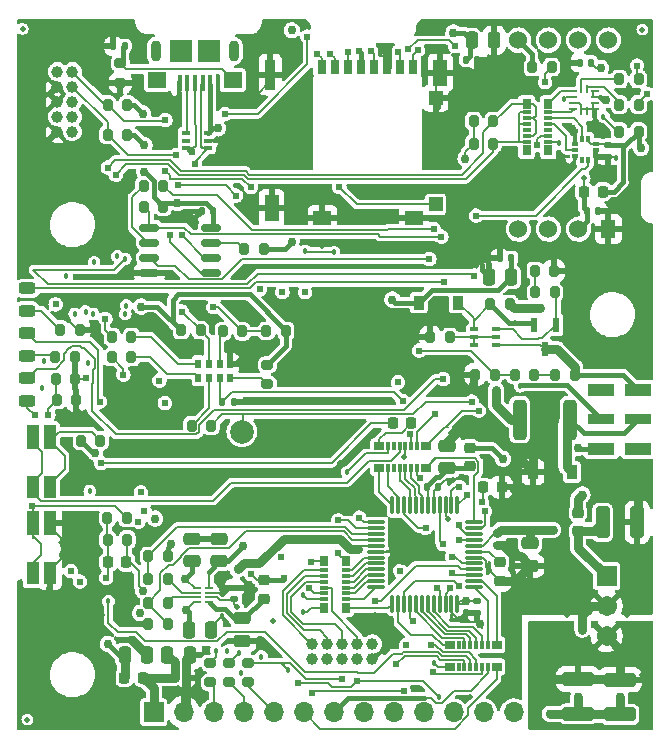
<source format=gbr>
G04 #@! TF.GenerationSoftware,KiCad,Pcbnew,(6.0.7)*
G04 #@! TF.CreationDate,2023-02-21T09:19:48-06:00*
G04 #@! TF.ProjectId,SapphineMinimal,53617070-6869-46e6-954d-696e696d616c,rev?*
G04 #@! TF.SameCoordinates,Original*
G04 #@! TF.FileFunction,Copper,L1,Top*
G04 #@! TF.FilePolarity,Positive*
%FSLAX46Y46*%
G04 Gerber Fmt 4.6, Leading zero omitted, Abs format (unit mm)*
G04 Created by KiCad (PCBNEW (6.0.7)) date 2023-02-21 09:19:48*
%MOMM*%
%LPD*%
G01*
G04 APERTURE LIST*
G04 Aperture macros list*
%AMRoundRect*
0 Rectangle with rounded corners*
0 $1 Rounding radius*
0 $2 $3 $4 $5 $6 $7 $8 $9 X,Y pos of 4 corners*
0 Add a 4 corners polygon primitive as box body*
4,1,4,$2,$3,$4,$5,$6,$7,$8,$9,$2,$3,0*
0 Add four circle primitives for the rounded corners*
1,1,$1+$1,$2,$3*
1,1,$1+$1,$4,$5*
1,1,$1+$1,$6,$7*
1,1,$1+$1,$8,$9*
0 Add four rect primitives between the rounded corners*
20,1,$1+$1,$2,$3,$4,$5,0*
20,1,$1+$1,$4,$5,$6,$7,0*
20,1,$1+$1,$6,$7,$8,$9,0*
20,1,$1+$1,$8,$9,$2,$3,0*%
G04 Aperture macros list end*
G04 #@! TA.AperFunction,SMDPad,CuDef*
%ADD10RoundRect,0.200000X-0.200000X-0.275000X0.200000X-0.275000X0.200000X0.275000X-0.200000X0.275000X0*%
G04 #@! TD*
G04 #@! TA.AperFunction,ComponentPad*
%ADD11C,0.990600*%
G04 #@! TD*
G04 #@! TA.AperFunction,SMDPad,CuDef*
%ADD12RoundRect,0.200000X0.275000X-0.200000X0.275000X0.200000X-0.275000X0.200000X-0.275000X-0.200000X0*%
G04 #@! TD*
G04 #@! TA.AperFunction,SMDPad,CuDef*
%ADD13RoundRect,0.200000X0.200000X0.275000X-0.200000X0.275000X-0.200000X-0.275000X0.200000X-0.275000X0*%
G04 #@! TD*
G04 #@! TA.AperFunction,SMDPad,CuDef*
%ADD14RoundRect,0.250000X-0.250000X-0.475000X0.250000X-0.475000X0.250000X0.475000X-0.250000X0.475000X0*%
G04 #@! TD*
G04 #@! TA.AperFunction,SMDPad,CuDef*
%ADD15RoundRect,0.200000X-0.275000X0.200000X-0.275000X-0.200000X0.275000X-0.200000X0.275000X0.200000X0*%
G04 #@! TD*
G04 #@! TA.AperFunction,SMDPad,CuDef*
%ADD16R,1.045700X2.048501*%
G04 #@! TD*
G04 #@! TA.AperFunction,SMDPad,CuDef*
%ADD17R,1.041400X2.048501*%
G04 #@! TD*
G04 #@! TA.AperFunction,SMDPad,CuDef*
%ADD18R,1.070700X1.923501*%
G04 #@! TD*
G04 #@! TA.AperFunction,SMDPad,CuDef*
%ADD19R,1.020700X1.923501*%
G04 #@! TD*
G04 #@! TA.AperFunction,SMDPad,CuDef*
%ADD20RoundRect,0.218750X-0.218750X-0.256250X0.218750X-0.256250X0.218750X0.256250X-0.218750X0.256250X0*%
G04 #@! TD*
G04 #@! TA.AperFunction,SMDPad,CuDef*
%ADD21RoundRect,0.218750X0.256250X-0.218750X0.256250X0.218750X-0.256250X0.218750X-0.256250X-0.218750X0*%
G04 #@! TD*
G04 #@! TA.AperFunction,SMDPad,CuDef*
%ADD22RoundRect,0.250000X0.475000X-0.250000X0.475000X0.250000X-0.475000X0.250000X-0.475000X-0.250000X0*%
G04 #@! TD*
G04 #@! TA.AperFunction,SMDPad,CuDef*
%ADD23C,0.500000*%
G04 #@! TD*
G04 #@! TA.AperFunction,SMDPad,CuDef*
%ADD24RoundRect,0.140000X0.140000X0.170000X-0.140000X0.170000X-0.140000X-0.170000X0.140000X-0.170000X0*%
G04 #@! TD*
G04 #@! TA.AperFunction,SMDPad,CuDef*
%ADD25RoundRect,0.140000X-0.140000X-0.170000X0.140000X-0.170000X0.140000X0.170000X-0.140000X0.170000X0*%
G04 #@! TD*
G04 #@! TA.AperFunction,SMDPad,CuDef*
%ADD26RoundRect,0.140000X0.170000X-0.140000X0.170000X0.140000X-0.170000X0.140000X-0.170000X-0.140000X0*%
G04 #@! TD*
G04 #@! TA.AperFunction,SMDPad,CuDef*
%ADD27RoundRect,0.218750X0.218750X0.256250X-0.218750X0.256250X-0.218750X-0.256250X0.218750X-0.256250X0*%
G04 #@! TD*
G04 #@! TA.AperFunction,SMDPad,CuDef*
%ADD28C,2.000000*%
G04 #@! TD*
G04 #@! TA.AperFunction,SMDPad,CuDef*
%ADD29R,0.400000X1.350000*%
G04 #@! TD*
G04 #@! TA.AperFunction,SMDPad,CuDef*
%ADD30R,1.600000X1.400000*%
G04 #@! TD*
G04 #@! TA.AperFunction,SMDPad,CuDef*
%ADD31R,1.900000X1.900000*%
G04 #@! TD*
G04 #@! TA.AperFunction,ComponentPad*
%ADD32O,0.900000X1.800000*%
G04 #@! TD*
G04 #@! TA.AperFunction,SMDPad,CuDef*
%ADD33RoundRect,0.218750X-0.256250X0.218750X-0.256250X-0.218750X0.256250X-0.218750X0.256250X0.218750X0*%
G04 #@! TD*
G04 #@! TA.AperFunction,ComponentPad*
%ADD34R,1.709999X1.709999*%
G04 #@! TD*
G04 #@! TA.AperFunction,ComponentPad*
%ADD35C,1.709999*%
G04 #@! TD*
G04 #@! TA.AperFunction,SMDPad,CuDef*
%ADD36RoundRect,0.150000X-0.675000X-0.150000X0.675000X-0.150000X0.675000X0.150000X-0.675000X0.150000X0*%
G04 #@! TD*
G04 #@! TA.AperFunction,SMDPad,CuDef*
%ADD37RoundRect,0.225000X-0.250000X0.225000X-0.250000X-0.225000X0.250000X-0.225000X0.250000X0.225000X0*%
G04 #@! TD*
G04 #@! TA.AperFunction,SMDPad,CuDef*
%ADD38R,0.787400X0.863600*%
G04 #@! TD*
G04 #@! TA.AperFunction,SMDPad,CuDef*
%ADD39R,0.787400X0.355600*%
G04 #@! TD*
G04 #@! TA.AperFunction,ComponentPad*
%ADD40R,1.700000X1.700000*%
G04 #@! TD*
G04 #@! TA.AperFunction,ComponentPad*
%ADD41O,1.700000X1.700000*%
G04 #@! TD*
G04 #@! TA.AperFunction,SMDPad,CuDef*
%ADD42RoundRect,0.250000X0.250000X0.475000X-0.250000X0.475000X-0.250000X-0.475000X0.250000X-0.475000X0*%
G04 #@! TD*
G04 #@! TA.AperFunction,SMDPad,CuDef*
%ADD43R,0.863600X0.787400*%
G04 #@! TD*
G04 #@! TA.AperFunction,SMDPad,CuDef*
%ADD44R,0.355600X0.787400*%
G04 #@! TD*
G04 #@! TA.AperFunction,SMDPad,CuDef*
%ADD45RoundRect,0.140000X-0.170000X0.140000X-0.170000X-0.140000X0.170000X-0.140000X0.170000X0.140000X0*%
G04 #@! TD*
G04 #@! TA.AperFunction,SMDPad,CuDef*
%ADD46RoundRect,0.250000X-1.100000X0.325000X-1.100000X-0.325000X1.100000X-0.325000X1.100000X0.325000X0*%
G04 #@! TD*
G04 #@! TA.AperFunction,SMDPad,CuDef*
%ADD47R,0.900000X1.200000*%
G04 #@! TD*
G04 #@! TA.AperFunction,SMDPad,CuDef*
%ADD48RoundRect,0.250000X-0.312500X-1.450000X0.312500X-1.450000X0.312500X1.450000X-0.312500X1.450000X0*%
G04 #@! TD*
G04 #@! TA.AperFunction,SMDPad,CuDef*
%ADD49RoundRect,0.250000X-0.475000X0.250000X-0.475000X-0.250000X0.475000X-0.250000X0.475000X0.250000X0*%
G04 #@! TD*
G04 #@! TA.AperFunction,SMDPad,CuDef*
%ADD50R,0.500000X0.800000*%
G04 #@! TD*
G04 #@! TA.AperFunction,SMDPad,CuDef*
%ADD51R,0.650000X0.400000*%
G04 #@! TD*
G04 #@! TA.AperFunction,SMDPad,CuDef*
%ADD52RoundRect,0.075000X-0.075000X0.662500X-0.075000X-0.662500X0.075000X-0.662500X0.075000X0.662500X0*%
G04 #@! TD*
G04 #@! TA.AperFunction,SMDPad,CuDef*
%ADD53RoundRect,0.075000X-0.662500X0.075000X-0.662500X-0.075000X0.662500X-0.075000X0.662500X0.075000X0*%
G04 #@! TD*
G04 #@! TA.AperFunction,SMDPad,CuDef*
%ADD54R,0.800000X1.240000*%
G04 #@! TD*
G04 #@! TA.AperFunction,SMDPad,CuDef*
%ADD55R,1.160000X1.200000*%
G04 #@! TD*
G04 #@! TA.AperFunction,SMDPad,CuDef*
%ADD56R,0.950000X2.500000*%
G04 #@! TD*
G04 #@! TA.AperFunction,SMDPad,CuDef*
%ADD57R,1.150000X2.200000*%
G04 #@! TD*
G04 #@! TA.AperFunction,SMDPad,CuDef*
%ADD58R,1.500000X1.150000*%
G04 #@! TD*
G04 #@! TA.AperFunction,SMDPad,CuDef*
%ADD59R,1.160000X1.250000*%
G04 #@! TD*
G04 #@! TA.AperFunction,SMDPad,CuDef*
%ADD60RoundRect,0.243750X0.456250X-0.243750X0.456250X0.243750X-0.456250X0.243750X-0.456250X-0.243750X0*%
G04 #@! TD*
G04 #@! TA.AperFunction,SMDPad,CuDef*
%ADD61R,2.325000X0.975000*%
G04 #@! TD*
G04 #@! TA.AperFunction,SMDPad,CuDef*
%ADD62R,2.325000X0.925000*%
G04 #@! TD*
G04 #@! TA.AperFunction,SMDPad,CuDef*
%ADD63R,2.325000X1.025000*%
G04 #@! TD*
G04 #@! TA.AperFunction,SMDPad,CuDef*
%ADD64R,2.300000X1.000000*%
G04 #@! TD*
G04 #@! TA.AperFunction,SMDPad,CuDef*
%ADD65RoundRect,0.250000X-0.325000X-1.100000X0.325000X-1.100000X0.325000X1.100000X-0.325000X1.100000X0*%
G04 #@! TD*
G04 #@! TA.AperFunction,SMDPad,CuDef*
%ADD66RoundRect,0.225000X-0.225000X-0.250000X0.225000X-0.250000X0.225000X0.250000X-0.225000X0.250000X0*%
G04 #@! TD*
G04 #@! TA.AperFunction,SMDPad,CuDef*
%ADD67R,0.390000X0.585000*%
G04 #@! TD*
G04 #@! TA.AperFunction,SMDPad,CuDef*
%ADD68R,0.600000X0.350000*%
G04 #@! TD*
G04 #@! TA.AperFunction,SMDPad,CuDef*
%ADD69R,0.380000X0.585000*%
G04 #@! TD*
G04 #@! TA.AperFunction,SMDPad,CuDef*
%ADD70R,0.625000X0.350000*%
G04 #@! TD*
G04 #@! TA.AperFunction,SMDPad,CuDef*
%ADD71R,0.600000X1.300000*%
G04 #@! TD*
G04 #@! TA.AperFunction,SMDPad,CuDef*
%ADD72R,0.800000X0.190000*%
G04 #@! TD*
G04 #@! TA.AperFunction,SMDPad,CuDef*
%ADD73R,0.675000X0.249998*%
G04 #@! TD*
G04 #@! TA.AperFunction,SMDPad,CuDef*
%ADD74R,0.675000X0.250000*%
G04 #@! TD*
G04 #@! TA.AperFunction,SMDPad,CuDef*
%ADD75R,0.675000X0.274999*%
G04 #@! TD*
G04 #@! TA.AperFunction,SMDPad,CuDef*
%ADD76R,0.250000X0.675000*%
G04 #@! TD*
G04 #@! TA.AperFunction,SMDPad,CuDef*
%ADD77RoundRect,0.225000X0.225000X0.250000X-0.225000X0.250000X-0.225000X-0.250000X0.225000X-0.250000X0*%
G04 #@! TD*
G04 #@! TA.AperFunction,ComponentPad*
%ADD78R,1.270000X1.524000*%
G04 #@! TD*
G04 #@! TA.AperFunction,ComponentPad*
%ADD79C,1.524000*%
G04 #@! TD*
G04 #@! TA.AperFunction,ViaPad*
%ADD80C,0.508000*%
G04 #@! TD*
G04 #@! TA.AperFunction,ViaPad*
%ADD81C,0.457200*%
G04 #@! TD*
G04 #@! TA.AperFunction,ViaPad*
%ADD82C,0.762000*%
G04 #@! TD*
G04 #@! TA.AperFunction,ViaPad*
%ADD83C,0.609600*%
G04 #@! TD*
G04 #@! TA.AperFunction,Conductor*
%ADD84C,0.177800*%
G04 #@! TD*
G04 #@! TA.AperFunction,Conductor*
%ADD85C,0.762000*%
G04 #@! TD*
G04 #@! TA.AperFunction,Conductor*
%ADD86C,0.200660*%
G04 #@! TD*
G04 #@! TA.AperFunction,Conductor*
%ADD87C,0.381000*%
G04 #@! TD*
G04 #@! TA.AperFunction,Conductor*
%ADD88C,0.127000*%
G04 #@! TD*
G04 #@! TA.AperFunction,Conductor*
%ADD89C,0.200000*%
G04 #@! TD*
G04 APERTURE END LIST*
D10*
X82761426Y-102110992D03*
X84411426Y-102110992D03*
D11*
X80768846Y-70858618D03*
X82038846Y-70858618D03*
X80768846Y-72128618D03*
X82038846Y-72128618D03*
X80768846Y-73398618D03*
X82038846Y-73398618D03*
X80768846Y-74668618D03*
X82038846Y-74668618D03*
X80768846Y-75938618D03*
X82038846Y-75938618D03*
D12*
X96869878Y-122585218D03*
X96869878Y-120935218D03*
D13*
X86671278Y-76190000D03*
X85021278Y-76190000D03*
D10*
X88069278Y-82288618D03*
X89719278Y-82288618D03*
X128328278Y-73652618D03*
X129978278Y-73652618D03*
D14*
X86471078Y-120261618D03*
X88371078Y-120261618D03*
D15*
X95295078Y-120935218D03*
X95295078Y-122585218D03*
D16*
X80121696Y-101812766D03*
D17*
X78673846Y-101812766D03*
D18*
X78659196Y-106001764D03*
D19*
X80134196Y-106001764D03*
D20*
X86430378Y-122166618D03*
X88005378Y-122166618D03*
D21*
X124841997Y-109794013D03*
X124841997Y-108219013D03*
D22*
X92196278Y-112321618D03*
X92196278Y-110421618D03*
D23*
X77819878Y-67251818D03*
D24*
X125950278Y-70096618D03*
X124990278Y-70096618D03*
D25*
X94713478Y-98849418D03*
X95673478Y-98849418D03*
D26*
X95752278Y-115534618D03*
X95752278Y-114574618D03*
D13*
X124579817Y-96532880D03*
X122929817Y-96532880D03*
D11*
X107436278Y-119321818D03*
X107436278Y-120591818D03*
X106166278Y-119321818D03*
X106166278Y-120591818D03*
X104896278Y-119321818D03*
X104896278Y-120591818D03*
X103626278Y-119321818D03*
X103626278Y-120591818D03*
X102356278Y-119321818D03*
X102356278Y-120591818D03*
D27*
X126918178Y-81018618D03*
X125343178Y-81018618D03*
D24*
X93946278Y-82669618D03*
X92986278Y-82669618D03*
D13*
X92888288Y-92759308D03*
X91238288Y-92759308D03*
D10*
X98465737Y-92821346D03*
X100115737Y-92821346D03*
D28*
X96387278Y-101338618D03*
D10*
X116009278Y-76954618D03*
X117659278Y-76954618D03*
D16*
X80121696Y-109104252D03*
D17*
X78673846Y-109104252D03*
D18*
X78659196Y-113293250D03*
D19*
X80134196Y-113293250D03*
D25*
X125599878Y-82695018D03*
X126559878Y-82695018D03*
D21*
X98241478Y-115486518D03*
X98241478Y-113911518D03*
D29*
X93702000Y-71797500D03*
X93052000Y-71797500D03*
X92402000Y-71797500D03*
X91752000Y-71797500D03*
X91102000Y-71797500D03*
D30*
X95602000Y-71572500D03*
X89202000Y-71572500D03*
D31*
X91202000Y-69122500D03*
X93602000Y-69122500D03*
D32*
X95702000Y-69122500D03*
X89102000Y-69122500D03*
D13*
X89719278Y-80510618D03*
X88069278Y-80510618D03*
D33*
X115691278Y-102710118D03*
X115691278Y-104285118D03*
D34*
X127260041Y-113581926D03*
D35*
X127260041Y-116121926D03*
X127260041Y-118661926D03*
D10*
X85376878Y-93312218D03*
X87026878Y-93312218D03*
D23*
X130296278Y-67302618D03*
D22*
X94482278Y-112321618D03*
X94482278Y-110421618D03*
D36*
X88555278Y-84066618D03*
X88555278Y-85336618D03*
X88555278Y-86606618D03*
X88555278Y-87876618D03*
X93805278Y-87876618D03*
X93805278Y-86606618D03*
X93805278Y-85336618D03*
X93805278Y-84066618D03*
D37*
X118231278Y-112410170D03*
X118231278Y-113960170D03*
D10*
X85021278Y-110482618D03*
X86671278Y-110482618D03*
D38*
X120491878Y-73576418D03*
D39*
X120491878Y-74323940D03*
X120491878Y-74817462D03*
X120491878Y-75310984D03*
X120491878Y-75804506D03*
X120491878Y-76298028D03*
X120491878Y-76791550D03*
D38*
X120491878Y-77538818D03*
X122320678Y-77538818D03*
D39*
X122320678Y-76791550D03*
X122320678Y-76298028D03*
X122320678Y-75804506D03*
X122320678Y-75310984D03*
X122320678Y-74817462D03*
X122320678Y-74323940D03*
D38*
X122320678Y-73576418D03*
D13*
X122612278Y-70477618D03*
X120962278Y-70477618D03*
D40*
X88915000Y-125095000D03*
D41*
X91455000Y-125095000D03*
X93995000Y-125095000D03*
X96535000Y-125095000D03*
X99075000Y-125095000D03*
X101615000Y-125095000D03*
X104155000Y-125095000D03*
X106695000Y-125095000D03*
X109235000Y-125095000D03*
X111775000Y-125095000D03*
X114315000Y-125095000D03*
X116855000Y-125095000D03*
X119395000Y-125095000D03*
D13*
X121136340Y-96512618D03*
X119486340Y-96512618D03*
D42*
X119181278Y-88257618D03*
X117281278Y-88257618D03*
D10*
X80723886Y-98691085D03*
X82373886Y-98691085D03*
D43*
X113989478Y-121252218D03*
D44*
X114737000Y-121252218D03*
X115230522Y-121252218D03*
X115724044Y-121252218D03*
X116217566Y-121252218D03*
X116711088Y-121252218D03*
X117204610Y-121252218D03*
D43*
X117951878Y-121252218D03*
X117951878Y-119423418D03*
D44*
X117204610Y-119423418D03*
X116711088Y-119423418D03*
X116217566Y-119423418D03*
X115724044Y-119423418D03*
X115230522Y-119423418D03*
X114737000Y-119423418D03*
D43*
X113989478Y-119423418D03*
D10*
X80617284Y-96869083D03*
X82267284Y-96869083D03*
D45*
X116326278Y-115717618D03*
X116326278Y-116677618D03*
D23*
X78226278Y-125722618D03*
D46*
X124859663Y-122289511D03*
X124859663Y-125239511D03*
D47*
X114674278Y-90416618D03*
X111374278Y-90416618D03*
D10*
X85021278Y-73652618D03*
X86671278Y-73652618D03*
D45*
X127375278Y-77109618D03*
X127375278Y-78069618D03*
D48*
X119896346Y-100322618D03*
X124171346Y-100322618D03*
D13*
X113976278Y-93337618D03*
X112326278Y-93337618D03*
D10*
X81008078Y-92702618D03*
X82658078Y-92702618D03*
X117406278Y-90543618D03*
X119056278Y-90543618D03*
D49*
X96387278Y-117152618D03*
X96387278Y-119052618D03*
D14*
X91881278Y-118102618D03*
X93781278Y-118102618D03*
D50*
X92693686Y-96796019D03*
X93593686Y-96796019D03*
X94493686Y-96796019D03*
X95393686Y-96796019D03*
X95393686Y-95596019D03*
X94493686Y-95596019D03*
X93593686Y-95596019D03*
X92693686Y-95596019D03*
D24*
X119193878Y-86657418D03*
X118233878Y-86657418D03*
D13*
X90100278Y-117594618D03*
X88450278Y-117594618D03*
D49*
X113786278Y-102547618D03*
X113786278Y-104447618D03*
D51*
X93527278Y-77350618D03*
X93527278Y-76700618D03*
X93527278Y-76050618D03*
X91627278Y-76050618D03*
X91627278Y-76700618D03*
X91627278Y-77350618D03*
D52*
X114623846Y-107597500D03*
X114123846Y-107597500D03*
X113623846Y-107597500D03*
X113123846Y-107597500D03*
X112623846Y-107597500D03*
X112123846Y-107597500D03*
X111623846Y-107597500D03*
X111123846Y-107597500D03*
X110623846Y-107597500D03*
X110123846Y-107597500D03*
X109623846Y-107597500D03*
X109123846Y-107597500D03*
D53*
X107711346Y-109010000D03*
X107711346Y-109510000D03*
X107711346Y-110010000D03*
X107711346Y-110510000D03*
X107711346Y-111010000D03*
X107711346Y-111510000D03*
X107711346Y-112010000D03*
X107711346Y-112510000D03*
X107711346Y-113010000D03*
X107711346Y-113510000D03*
X107711346Y-114010000D03*
X107711346Y-114510000D03*
D52*
X109123846Y-115922500D03*
X109623846Y-115922500D03*
X110123846Y-115922500D03*
X110623846Y-115922500D03*
X111123846Y-115922500D03*
X111623846Y-115922500D03*
X112123846Y-115922500D03*
X112623846Y-115922500D03*
X113123846Y-115922500D03*
X113623846Y-115922500D03*
X114123846Y-115922500D03*
X114623846Y-115922500D03*
D53*
X116036346Y-114510000D03*
X116036346Y-114010000D03*
X116036346Y-113510000D03*
X116036346Y-113010000D03*
X116036346Y-112510000D03*
X116036346Y-112010000D03*
X116036346Y-111510000D03*
X116036346Y-111010000D03*
X116036346Y-110510000D03*
X116036346Y-110010000D03*
X116036346Y-109510000D03*
X116036346Y-109010000D03*
D10*
X128328278Y-75938618D03*
X129978278Y-75938618D03*
D38*
X103339446Y-112318800D03*
D39*
X103339446Y-113066322D03*
X103339446Y-113559844D03*
X103339446Y-114053366D03*
X103339446Y-114546888D03*
X103339446Y-115040410D03*
X103339446Y-115533932D03*
D38*
X103339446Y-116281200D03*
X105168246Y-116281200D03*
D39*
X105168246Y-115533932D03*
X105168246Y-115040410D03*
X105168246Y-114546888D03*
X105168246Y-114053366D03*
X105168246Y-113559844D03*
X105168246Y-113066322D03*
D38*
X105168246Y-112318800D03*
D24*
X86453278Y-68699618D03*
X85493278Y-68699618D03*
D54*
X103145000Y-70480000D03*
X104245000Y-70480000D03*
X105345000Y-70480000D03*
X106445000Y-70480000D03*
X107545000Y-70480000D03*
X108645000Y-70480000D03*
X109745000Y-70480000D03*
X110845000Y-70480000D03*
D55*
X112785000Y-82110000D03*
D56*
X98800000Y-71110000D03*
D57*
X113190000Y-70960000D03*
X98900000Y-82440000D03*
D58*
X103205000Y-83235000D03*
X110985000Y-83235000D03*
D59*
X112785000Y-73110000D03*
D60*
X78226278Y-91100118D03*
X78226278Y-89225118D03*
D61*
X126821346Y-97810118D03*
D62*
X126821346Y-100285118D03*
D63*
X126821346Y-102835118D03*
D61*
X129946346Y-97810118D03*
D62*
X129946346Y-100285118D03*
D64*
X129933846Y-102822618D03*
D10*
X96578278Y-85844618D03*
X98228278Y-85844618D03*
X88450278Y-115816618D03*
X90100278Y-115816618D03*
D14*
X90077878Y-120261618D03*
X91977878Y-120261618D03*
D13*
X87026878Y-95039418D03*
X85376878Y-95039418D03*
D10*
X92133278Y-100830618D03*
X93783278Y-100830618D03*
D24*
X112996278Y-106037618D03*
X112036278Y-106037618D03*
D25*
X115363778Y-69842618D03*
X116323778Y-69842618D03*
D12*
X98546278Y-97337618D03*
X98546278Y-95687618D03*
D10*
X121190878Y-87724218D03*
X122840878Y-87724218D03*
D47*
X124326278Y-104767618D03*
X121026278Y-104767618D03*
D13*
X122866278Y-89527618D03*
X121216278Y-89527618D03*
D49*
X120771278Y-110802618D03*
X120771278Y-112702618D03*
D20*
X109143216Y-100631561D03*
X110718216Y-100631561D03*
D60*
X78226278Y-98720118D03*
X78226278Y-96845118D03*
D51*
X116011278Y-92687618D03*
X116011278Y-93337618D03*
X116011278Y-93987618D03*
X117911278Y-93987618D03*
X117911278Y-93337618D03*
X117911278Y-92687618D03*
D13*
X96424465Y-92852365D03*
X94774465Y-92852365D03*
D60*
X78226278Y-94910118D03*
X78226278Y-93035118D03*
D12*
X86100278Y-71810618D03*
X86100278Y-70160618D03*
D65*
X126916278Y-109027321D03*
X129866278Y-109027321D03*
D46*
X128391278Y-122342618D03*
X128391278Y-125292618D03*
D12*
X93720278Y-122585218D03*
X93720278Y-120935218D03*
D10*
X128328278Y-71493618D03*
X129978278Y-71493618D03*
X116009278Y-75049618D03*
X117659278Y-75049618D03*
X88450278Y-113784618D03*
X90100278Y-113784618D03*
D25*
X90700278Y-122166618D03*
X91660278Y-122166618D03*
D66*
X116821278Y-106037618D03*
X118371278Y-106037618D03*
D13*
X117786278Y-96512618D03*
X116136278Y-96512618D03*
D10*
X80584300Y-94992058D03*
X82234300Y-94992058D03*
D67*
X125705689Y-76597660D03*
X125205689Y-76597660D03*
D68*
X124585689Y-76980160D03*
X124585689Y-77480160D03*
X124585689Y-77980160D03*
D67*
X125205689Y-78362660D03*
D69*
X125710689Y-78362660D03*
D70*
X126348189Y-77980160D03*
X126348189Y-77480160D03*
X126348189Y-76980160D03*
D71*
X122991278Y-92287618D03*
X121091278Y-92287618D03*
X122041278Y-94387618D03*
D72*
X92585278Y-114581618D03*
X92585278Y-114981618D03*
X92585278Y-115381618D03*
X92585278Y-115781618D03*
X93585278Y-115781618D03*
X93585278Y-115381618D03*
X93585278Y-114981618D03*
X93585278Y-114581618D03*
D45*
X118002678Y-109951818D03*
X118002678Y-110911818D03*
D73*
X124380778Y-72521618D03*
D74*
X124380778Y-73021618D03*
X124380778Y-73521618D03*
D75*
X124380778Y-74034118D03*
D76*
X125093278Y-74234118D03*
X125593278Y-74234118D03*
D75*
X126305778Y-74034118D03*
D74*
X126305778Y-73521618D03*
X126305778Y-73021618D03*
X126305778Y-72521617D03*
D76*
X125593278Y-72309118D03*
X125093278Y-72309118D03*
D10*
X84994834Y-108653168D03*
X86644834Y-108653168D03*
D14*
X115843778Y-68204584D03*
X117743778Y-68204584D03*
D77*
X86611797Y-112417569D03*
X85061797Y-112417569D03*
D13*
X90100278Y-111879618D03*
X88450278Y-111879618D03*
D43*
X111957478Y-102583218D03*
D44*
X111209956Y-102583218D03*
X110716434Y-102583218D03*
X110222912Y-102583218D03*
X109729390Y-102583218D03*
X109235868Y-102583218D03*
X108742346Y-102583218D03*
D43*
X107995078Y-102583218D03*
X107995078Y-104412018D03*
D44*
X108742346Y-104412018D03*
X109235868Y-104412018D03*
X109729390Y-104412018D03*
X110222912Y-104412018D03*
X110716434Y-104412018D03*
X111209956Y-104412018D03*
D43*
X111957478Y-104412018D03*
D78*
X127420000Y-84200000D03*
D79*
X124880000Y-84200000D03*
X122340000Y-84200000D03*
X119800000Y-84200000D03*
X119800000Y-68200000D03*
X122340000Y-68200000D03*
X124880000Y-68200000D03*
X127420000Y-68200000D03*
D80*
X110958009Y-123155927D03*
X89762620Y-97894664D03*
D81*
X82036278Y-68445618D03*
D82*
X120046660Y-103714236D03*
D80*
X94101278Y-106037618D03*
D81*
X82569678Y-99662218D03*
X109151278Y-92040682D03*
D80*
X125216278Y-115562618D03*
D82*
X116557410Y-117612034D03*
D80*
X92495748Y-104759265D03*
X101270034Y-103365402D03*
X101805007Y-98698957D03*
X105772078Y-89344832D03*
X90578321Y-76951276D03*
D82*
X129889878Y-106317018D03*
D80*
X94736278Y-101592618D03*
X121025278Y-79875618D03*
X109094367Y-91175928D03*
X94101278Y-108577618D03*
X103181018Y-85629218D03*
X116326278Y-85082618D03*
X101086278Y-93972618D03*
X104731678Y-95151008D03*
X123946278Y-113022618D03*
D81*
X114282896Y-105453769D03*
X124003420Y-69642350D03*
D80*
X108071278Y-83177618D03*
X105772078Y-91245657D03*
X125216278Y-114292618D03*
X104731678Y-98680385D03*
X101086278Y-73652618D03*
D81*
X101648980Y-83529158D03*
X109202078Y-83109087D03*
X113036478Y-73841523D03*
X86100278Y-117594618D03*
D80*
X107646518Y-116832618D03*
X78226278Y-116832618D03*
D81*
X94685478Y-116985018D03*
X109034708Y-111199070D03*
D80*
X94736278Y-102862618D03*
X104896278Y-81907618D03*
X123946278Y-115562618D03*
X101086278Y-95242618D03*
X99816278Y-96512618D03*
X123946278Y-114292618D03*
X113151278Y-75557618D03*
D81*
X90896381Y-73128817D03*
D80*
X104731678Y-103999700D03*
D81*
X115816508Y-97401618D03*
D80*
X104731678Y-101498884D03*
X78226278Y-81272618D03*
X119501278Y-115562618D03*
D82*
X123946278Y-78986618D03*
D80*
X90926278Y-123182618D03*
D81*
X108645000Y-69014896D03*
D80*
X129026278Y-116832618D03*
X101847381Y-101008344D03*
X96650993Y-98661903D03*
X104896278Y-83177618D03*
X123405397Y-110929990D03*
D81*
X116490194Y-70639812D03*
D80*
X97276278Y-102862618D03*
X118231278Y-107307618D03*
D81*
X97784278Y-119118618D03*
D82*
X125216278Y-118102618D03*
D80*
X84564078Y-116832618D03*
X111680001Y-111033481D03*
D81*
X81172678Y-91381818D03*
D80*
X112516278Y-67302618D03*
D82*
X114459627Y-101523582D03*
D80*
X99816278Y-73652618D03*
X97276278Y-93972618D03*
X117007726Y-79186713D03*
X83311167Y-110479765D03*
X85608880Y-97742400D03*
D81*
X97655943Y-72811035D03*
X117469278Y-86606618D03*
D82*
X119501278Y-111910118D03*
D80*
X84576278Y-123182618D03*
X107436278Y-91432618D03*
D82*
X87098168Y-118978194D03*
X92363311Y-83322704D03*
D81*
X93273278Y-110421618D03*
D82*
X128416678Y-123843018D03*
D80*
X91717124Y-108398139D03*
X84603576Y-77925880D03*
X104731678Y-93881885D03*
X129026278Y-104132618D03*
D81*
X84576278Y-68699618D03*
D80*
X97276278Y-75557618D03*
D83*
X83195731Y-96830618D03*
D80*
X128792201Y-72602637D03*
D81*
X98846015Y-80726193D03*
D80*
X78226278Y-75557618D03*
X104638773Y-97295316D03*
X116326278Y-72382618D03*
X107436278Y-89527618D03*
X107643870Y-107124472D03*
D82*
X124327278Y-75684618D03*
D80*
X92077304Y-90632018D03*
X122676278Y-72382618D03*
X128959049Y-111216015D03*
X98600322Y-100611232D03*
X109428063Y-96038354D03*
X85846278Y-125087618D03*
X99681006Y-102020025D03*
D81*
X128020878Y-78174471D03*
D80*
X103626278Y-93972618D03*
D81*
X94251608Y-76583518D03*
D80*
X78226278Y-85082618D03*
D81*
X123819278Y-87749618D03*
D80*
X123946278Y-116832618D03*
X120771278Y-115562618D03*
X120771278Y-114292618D03*
D82*
X124860678Y-123843018D03*
D81*
X108071278Y-69334618D03*
D80*
X78226278Y-78732618D03*
X89021278Y-100322618D03*
X107436278Y-93337618D03*
D82*
X122447171Y-125239511D03*
D80*
X109308886Y-85479263D03*
X78226278Y-72382618D03*
X101086278Y-72382618D03*
D82*
X125216278Y-116832618D03*
D80*
X84576278Y-72382618D03*
X94736278Y-115054618D03*
D82*
X121611248Y-102862618D03*
D80*
X103546826Y-96501617D03*
X100451278Y-83177618D03*
X96514278Y-90924618D03*
X96179897Y-95373799D03*
X84582389Y-104812233D03*
X115730392Y-123804418D03*
X125216278Y-113022618D03*
X109492439Y-108962447D03*
X96680188Y-78635646D03*
X78226278Y-123182618D03*
X113151278Y-77462618D03*
D81*
X80004278Y-114673618D03*
X119262355Y-106276541D03*
D80*
X103610387Y-89509894D03*
D81*
X116703229Y-87208905D03*
D80*
X127756278Y-82542618D03*
X103594497Y-100871443D03*
X109976278Y-112387618D03*
X78226278Y-69207618D03*
D83*
X85147278Y-71810618D03*
D80*
X126384678Y-75024218D03*
X125216278Y-119372618D03*
D82*
X88005278Y-74414618D03*
X88132278Y-79367618D03*
X130169278Y-77335618D03*
X87845711Y-90759018D03*
D80*
X123946278Y-119372618D03*
D82*
X96019418Y-113009478D03*
D80*
X130296278Y-120642618D03*
D82*
X85033478Y-119321818D03*
D80*
X126486278Y-120642618D03*
X121406278Y-124452618D03*
X128391278Y-121277618D03*
X122676278Y-119372618D03*
X130296278Y-118102618D03*
D82*
X106179478Y-111255476D03*
D80*
X130296278Y-119372618D03*
D82*
X83941278Y-103116618D03*
X90918778Y-81991318D03*
X122727078Y-109669818D03*
X126798200Y-70549264D03*
X115375392Y-115689618D03*
X91688278Y-116427988D03*
D80*
X96006278Y-116221318D03*
X129026278Y-118102618D03*
D82*
X100584672Y-85299018D03*
X89046678Y-108704618D03*
X87751278Y-116705618D03*
X90395300Y-110866040D03*
X127248278Y-73271618D03*
X115310278Y-78224618D03*
X118493474Y-103650918D03*
X88005278Y-114800618D03*
X114294278Y-67556618D03*
D80*
X130296278Y-121912618D03*
X121406278Y-125722618D03*
D82*
X88132278Y-77081618D03*
D80*
X125216278Y-120642618D03*
D82*
X122422278Y-122268218D03*
X91601003Y-113784618D03*
D80*
X123946278Y-120642618D03*
X129026278Y-119372618D03*
X122676278Y-120642618D03*
X122676278Y-118102618D03*
D82*
X109125878Y-90162618D03*
X124809878Y-102761018D03*
X94339696Y-75661015D03*
D80*
X113806869Y-108706452D03*
D83*
X113506878Y-88664018D03*
X84353256Y-98801272D03*
D81*
X101568878Y-115181618D03*
D83*
X80004278Y-99941618D03*
X78861278Y-99941618D03*
X114192678Y-113276618D03*
X113428908Y-96893618D03*
D82*
X96514278Y-110990618D03*
X100608804Y-67362740D03*
X121611248Y-90911418D03*
X125216278Y-106672618D03*
D83*
X102737278Y-69334618D03*
D81*
X100324278Y-121531618D03*
D83*
X90328878Y-84664018D03*
D81*
X101543478Y-116629418D03*
D83*
X104896278Y-122273027D03*
X105345000Y-69207618D03*
X101932030Y-67894370D03*
D81*
X112617878Y-120896618D03*
X94228278Y-119880618D03*
X113075078Y-123792218D03*
D83*
X106158099Y-122428797D03*
X91272417Y-84664018D03*
X94970579Y-74434317D03*
X107309278Y-69080618D03*
X101142378Y-122623818D03*
D80*
X99054278Y-117340618D03*
D83*
X102336026Y-123504472D03*
X112643278Y-84193618D03*
X114421278Y-68699618D03*
X110484278Y-68979018D03*
X110830544Y-117369990D03*
D81*
X96118623Y-120126887D03*
D83*
X110077878Y-123284218D03*
X111281400Y-69055656D03*
X89910278Y-79240618D03*
X114776878Y-109263418D03*
X97149278Y-80637618D03*
X111479687Y-105290352D03*
X89910278Y-74973418D03*
X95879729Y-81362663D03*
X114726078Y-110508018D03*
X90799278Y-77945218D03*
X90977078Y-80485218D03*
D80*
X125343278Y-79875618D03*
D83*
X78581878Y-107637818D03*
D81*
X95142678Y-119931418D03*
X98038278Y-120388618D03*
D83*
X109773078Y-113124218D03*
X91307278Y-91178618D03*
X109468278Y-121049018D03*
D81*
X96311078Y-121811018D03*
X126994278Y-74668618D03*
X123692278Y-73144618D03*
D83*
X110298914Y-119422350D03*
X110001678Y-98773218D03*
X115437278Y-106672618D03*
X115841908Y-98800847D03*
X111373278Y-94480618D03*
X111932078Y-109492018D03*
D81*
X119500378Y-92119318D03*
X119958478Y-97503218D03*
X85084278Y-115715018D03*
X85846278Y-86505018D03*
D83*
X112262278Y-86733618D03*
X112770278Y-99814618D03*
X104540678Y-108857018D03*
X104515278Y-111625618D03*
X129839078Y-70350618D03*
D80*
X110102918Y-103461039D03*
D83*
X116453278Y-99560618D03*
X116199278Y-83050618D03*
X117899308Y-97782618D03*
X117899308Y-99052618D03*
X114802278Y-106037618D03*
X113278278Y-84828618D03*
X130677278Y-72763618D03*
X110634548Y-101588509D03*
D81*
X123197478Y-76941418D03*
D83*
X92399478Y-78681818D03*
X112897278Y-114546618D03*
X107690278Y-115689618D03*
X84893778Y-113721118D03*
D81*
X86608278Y-90670618D03*
D83*
X101721278Y-89527618D03*
X99816278Y-89527618D03*
D81*
X86506678Y-91381818D03*
D83*
X87827478Y-106494818D03*
D81*
X83814278Y-91381818D03*
D83*
X89402278Y-97020618D03*
X89859478Y-98925618D03*
X88132278Y-108069618D03*
D81*
X83153878Y-91178618D03*
X82239478Y-91381818D03*
X83357078Y-95547418D03*
D83*
X99732121Y-111984707D03*
D81*
X79496278Y-97681018D03*
D83*
X109595278Y-69207618D03*
X116707278Y-107307618D03*
X113405278Y-110863618D03*
X92194508Y-77630205D03*
X114030218Y-114546618D03*
X106329293Y-108623794D03*
X103880278Y-69334618D03*
X102229278Y-112387618D03*
X104642278Y-80637618D03*
X102051478Y-114622818D03*
D81*
X81528278Y-88181418D03*
D83*
X121406278Y-77056218D03*
X114802278Y-114419618D03*
X122041278Y-71747618D03*
X114192678Y-111930418D03*
X93974278Y-90797618D03*
X82671278Y-114038618D03*
X112389278Y-119372618D03*
X85693878Y-79596218D03*
X86354278Y-96512618D03*
X84830278Y-91788218D03*
X112567078Y-121709418D03*
X81909278Y-113149618D03*
X85033478Y-78986618D03*
X116961278Y-108069618D03*
X116072278Y-88130618D03*
D81*
X86506678Y-86708218D03*
D83*
X106267878Y-69131418D03*
X99988390Y-113761168D03*
X97149278Y-113403618D03*
X87624278Y-108958618D03*
D81*
X83509478Y-106367818D03*
D83*
X97911278Y-89273618D03*
X109595278Y-97147618D03*
D81*
X79597878Y-95395018D03*
D83*
X80613878Y-90569018D03*
X84449278Y-104005618D03*
D81*
X83865078Y-87013018D03*
X101746678Y-86047818D03*
X104185078Y-86149418D03*
X105277278Y-104767618D03*
D84*
X82234300Y-96836099D02*
X82267284Y-96869083D01*
D85*
X118815478Y-110911818D02*
X118866278Y-110962618D01*
D84*
X93781278Y-117889218D02*
X94685478Y-116985018D01*
D86*
X113580127Y-105453769D02*
X114282896Y-105453769D01*
X126225689Y-77980160D02*
X127285820Y-77980160D01*
D85*
X125216278Y-116832618D02*
X125216278Y-118102618D01*
D86*
X112996278Y-106037618D02*
X113580127Y-105453769D01*
X94134508Y-76700618D02*
X94251608Y-76583518D01*
X91102000Y-71997500D02*
X91102000Y-72923198D01*
D85*
X128391278Y-125292618D02*
X124912770Y-125292618D01*
D84*
X82658078Y-92702618D02*
X82493478Y-92702618D01*
D86*
X110992278Y-93337618D02*
X109695342Y-92040682D01*
D84*
X125093278Y-74034118D02*
X125593278Y-74034118D01*
D86*
X116326278Y-117380902D02*
X116557410Y-117612034D01*
D85*
X113786278Y-102196931D02*
X114459627Y-101523582D01*
X91660278Y-122166618D02*
X91660278Y-120579218D01*
D87*
X116490194Y-70639812D02*
X116490194Y-70009034D01*
D86*
X118371278Y-106037618D02*
X119023432Y-106037618D01*
X112785000Y-71365000D02*
X113190000Y-70960000D01*
D87*
X95216278Y-114574618D02*
X94736278Y-115054618D01*
D86*
X122840878Y-87724218D02*
X123793878Y-87724218D01*
D84*
X82234300Y-94992058D02*
X82234300Y-96836099D01*
D85*
X118502978Y-110911818D02*
X119501278Y-111910118D01*
D86*
X114895732Y-117431287D02*
X116376663Y-117431287D01*
D85*
X128391278Y-123868418D02*
X128416678Y-123843018D01*
D86*
X85493278Y-68699618D02*
X84576278Y-68699618D01*
D85*
X91455000Y-125095000D02*
X91660278Y-124889722D01*
X128391278Y-125292618D02*
X128391278Y-123868418D01*
D87*
X92986278Y-82669618D02*
X92363311Y-83292585D01*
D85*
X120771278Y-112702618D02*
X119513726Y-113960170D01*
X127260041Y-116121926D02*
X125926970Y-116121926D01*
D86*
X116036346Y-112010000D02*
X116773247Y-112010000D01*
D88*
X93585278Y-114981618D02*
X94663278Y-114981618D01*
D87*
X116490194Y-70009034D02*
X116323778Y-69842618D01*
D86*
X117051976Y-112780868D02*
X118231278Y-113960170D01*
X83157266Y-96869083D02*
X83195731Y-96830618D01*
X80123846Y-113030000D02*
X80123846Y-114554050D01*
X112623846Y-107597500D02*
X112623846Y-106410050D01*
D87*
X116703229Y-87679569D02*
X116703229Y-87208905D01*
D85*
X121026278Y-104693854D02*
X120046660Y-103714236D01*
X88371078Y-120251104D02*
X87098168Y-118978194D01*
D86*
X91102000Y-72923198D02*
X90896381Y-73128817D01*
X93527278Y-76700618D02*
X94134508Y-76700618D01*
D88*
X95673478Y-98849418D02*
X96463478Y-98849418D01*
D86*
X127285820Y-77980160D02*
X127375278Y-78069618D01*
X127916025Y-78069618D02*
X128020878Y-78174471D01*
X86100278Y-71810618D02*
X85147278Y-71810618D01*
D85*
X108645000Y-70480000D02*
X108645000Y-69014896D01*
D84*
X82493478Y-92702618D02*
X81274278Y-91483418D01*
D86*
X123793878Y-87724218D02*
X123819278Y-87749618D01*
D84*
X124580778Y-73521618D02*
X124896078Y-73521618D01*
D87*
X95752278Y-114574618D02*
X95216278Y-114574618D01*
D86*
X82373886Y-98691085D02*
X82373886Y-99466426D01*
X82267284Y-96869083D02*
X83157266Y-96869083D01*
X124457688Y-70096618D02*
X124003420Y-69642350D01*
X124695689Y-77980160D02*
X124695689Y-78237207D01*
X114123846Y-116659401D02*
X114895732Y-117431287D01*
X93273278Y-110421618D02*
X92196278Y-110421618D01*
D84*
X81137047Y-110443203D02*
X80123846Y-109430002D01*
D87*
X117281278Y-88257618D02*
X116703229Y-87679569D01*
D88*
X95957677Y-95596019D02*
X96179897Y-95373799D01*
D87*
X118233878Y-86657418D02*
X117520078Y-86657418D01*
D84*
X126093279Y-74034118D02*
X126105778Y-74021619D01*
D86*
X112623846Y-106410050D02*
X112996278Y-106037618D01*
X108723778Y-111510000D02*
X109034708Y-111199070D01*
X98800000Y-71110000D02*
X98800000Y-71666978D01*
D84*
X126105778Y-74021619D02*
X126105778Y-73521618D01*
D87*
X92363311Y-83292585D02*
X92363311Y-83322704D01*
D86*
X124695689Y-76980160D02*
X124695689Y-76053029D01*
X112785000Y-73110000D02*
X112785000Y-71365000D01*
X82373886Y-99466426D02*
X82569678Y-99662218D01*
X103205000Y-83235000D02*
X101943138Y-83235000D01*
D85*
X124859663Y-125239511D02*
X122447171Y-125239511D01*
D86*
X80123846Y-114554050D02*
X80004278Y-114673618D01*
D85*
X129889878Y-106317018D02*
X129889878Y-109003721D01*
D86*
X116136278Y-96512618D02*
X115816508Y-96832388D01*
D88*
X95393686Y-95596019D02*
X95957677Y-95596019D01*
D86*
X127375278Y-78069618D02*
X127916025Y-78069618D01*
D84*
X82493478Y-92702618D02*
X81172678Y-91381818D01*
D85*
X121026278Y-104767618D02*
X121026278Y-104693854D01*
D86*
X124990278Y-70096618D02*
X124457688Y-70096618D01*
X107711346Y-111510000D02*
X108723778Y-111510000D01*
X117051976Y-112288729D02*
X117051976Y-112780868D01*
D84*
X126105778Y-74745318D02*
X126384678Y-75024218D01*
D86*
X98900000Y-80780178D02*
X98846015Y-80726193D01*
X114123846Y-115922500D02*
X114123846Y-116659401D01*
D85*
X119513726Y-113960170D02*
X118231278Y-113960170D01*
D86*
X108645000Y-70480000D02*
X108645000Y-69908340D01*
D85*
X113786278Y-102547618D02*
X113786278Y-102196931D01*
D84*
X125093278Y-73718818D02*
X125093278Y-74034118D01*
D86*
X86100278Y-117594618D02*
X88450278Y-117594618D01*
D88*
X96463478Y-98849418D02*
X96650993Y-98661903D01*
D86*
X124695689Y-78237207D02*
X123946278Y-78986618D01*
D85*
X124859663Y-125239511D02*
X124859663Y-123844033D01*
D86*
X97718278Y-119052618D02*
X97784278Y-119118618D01*
X112785000Y-73590045D02*
X113036478Y-73841523D01*
D85*
X121026278Y-103447588D02*
X121611248Y-102862618D01*
D86*
X112785000Y-73110000D02*
X112785000Y-73590045D01*
D85*
X124859663Y-123844033D02*
X124860678Y-123843018D01*
D86*
X94482278Y-110421618D02*
X93273278Y-110421618D01*
D85*
X118002678Y-110911818D02*
X118502978Y-110911818D01*
D86*
X109327991Y-83235000D02*
X109202078Y-83109087D01*
D87*
X117520078Y-86657418D02*
X117469278Y-86606618D01*
D88*
X124990278Y-70096618D02*
X124935690Y-70151206D01*
D85*
X120771278Y-112702618D02*
X119978778Y-111910118D01*
D86*
X96387278Y-119052618D02*
X97718278Y-119052618D01*
X116376663Y-117431287D02*
X116557410Y-117612034D01*
X112326278Y-93337618D02*
X110992278Y-93337618D01*
D85*
X118002678Y-110911818D02*
X118815478Y-110911818D01*
D84*
X93781278Y-118102618D02*
X93781278Y-117889218D01*
D86*
X116326278Y-116677618D02*
X116326278Y-117380902D01*
X109695342Y-92040682D02*
X109151278Y-92040682D01*
D84*
X125593278Y-74034118D02*
X126093279Y-74034118D01*
D86*
X108645000Y-69908340D02*
X108071278Y-69334618D01*
D84*
X126105778Y-74021619D02*
X126105778Y-74745318D01*
D86*
X101943138Y-83235000D02*
X101648980Y-83529158D01*
X119023432Y-106037618D02*
X119262355Y-106276541D01*
D85*
X88371078Y-120261618D02*
X88371078Y-120251104D01*
D86*
X98900000Y-82440000D02*
X98900000Y-80780178D01*
D87*
X117743778Y-69386228D02*
X116490194Y-70639812D01*
D86*
X124695689Y-76053029D02*
X124327278Y-75684618D01*
D85*
X125926970Y-116121926D02*
X125216278Y-116832618D01*
X119978778Y-111910118D02*
X119501278Y-111910118D01*
D87*
X117743778Y-68204584D02*
X117743778Y-69386228D01*
D85*
X129889878Y-109003721D02*
X129866278Y-109027321D01*
D86*
X115816508Y-96832388D02*
X115816508Y-97401618D01*
X116773247Y-112010000D02*
X117051976Y-112288729D01*
D88*
X94663278Y-114981618D02*
X94736278Y-115054618D01*
D85*
X91660278Y-120579218D02*
X91977878Y-120261618D01*
D86*
X98800000Y-71666978D02*
X97655943Y-72811035D01*
D84*
X81137047Y-112016799D02*
X81137047Y-110443203D01*
D86*
X110985000Y-83235000D02*
X109327991Y-83235000D01*
X126225689Y-77480160D02*
X126225689Y-77980160D01*
D84*
X124896078Y-73521618D02*
X125093278Y-73718818D01*
X80123846Y-113030000D02*
X81137047Y-112016799D01*
D85*
X91660278Y-124889722D02*
X91660278Y-122166618D01*
X121026278Y-104767618D02*
X121026278Y-103447588D01*
D86*
X86611797Y-112417569D02*
X86882068Y-112417569D01*
X128643508Y-77333848D02*
X128643508Y-80232988D01*
D87*
X126994278Y-73271618D02*
X127248278Y-73271618D01*
D85*
X86471078Y-122125918D02*
X86430378Y-122166618D01*
D86*
X95752278Y-115534618D02*
X95752278Y-115967318D01*
D87*
X100115737Y-92821346D02*
X100115737Y-94118159D01*
X93946278Y-82600773D02*
X93946278Y-82669618D01*
D86*
X116009278Y-75176618D02*
X116009278Y-76954618D01*
X94516069Y-115586248D02*
X95700648Y-115586248D01*
D85*
X128391278Y-122342618D02*
X128391278Y-121277618D01*
D87*
X88950978Y-80113620D02*
X88204976Y-79367618D01*
X97030063Y-89735672D02*
X90972224Y-89735672D01*
X92196278Y-113189343D02*
X91601003Y-113784618D01*
D86*
X93585278Y-115381618D02*
X94311439Y-115381618D01*
D87*
X90100278Y-111879618D02*
X90100278Y-111161062D01*
X129978278Y-75938618D02*
X129978278Y-77144618D01*
D86*
X92585278Y-114581618D02*
X92398003Y-114581618D01*
X129978278Y-75938618D02*
X129978278Y-76129618D01*
D87*
X128617278Y-80206758D02*
X128643508Y-80232988D01*
X90918778Y-81991318D02*
X93336823Y-81991318D01*
D86*
X128391278Y-77081618D02*
X128643508Y-77333848D01*
X116326278Y-115717618D02*
X115403392Y-115717618D01*
D85*
X120796678Y-109669818D02*
X118284678Y-109669818D01*
D87*
X115675478Y-69530918D02*
X115363778Y-69842618D01*
D86*
X126402924Y-70549264D02*
X126798200Y-70549264D01*
D88*
X127857878Y-81018618D02*
X128010278Y-80866218D01*
D86*
X87647908Y-114443248D02*
X88005278Y-114800618D01*
D87*
X115691278Y-102710118D02*
X117552674Y-102710118D01*
X82761426Y-102110992D02*
X83767052Y-103116618D01*
X90016578Y-81991318D02*
X90918778Y-81991318D01*
X115675478Y-68372884D02*
X115675478Y-69530918D01*
D86*
X126105778Y-73021618D02*
X126105778Y-72521617D01*
D85*
X128391278Y-121277618D02*
X128391278Y-119793163D01*
X118284678Y-109669818D02*
X118002678Y-109951818D01*
X96543016Y-112485880D02*
X96019418Y-113009478D01*
D86*
X128643508Y-80232988D02*
X128010278Y-80866218D01*
X86882068Y-112417569D02*
X87647908Y-113183409D01*
D87*
X90545278Y-92066298D02*
X91238288Y-92759308D01*
D85*
X104683729Y-110431818D02*
X99909523Y-110431818D01*
X105507387Y-111255476D02*
X104683729Y-110431818D01*
D86*
X126105778Y-73021618D02*
X126744278Y-73021618D01*
X86671278Y-110482618D02*
X86671278Y-112358088D01*
X87647908Y-113183409D02*
X87647908Y-114443248D01*
D87*
X87240660Y-76190000D02*
X88132278Y-77081618D01*
D86*
X94311439Y-115381618D02*
X94516069Y-115586248D01*
D87*
X114294278Y-67556618D02*
X115195812Y-67556618D01*
D86*
X116009278Y-76954618D02*
X115310278Y-77653618D01*
D87*
X88204976Y-79367618D02*
X88132278Y-79367618D01*
X92196278Y-112321618D02*
X92196278Y-113189343D01*
X88950978Y-81520318D02*
X88950978Y-80113620D01*
D86*
X127375278Y-77109618D02*
X128363278Y-77109618D01*
X116326278Y-115717618D02*
X114828728Y-115717618D01*
D87*
X89719278Y-82288618D02*
X88950978Y-81520318D01*
D85*
X97855461Y-112485880D02*
X96543016Y-112485880D01*
D86*
X92334648Y-115781618D02*
X91688278Y-116427988D01*
D87*
X86471078Y-120261618D02*
X85973278Y-120261618D01*
D86*
X128338171Y-122289511D02*
X128391278Y-122342618D01*
X106424954Y-111010000D02*
X106179478Y-111255476D01*
D87*
X128643508Y-80232988D02*
X127857878Y-81018618D01*
X117552674Y-102710118D02*
X118493474Y-103650918D01*
X115195812Y-67556618D02*
X115843778Y-68204584D01*
X129978278Y-77144618D02*
X130169278Y-77335618D01*
D86*
X127245820Y-76980160D02*
X127375278Y-77109618D01*
X115142510Y-115922500D02*
X115375392Y-115689618D01*
D87*
X93946278Y-83925618D02*
X93805278Y-84066618D01*
D86*
X92585278Y-115781618D02*
X92334648Y-115781618D01*
D87*
X127857878Y-81018618D02*
X126918178Y-81018618D01*
D86*
X125975689Y-76980160D02*
X125710689Y-76715160D01*
D87*
X91238288Y-92759308D02*
X89237998Y-90759018D01*
X90545278Y-90162618D02*
X90545278Y-92066298D01*
D86*
X129978278Y-76129618D02*
X129026278Y-77081618D01*
D85*
X106179478Y-111255476D02*
X105507387Y-111255476D01*
D86*
X128363278Y-77109618D02*
X128391278Y-77081618D01*
D85*
X120796678Y-109669818D02*
X122727078Y-109669818D01*
D86*
X115403392Y-115717618D02*
X115375392Y-115689618D01*
X114623846Y-115922500D02*
X115142510Y-115922500D01*
X129026278Y-77081618D02*
X128391278Y-77081618D01*
X95752278Y-115967318D02*
X96006278Y-116221318D01*
D87*
X91881278Y-116620988D02*
X91688278Y-116427988D01*
D86*
X86671278Y-112358088D02*
X86611797Y-112417569D01*
D85*
X124859663Y-122289511D02*
X122443571Y-122289511D01*
D87*
X128807278Y-77109618D02*
X129978278Y-75938618D01*
X115843778Y-68204584D02*
X115675478Y-68372884D01*
X126744278Y-73021618D02*
X126994278Y-73271618D01*
D86*
X117831429Y-109951818D02*
X118002678Y-109951818D01*
X92398003Y-114581618D02*
X91601003Y-113784618D01*
D87*
X100115737Y-92821346D02*
X97030063Y-89735672D01*
D86*
X107711346Y-111010000D02*
X106424954Y-111010000D01*
D87*
X90972224Y-89735672D02*
X90545278Y-90162618D01*
X128617278Y-77109618D02*
X128807278Y-77109618D01*
X85973278Y-120261618D02*
X85033478Y-119321818D01*
D86*
X116773247Y-111010000D02*
X117831429Y-109951818D01*
X115310278Y-77653618D02*
X115310278Y-78224618D01*
D87*
X98228278Y-85844618D02*
X100039072Y-85844618D01*
X128617278Y-77109618D02*
X128617278Y-80206758D01*
D86*
X126225689Y-76980160D02*
X125975689Y-76980160D01*
D85*
X120796678Y-110777218D02*
X120771278Y-110802618D01*
D86*
X126225689Y-76980160D02*
X127245820Y-76980160D01*
D87*
X93946278Y-82669618D02*
X93946278Y-83925618D01*
D85*
X124859663Y-122289511D02*
X128338171Y-122289511D01*
D87*
X100039072Y-85844618D02*
X100584672Y-85299018D01*
X89237998Y-90759018D02*
X87845711Y-90759018D01*
D85*
X120796678Y-109669818D02*
X120796678Y-110777218D01*
D87*
X89719278Y-82288618D02*
X90016578Y-81991318D01*
X86671278Y-76190000D02*
X87240660Y-76190000D01*
X100115737Y-94118159D02*
X98546278Y-95687618D01*
D85*
X128391278Y-119793163D02*
X127260041Y-118661926D01*
X99909523Y-110431818D02*
X97855461Y-112485880D01*
D87*
X90100278Y-111161062D02*
X90395300Y-110866040D01*
X127375278Y-77109618D02*
X128617278Y-77109618D01*
D86*
X125950278Y-70096618D02*
X126402924Y-70549264D01*
X95700648Y-115586248D02*
X95752278Y-115534618D01*
D87*
X86671278Y-73652618D02*
X87243278Y-73652618D01*
X87243278Y-73652618D02*
X88005278Y-74414618D01*
X83767052Y-103116618D02*
X83941278Y-103116618D01*
X93336823Y-81991318D02*
X93946278Y-82600773D01*
X91881278Y-118102618D02*
X91881278Y-116620988D01*
D85*
X86471078Y-120261618D02*
X86471078Y-122125918D01*
D86*
X116036346Y-111010000D02*
X116773247Y-111010000D01*
X114828728Y-115717618D02*
X114623846Y-115922500D01*
D87*
X118087978Y-89350918D02*
X119181278Y-88257618D01*
X124883978Y-102835118D02*
X124809878Y-102761018D01*
X111374278Y-90416618D02*
X112439978Y-89350918D01*
X93916881Y-75661015D02*
X94339696Y-75661015D01*
X93527278Y-76050618D02*
X93916881Y-75661015D01*
X93702000Y-75875896D02*
X93527278Y-76050618D01*
X93702000Y-71997500D02*
X93702000Y-75875896D01*
X126821346Y-102835118D02*
X124883978Y-102835118D01*
X112439978Y-89350918D02*
X118087978Y-89350918D01*
X111374278Y-90416618D02*
X109379878Y-90416618D01*
X119181278Y-86670018D02*
X119193878Y-86657418D01*
X109379878Y-90416618D02*
X109125878Y-90162618D01*
X119181278Y-88257618D02*
X119181278Y-86670018D01*
D85*
X124579817Y-95864157D02*
X123103278Y-94387618D01*
X123103278Y-94387618D02*
X122041278Y-94387618D01*
D88*
X117911278Y-93987618D02*
X121641278Y-93987618D01*
D87*
X124579817Y-96532880D02*
X128669108Y-96532880D01*
D88*
X121641278Y-93987618D02*
X122041278Y-94387618D01*
D87*
X128669108Y-96532880D02*
X129946346Y-97810118D01*
D85*
X124579817Y-96532880D02*
X124579817Y-95864157D01*
X88915000Y-125095000D02*
X88915000Y-123076240D01*
X90700278Y-122166618D02*
X90700278Y-120884018D01*
X88005378Y-122166618D02*
X90700278Y-122166618D01*
X90700278Y-120884018D02*
X90077878Y-120261618D01*
X88915000Y-123076240D02*
X88005378Y-122166618D01*
D84*
X86596260Y-70656600D02*
X94686100Y-70656600D01*
X94686100Y-70656600D02*
X95602000Y-71572500D01*
D87*
X86100278Y-70160618D02*
X86354278Y-69906618D01*
D84*
X86100278Y-70160618D02*
X86596260Y-70656600D01*
D87*
X86354278Y-68798618D02*
X86453278Y-68699618D01*
X86354278Y-69906618D02*
X86354278Y-68798618D01*
D86*
X117331108Y-111510000D02*
X116036346Y-111510000D01*
X118231278Y-112410170D02*
X117331108Y-111510000D01*
X121190878Y-89502218D02*
X121216278Y-89527618D01*
X121190878Y-87724218D02*
X121190878Y-89502218D01*
D87*
X112036278Y-105968773D02*
X112036278Y-106037618D01*
D86*
X112123846Y-107597500D02*
X112123846Y-106125186D01*
D87*
X112831033Y-105174018D02*
X112036278Y-105968773D01*
X113059878Y-105174018D02*
X112831033Y-105174018D01*
X113786278Y-104447618D02*
X115528778Y-104447618D01*
D86*
X112123846Y-106125186D02*
X112036278Y-106037618D01*
D87*
X113786278Y-104447618D02*
X113059878Y-105174018D01*
X115528778Y-104447618D02*
X115691278Y-104285118D01*
D86*
X91752000Y-71997500D02*
X91752000Y-75925896D01*
X81008078Y-92702618D02*
X79405578Y-91100118D01*
X79405578Y-91100118D02*
X78226278Y-91100118D01*
X78226278Y-89225118D02*
X78226808Y-89224588D01*
X97589434Y-88664018D02*
X113506878Y-88664018D01*
X113623846Y-107597500D02*
X113623846Y-108523429D01*
X113623846Y-108523429D02*
X113806869Y-108706452D01*
X78226808Y-89224588D02*
X97028864Y-89224588D01*
X97028864Y-89224588D02*
X97589434Y-88664018D01*
X78226278Y-94910118D02*
X78273008Y-94863388D01*
X80455630Y-94863388D02*
X80584300Y-94992058D01*
X78273008Y-94863388D02*
X80455630Y-94863388D01*
X78226278Y-93035118D02*
X78949647Y-93758487D01*
X84231609Y-98679625D02*
X84353256Y-98801272D01*
X78949647Y-93758487D02*
X83538658Y-93758487D01*
D84*
X103339446Y-115533932D02*
X101921192Y-115533932D01*
D86*
X83538658Y-93758487D02*
X84231609Y-94451438D01*
X84231609Y-94451438D02*
X84231609Y-98679625D01*
D84*
X101921192Y-115533932D02*
X101568878Y-115181618D01*
X80617284Y-96869083D02*
X80617284Y-98584483D01*
X80617284Y-98584483D02*
X80723886Y-98691085D01*
D86*
X78226278Y-99306618D02*
X78861278Y-99941618D01*
X80723886Y-98691085D02*
X80004278Y-99410693D01*
X78226278Y-98720118D02*
X78226278Y-99306618D01*
X80004278Y-99410693D02*
X80004278Y-99941618D01*
D84*
X83778161Y-96095501D02*
X83915878Y-95957784D01*
X81325078Y-94734618D02*
X81325078Y-95314451D01*
X82879868Y-94277418D02*
X82879868Y-94257408D01*
D86*
X112743947Y-96893618D02*
X113428908Y-96893618D01*
X83778161Y-97232805D02*
X83687278Y-97323688D01*
D84*
X94060944Y-99500470D02*
X94050255Y-99500470D01*
D86*
X83778161Y-96095501D02*
X83778161Y-97232805D01*
D84*
X81325078Y-95314451D02*
X80634911Y-96004618D01*
X92749178Y-100801547D02*
X92749178Y-101365189D01*
D86*
X110137095Y-99500470D02*
X112743947Y-96893618D01*
D84*
X114192678Y-113276618D02*
X114426060Y-113510000D01*
X114426060Y-113510000D02*
X116036346Y-113510000D01*
X94050255Y-99500470D02*
X92749178Y-100801547D01*
X82879868Y-94257408D02*
X82696678Y-94074218D01*
X83915878Y-95191818D02*
X83001478Y-94277418D01*
D86*
X78226278Y-96845118D02*
X79066778Y-96004618D01*
D84*
X83001478Y-94277418D02*
X82879868Y-94277418D01*
X92749178Y-101365189D02*
X92530619Y-101583748D01*
X82036278Y-94074218D02*
X81833078Y-94277418D01*
D86*
X85710408Y-101583748D02*
X92530619Y-101583748D01*
X94060944Y-99500470D02*
X110137095Y-99500470D01*
X83687278Y-97323688D02*
X83687278Y-99560618D01*
D84*
X83915878Y-95957784D02*
X83915878Y-95191818D01*
X81833078Y-94277418D02*
X81782278Y-94277418D01*
X80634911Y-96004618D02*
X79066778Y-96004618D01*
D86*
X83687278Y-99560618D02*
X85710408Y-101583748D01*
D84*
X82696678Y-94074218D02*
X82036278Y-94074218D01*
X81782278Y-94277418D02*
X81325078Y-94734618D01*
D86*
X93585278Y-114581618D02*
X93585278Y-113218618D01*
D88*
X94482278Y-112321618D02*
X95019908Y-112321618D01*
D87*
X93585278Y-113218618D02*
X94482278Y-112321618D01*
X95019908Y-112321618D02*
X95183278Y-112321618D01*
X95183278Y-112321618D02*
X96514278Y-110990618D01*
D85*
X124841997Y-108219013D02*
X124841997Y-107046899D01*
X119056278Y-90543618D02*
X119424078Y-90911418D01*
X119424078Y-90911418D02*
X121611248Y-90911418D01*
X124841997Y-107046899D02*
X125216278Y-106672618D01*
D88*
X103145000Y-70480000D02*
X103145000Y-69742340D01*
X103145000Y-69742340D02*
X102737278Y-69334618D01*
D86*
X104872648Y-122296657D02*
X104896278Y-122273027D01*
D84*
X99054278Y-120960618D02*
X100469954Y-120960618D01*
X99054278Y-120960618D02*
X99753278Y-120960618D01*
X99727878Y-120935218D02*
X100324278Y-121531618D01*
D86*
X92909329Y-87876618D02*
X90328878Y-85296167D01*
X101805993Y-122296657D02*
X104872648Y-122296657D01*
X90328878Y-85296167D02*
X90328878Y-84664018D01*
D84*
X100469954Y-120960618D02*
X101805993Y-122296657D01*
X96869878Y-120935218D02*
X99727878Y-120935218D01*
D86*
X103339446Y-116281200D02*
X102221896Y-116281200D01*
X105345000Y-70480000D02*
X105345000Y-69207618D01*
D84*
X101873678Y-116629418D02*
X101543478Y-116629418D01*
X102221896Y-116281200D02*
X101873678Y-116629418D01*
X99753278Y-120960618D02*
X100324278Y-121531618D01*
D86*
X93805278Y-87876618D02*
X92909329Y-87876618D01*
X101932030Y-70259230D02*
X97756943Y-74434317D01*
D84*
X106158099Y-122428797D02*
X111711657Y-122428797D01*
X107545000Y-69316340D02*
X107309278Y-69080618D01*
X113989478Y-121252218D02*
X112973478Y-121252218D01*
X107545000Y-70480000D02*
X107545000Y-69316340D01*
D86*
X105658278Y-122928618D02*
X106158099Y-122428797D01*
X104007278Y-122928618D02*
X105658278Y-122928618D01*
X101932030Y-67894370D02*
X101932030Y-70259230D01*
D84*
X111711657Y-122428797D02*
X113075078Y-123792218D01*
D86*
X103702478Y-122623818D02*
X104007278Y-122928618D01*
D84*
X112973478Y-121252218D02*
X112617878Y-120896618D01*
D86*
X93215017Y-86606618D02*
X91272417Y-84664018D01*
X97756943Y-74434317D02*
X94970579Y-74434317D01*
D84*
X94228278Y-120427218D02*
X94228278Y-119880618D01*
D86*
X101142378Y-122623818D02*
X103702478Y-122623818D01*
D84*
X93720278Y-120935218D02*
X94228278Y-120427218D01*
D86*
X93805278Y-86606618D02*
X93215017Y-86606618D01*
X102556280Y-123284218D02*
X110077878Y-123284218D01*
X90541348Y-81332688D02*
X94288348Y-81332688D01*
X94288348Y-81332688D02*
X97231437Y-84275777D01*
X108661437Y-84275777D02*
X108743596Y-84193618D01*
D88*
X111271678Y-68191618D02*
X113913278Y-68191618D01*
D86*
X89719278Y-80510618D02*
X90541348Y-81332688D01*
X108743596Y-84193618D02*
X112643278Y-84193618D01*
X110623846Y-115922500D02*
X110623846Y-117163292D01*
D84*
X95295078Y-120935218D02*
X95310292Y-120935218D01*
X95310292Y-120935218D02*
X96118623Y-120126887D01*
D86*
X102336026Y-123504472D02*
X102556280Y-123284218D01*
X110623846Y-117163292D02*
X110830544Y-117369990D01*
D88*
X113913278Y-68191618D02*
X114421278Y-68699618D01*
X110484278Y-68979018D02*
X111271678Y-68191618D01*
D86*
X97231437Y-84275777D02*
X108661437Y-84275777D01*
X110845000Y-70480000D02*
X110845000Y-69492056D01*
X110845000Y-69492056D02*
X111281400Y-69055656D01*
D87*
X129946346Y-100285118D02*
X128740446Y-101491018D01*
X125339746Y-101491018D02*
X124171346Y-100322618D01*
D85*
X123870578Y-104311918D02*
X124326278Y-104767618D01*
X123870578Y-100623386D02*
X123870578Y-104311918D01*
D87*
X128740446Y-101491018D02*
X125339746Y-101491018D01*
D86*
X116036346Y-110010000D02*
X115371287Y-110010000D01*
D84*
X97149278Y-80637618D02*
X97129090Y-80637618D01*
X84832846Y-73652618D02*
X82038846Y-70858618D01*
D86*
X114776878Y-109415591D02*
X114776878Y-109263418D01*
D84*
X90278078Y-79608418D02*
X89910278Y-79240618D01*
D86*
X86441908Y-75073248D02*
X85021278Y-73652618D01*
X89810448Y-75073248D02*
X86441908Y-75073248D01*
D84*
X90278078Y-79939618D02*
X90278078Y-79608418D01*
D86*
X115371287Y-110010000D02*
X114776878Y-109415591D01*
D84*
X97129090Y-80637618D02*
X96431090Y-79939618D01*
D86*
X111209956Y-105020621D02*
X111479687Y-105290352D01*
D84*
X96431090Y-79939618D02*
X90278078Y-79939618D01*
D86*
X111209956Y-104412018D02*
X111209956Y-105020621D01*
D84*
X85021278Y-73652618D02*
X84832846Y-73652618D01*
D86*
X89910278Y-74973418D02*
X89810448Y-75073248D01*
D84*
X114728060Y-110510000D02*
X114726078Y-110508018D01*
X116036346Y-110510000D02*
X114728060Y-110510000D01*
D86*
X85021278Y-76190000D02*
X86776496Y-77945218D01*
D84*
X85021278Y-76190000D02*
X85021278Y-75111050D01*
D86*
X95879729Y-81362663D02*
X95002284Y-80485218D01*
X86776496Y-77945218D02*
X90799278Y-77945218D01*
X95002284Y-80485218D02*
X90977078Y-80485218D01*
D84*
X85021278Y-75111050D02*
X82038846Y-72128618D01*
D87*
X125599878Y-82695018D02*
X125599878Y-83480122D01*
D88*
X125343278Y-79875618D02*
X125343278Y-81018518D01*
D87*
X125343178Y-82438318D02*
X125599878Y-82695018D01*
X125343178Y-81018618D02*
X125343178Y-82438318D01*
D88*
X125343278Y-81018518D02*
X125343178Y-81018618D01*
D87*
X125599878Y-83480122D02*
X124880000Y-84200000D01*
D84*
X85629484Y-107637818D02*
X78581878Y-107637818D01*
D86*
X78673846Y-109430002D02*
X78673846Y-107729786D01*
D84*
X78673846Y-109104252D02*
X78673846Y-110392300D01*
X79369278Y-110863618D02*
X78673846Y-110168186D01*
X78659196Y-112462700D02*
X79369278Y-111752618D01*
X79369278Y-111752618D02*
X79369278Y-110863618D01*
X86644834Y-108653168D02*
X85629484Y-107637818D01*
X78673846Y-110168186D02*
X78673846Y-109104252D01*
X78659196Y-113293250D02*
X78659196Y-112462700D01*
D86*
X78673846Y-107729786D02*
X78581878Y-107637818D01*
D84*
X78673846Y-109430002D02*
X78673846Y-109252202D01*
D86*
X105168246Y-114053366D02*
X105862043Y-114053366D01*
X105862043Y-114053366D02*
X106905409Y-113010000D01*
X106905409Y-113010000D02*
X107711346Y-113010000D01*
X107711346Y-113510000D02*
X106939927Y-113510000D01*
X105903039Y-114546888D02*
X105168246Y-114546888D01*
X106939927Y-113510000D02*
X105903039Y-114546888D01*
D84*
X115230522Y-118851918D02*
X115230522Y-119423418D01*
X111123846Y-116571395D02*
X113366269Y-118813818D01*
X113366269Y-118813818D02*
X115192422Y-118813818D01*
X111123846Y-115922500D02*
X111123846Y-116571395D01*
X115192422Y-118813818D02*
X115230522Y-118851918D01*
X115381643Y-118509517D02*
X115724044Y-118851918D01*
X111623846Y-116571395D02*
X113561968Y-118509517D01*
X113561968Y-118509517D02*
X115381643Y-118509517D01*
X115724044Y-118851918D02*
X115724044Y-119423418D01*
X111623846Y-115922500D02*
X111623846Y-116571395D01*
D86*
X111623846Y-106803740D02*
X111623846Y-107597500D01*
X111379770Y-105942274D02*
X111379770Y-106559664D01*
X111379770Y-106559664D02*
X111623846Y-106803740D01*
X110716434Y-104412018D02*
X110716434Y-105278938D01*
X110716434Y-105278938D02*
X111379770Y-105942274D01*
X111123846Y-106860599D02*
X111123846Y-107597500D01*
X111001807Y-106738560D02*
X111123846Y-106860599D01*
X111001807Y-106098829D02*
X111001807Y-106738560D01*
X110222912Y-104412018D02*
X110222912Y-105319934D01*
X110222912Y-105319934D02*
X111001807Y-106098829D01*
X107711346Y-112010000D02*
X106720578Y-112010000D01*
X106720578Y-112010000D02*
X105664256Y-113066322D01*
X105664256Y-113066322D02*
X105168246Y-113066322D01*
X105821047Y-113559844D02*
X105168246Y-113559844D01*
X106870891Y-112510000D02*
X105821047Y-113559844D01*
X107711346Y-112510000D02*
X106870891Y-112510000D01*
D84*
X117204610Y-115678264D02*
X117204610Y-119423418D01*
X116036346Y-114510000D02*
X117204610Y-115678264D01*
X116036346Y-114010000D02*
X116685241Y-114010000D01*
X116685241Y-114010000D02*
X117951878Y-115276637D01*
X117951878Y-115276637D02*
X117951878Y-119423418D01*
D88*
X103900024Y-114546888D02*
X103339446Y-114546888D01*
D86*
X103973684Y-114546888D02*
X103339446Y-114546888D01*
D88*
X103974446Y-114621310D02*
X103900024Y-114546888D01*
D86*
X104011276Y-116557216D02*
X104011276Y-114584480D01*
X104011276Y-114584480D02*
X103973684Y-114546888D01*
X106166278Y-119372618D02*
X106166278Y-118712218D01*
X106166278Y-118712218D02*
X104011276Y-116557216D01*
D84*
X100578278Y-115308618D02*
X100578278Y-116578618D01*
X100578278Y-116578618D02*
X101594278Y-117594618D01*
X101594278Y-117594618D02*
X104235878Y-117594618D01*
X104896278Y-118255018D02*
X104896278Y-119321818D01*
X101833530Y-114053366D02*
X100578278Y-115308618D01*
X101833530Y-114053366D02*
X103339446Y-114053366D01*
X104235878Y-117594618D02*
X104896278Y-118255018D01*
D86*
X101615000Y-125095000D02*
X103038670Y-126518670D01*
D84*
X114398741Y-126518670D02*
X112296330Y-126518670D01*
X117951878Y-121252218D02*
X117951878Y-122318606D01*
X115564278Y-125353133D02*
X114398741Y-126518670D01*
X117951878Y-122318606D02*
X115564278Y-124706206D01*
X115564278Y-124706206D02*
X115564278Y-125353133D01*
D86*
X103038670Y-126518670D02*
X112296330Y-126518670D01*
D84*
X117204610Y-121823718D02*
X117204610Y-121252218D01*
D87*
X105345251Y-123904749D02*
X109783129Y-123904749D01*
D84*
X112808804Y-124312418D02*
X113290552Y-124312418D01*
D87*
X109809798Y-123931418D02*
X110345958Y-123931418D01*
D84*
X112373086Y-123876700D02*
X112808804Y-124312418D01*
X113290552Y-124312418D02*
X114318752Y-123284218D01*
D87*
X104155000Y-125095000D02*
X105345251Y-123904749D01*
X110345958Y-123931418D02*
X110400676Y-123876700D01*
X109783129Y-123904749D02*
X109809798Y-123931418D01*
D84*
X114318752Y-123284218D02*
X115744110Y-123284218D01*
D87*
X110400676Y-123876700D02*
X111822196Y-123876700D01*
D84*
X111822196Y-123876700D02*
X112373086Y-123876700D01*
X115744110Y-123284218D02*
X117204610Y-121823718D01*
X115230522Y-120680718D02*
X115230522Y-121252218D01*
D86*
X93593686Y-95596019D02*
X93593686Y-93464706D01*
X93593686Y-93464706D02*
X92888288Y-92759308D01*
D84*
X115192422Y-120642618D02*
X115230522Y-120680718D01*
X113176678Y-120642618D02*
X115192422Y-120642618D01*
X109468278Y-121049018D02*
X110179478Y-120337818D01*
X110179478Y-120337818D02*
X112871878Y-120337818D01*
X112871878Y-120337818D02*
X113176678Y-120642618D01*
D86*
X91307598Y-91178618D02*
X91307278Y-91178618D01*
X92888288Y-92759308D02*
X91307598Y-91178618D01*
D84*
X100197278Y-115054618D02*
X100197278Y-116705618D01*
X100197278Y-116705618D02*
X101645078Y-118153418D01*
D86*
X103626278Y-119372618D02*
X103626278Y-118813818D01*
X103626278Y-118813818D02*
X102965878Y-118153418D01*
D84*
X101692052Y-113559844D02*
X100197278Y-115054618D01*
X103339446Y-113559844D02*
X101692052Y-113559844D01*
X101645078Y-118153418D02*
X102965878Y-118153418D01*
D86*
X113976278Y-93337618D02*
X116011278Y-93337618D01*
D88*
X113976278Y-93337618D02*
X117911278Y-93337618D01*
D86*
X116011278Y-93337618D02*
X116011278Y-93987618D01*
X116011278Y-93337618D02*
X117911278Y-93337618D01*
X121458018Y-93464618D02*
X121463148Y-93459488D01*
X117911278Y-92687618D02*
X119359278Y-92687618D01*
X120136278Y-93464618D02*
X121458018Y-93464618D01*
X121819408Y-93459488D02*
X122991278Y-92287618D01*
X119359278Y-92687618D02*
X120136278Y-93464618D01*
X121463148Y-93459488D02*
X121819408Y-93459488D01*
X122991278Y-92287618D02*
X122991278Y-89652618D01*
X122991278Y-89652618D02*
X122866278Y-89527618D01*
D84*
X126994278Y-74668618D02*
X128264278Y-75938618D01*
X123815278Y-73021618D02*
X123692278Y-73144618D01*
X124580778Y-73021618D02*
X123815278Y-73021618D01*
X128264278Y-75938618D02*
X128328278Y-75938618D01*
X93995000Y-125095000D02*
X93995000Y-122859940D01*
X93995000Y-122859940D02*
X93720278Y-122585218D01*
X96535000Y-125095000D02*
X96535000Y-123825140D01*
X96535000Y-123825140D02*
X95295078Y-122585218D01*
D86*
X96070278Y-85336618D02*
X93805278Y-85336618D01*
X96578278Y-85844618D02*
X96070278Y-85336618D01*
X95547148Y-98015748D02*
X109244208Y-98015748D01*
X94713478Y-98849418D02*
X95547148Y-98015748D01*
X94493686Y-96796019D02*
X94493686Y-98629626D01*
X109244208Y-98015748D02*
X110001678Y-98773218D01*
X94493686Y-98629626D02*
X94713478Y-98849418D01*
X87116278Y-81463618D02*
X88069278Y-80510618D01*
X88555278Y-85336618D02*
X88394811Y-85336618D01*
X87116278Y-84058085D02*
X87116278Y-81463618D01*
X88394811Y-85336618D02*
X87116278Y-84058085D01*
X105944035Y-115040410D02*
X105168246Y-115040410D01*
X107711346Y-114010000D02*
X107639476Y-114081870D01*
X106902575Y-114081870D02*
X105944035Y-115040410D01*
X107639476Y-114081870D02*
X106902575Y-114081870D01*
D84*
X96450465Y-99878431D02*
X96450465Y-101275431D01*
X96450465Y-101275431D02*
X96387278Y-101338618D01*
D86*
X111980649Y-98800847D02*
X115841908Y-98800847D01*
X110903065Y-99878431D02*
X111980649Y-98800847D01*
X93783278Y-100830618D02*
X94735465Y-99878431D01*
X114623846Y-107597500D02*
X115437278Y-106784068D01*
X96450465Y-99878431D02*
X110903065Y-99878431D01*
X115437278Y-106784068D02*
X115437278Y-106672618D01*
X94735465Y-99878431D02*
X96450465Y-99878431D01*
X121156602Y-96532880D02*
X121136340Y-96512618D01*
X122929817Y-96532880D02*
X121156602Y-96532880D01*
X110123846Y-108334401D02*
X111281463Y-109492018D01*
X115754278Y-94480618D02*
X111373278Y-94480618D01*
X119486340Y-96512618D02*
X117786278Y-96512618D01*
X110123846Y-107597500D02*
X110123846Y-108334401D01*
X111281463Y-109492018D02*
X111932078Y-109492018D01*
X117786278Y-96512618D02*
X115754278Y-94480618D01*
D87*
X119500378Y-92119318D02*
X118981978Y-92119318D01*
D86*
X116011278Y-91753618D02*
X116011278Y-92687618D01*
D87*
X123913117Y-97376889D02*
X120084807Y-97376889D01*
X120922978Y-92119318D02*
X119500378Y-92119318D01*
D84*
X120084807Y-97376889D02*
X119958478Y-97503218D01*
D86*
X114674278Y-90416618D02*
X116011278Y-91753618D01*
X116011278Y-91938618D02*
X116011278Y-92687618D01*
X117406278Y-90543618D02*
X116011278Y-91938618D01*
D87*
X118981978Y-92119318D02*
X117406278Y-90543618D01*
X121091278Y-92287618D02*
X120922978Y-92119318D01*
X126821346Y-100285118D02*
X123913117Y-97376889D01*
D86*
X106176639Y-121695497D02*
X101758157Y-121695497D01*
X98337148Y-118274488D02*
X95081297Y-118274488D01*
X87379473Y-118299064D02*
X85903832Y-118299064D01*
D84*
X115381643Y-120338317D02*
X113303251Y-120338317D01*
X85084278Y-115715018D02*
X85084278Y-117520510D01*
D86*
X94250037Y-119105748D02*
X88186157Y-119105748D01*
D84*
X112998451Y-120033517D02*
X110053432Y-120033517D01*
D86*
X88186157Y-119105748D02*
X87379473Y-118299064D01*
D84*
X109951833Y-120135117D02*
X109162979Y-120135117D01*
D86*
X101758157Y-121695497D02*
X98337148Y-118274488D01*
X85903832Y-118299064D02*
X85883332Y-118319564D01*
X95081297Y-118274488D02*
X94250037Y-119105748D01*
D84*
X115724044Y-121252218D02*
X115724044Y-120680718D01*
X110053432Y-120033517D02*
X109951833Y-120135117D01*
D86*
X106222539Y-121741397D02*
X106176639Y-121695497D01*
D84*
X85084278Y-117520510D02*
X85883332Y-118319564D01*
X113303251Y-120338317D02*
X112998451Y-120033517D01*
X107556699Y-121741397D02*
X106222539Y-121741397D01*
X109162979Y-120135117D02*
X107556699Y-121741397D01*
X115724044Y-120680718D02*
X115381643Y-120338317D01*
D86*
X83658296Y-101357862D02*
X80904500Y-101357862D01*
X80904500Y-101357862D02*
X80123846Y-102138516D01*
X84411426Y-102110992D02*
X83658296Y-101357862D01*
X80123846Y-102138516D02*
X81375878Y-103390548D01*
X81375878Y-103390548D02*
X81375878Y-104486482D01*
X81375878Y-104486482D02*
X80123846Y-105738514D01*
X111209956Y-102583218D02*
X111209956Y-101374940D01*
X89247148Y-87298488D02*
X90729148Y-87298488D01*
X88555278Y-86606618D02*
X89247148Y-87298488D01*
X94666148Y-88454748D02*
X96387278Y-86733618D01*
X111209956Y-101374940D02*
X112770278Y-99814618D01*
X90729148Y-87298488D02*
X91885408Y-88454748D01*
X96387278Y-86733618D02*
X112262278Y-86733618D01*
X91885408Y-88454748D02*
X94666148Y-88454748D01*
X110623846Y-106304186D02*
X110623846Y-107597500D01*
X109729390Y-104412018D02*
X109729390Y-105409730D01*
D88*
X109729390Y-105511162D02*
X109729390Y-104412018D01*
D86*
X109729390Y-105409730D02*
X110623846Y-106304186D01*
D87*
X120962278Y-70477618D02*
X120962278Y-69362278D01*
X120962278Y-69362278D02*
X119800000Y-68200000D01*
D84*
X107131478Y-103802418D02*
X105277278Y-105656618D01*
X78673846Y-102316316D02*
X79420078Y-103062548D01*
X79420078Y-103062548D02*
X79420078Y-104814482D01*
X78673846Y-102138516D02*
X78673846Y-102316316D01*
X109729390Y-103092996D02*
X109019968Y-103802418D01*
X93975482Y-107179414D02*
X79410446Y-107179414D01*
X109729390Y-102583218D02*
X109729390Y-103092996D01*
X105277278Y-105656618D02*
X95498278Y-105656618D01*
X95498278Y-105656618D02*
X93975482Y-107179414D01*
D86*
X78673846Y-102138516D02*
X78673846Y-101960716D01*
D84*
X79410446Y-107179414D02*
X78659196Y-106428164D01*
X78673846Y-105560714D02*
X78673846Y-105738514D01*
X109019968Y-103802418D02*
X107131478Y-103802418D01*
X78659196Y-106428164D02*
X78659196Y-106001764D01*
X79420078Y-104814482D02*
X78673846Y-105560714D01*
D86*
X108742346Y-105979099D02*
X109623846Y-106860599D01*
X109623846Y-106860599D02*
X109623846Y-107597500D01*
X108742346Y-104412018D02*
X108742346Y-105979099D01*
X107995078Y-104412018D02*
X107995078Y-106468732D01*
X107995078Y-106468732D02*
X109123846Y-107597500D01*
D88*
X105168246Y-112318800D02*
X104515278Y-111665832D01*
D86*
X107711346Y-109510000D02*
X106051764Y-109510000D01*
D88*
X104515278Y-111665832D02*
X104515278Y-111625618D01*
D86*
X106051764Y-109510000D02*
X105398782Y-108857018D01*
X105398782Y-108857018D02*
X104540678Y-108857018D01*
X106687414Y-115533932D02*
X107711346Y-114510000D01*
X105168246Y-115533932D02*
X106687414Y-115533932D01*
X129839078Y-71354418D02*
X129978278Y-71493618D01*
X110222912Y-103341045D02*
X110222912Y-102583218D01*
X110102918Y-103461039D02*
X110222912Y-103341045D01*
X129839078Y-70350618D02*
X129839078Y-71354418D01*
X116393608Y-103881596D02*
X116132300Y-103620288D01*
X116023248Y-108996902D02*
X116023248Y-105130842D01*
X116132300Y-103620288D02*
X112749208Y-103620288D01*
D88*
X111995578Y-104412018D02*
X112814377Y-103593219D01*
D86*
X116023248Y-105130842D02*
X116393608Y-104760482D01*
X116393608Y-104760482D02*
X116393608Y-103881596D01*
X112749208Y-103620288D02*
X111957478Y-104412018D01*
X116036346Y-109010000D02*
X116023248Y-108996902D01*
D88*
X111957478Y-104412018D02*
X111995578Y-104412018D01*
X113590523Y-100950173D02*
X113803831Y-100950173D01*
D86*
X111957478Y-102583218D02*
X114980078Y-99560618D01*
D88*
X111957478Y-102583218D02*
X113590523Y-100950173D01*
D86*
X114980078Y-99560618D02*
X116453278Y-99560618D01*
D84*
X125710689Y-78362660D02*
X125710689Y-78832960D01*
X121258031Y-83050618D02*
X116199278Y-83050618D01*
X125440655Y-79102994D02*
X125205654Y-79102994D01*
X125710689Y-78832960D02*
X125440655Y-79102994D01*
X125205654Y-79102994D02*
X121258031Y-83050618D01*
D85*
X119169308Y-100322618D02*
X117899308Y-99052618D01*
X119896346Y-100322618D02*
X119169308Y-100322618D01*
X117899308Y-97782618D02*
X117899308Y-99052618D01*
D84*
X114123846Y-106332007D02*
X114418235Y-106037618D01*
D86*
X108084538Y-84828618D02*
X113278278Y-84828618D01*
X114123846Y-107597500D02*
X114123846Y-106332007D01*
X92081526Y-84649446D02*
X100302800Y-84649446D01*
X91498698Y-84066618D02*
X92081526Y-84649446D01*
X100302800Y-84649446D02*
X100311858Y-84640388D01*
X100311858Y-84640388D02*
X107896308Y-84640388D01*
D84*
X114418235Y-106037618D02*
X114802278Y-106037618D01*
D86*
X114123846Y-106332007D02*
X114312220Y-106143633D01*
X88555278Y-84066618D02*
X91498698Y-84066618D01*
D84*
X88555278Y-84066618D02*
X88555278Y-82774618D01*
X88555278Y-82774618D02*
X88069278Y-82288618D01*
D86*
X107896308Y-84640388D02*
X108084538Y-84828618D01*
X129978278Y-73652618D02*
X129978278Y-73462618D01*
X129978278Y-73462618D02*
X130677278Y-72763618D01*
D88*
X110716434Y-101670395D02*
X110634548Y-101588509D01*
X110716434Y-102583218D02*
X110716434Y-101670395D01*
D86*
X123021210Y-76791550D02*
X123184278Y-76954618D01*
X122320678Y-76791550D02*
X123021210Y-76791550D01*
D89*
X92924478Y-77272818D02*
X92924478Y-71925022D01*
D86*
X93527278Y-77350618D02*
X92399478Y-78478418D01*
D89*
X93527278Y-77350618D02*
X93002278Y-77350618D01*
D86*
X113123846Y-114773186D02*
X112897278Y-114546618D01*
D89*
X92924478Y-71925022D02*
X93052000Y-71797500D01*
D86*
X92924148Y-77178748D02*
X93096018Y-77350618D01*
D89*
X93002278Y-77350618D02*
X92924478Y-77272818D01*
D86*
X92399478Y-78478418D02*
X92399478Y-78681818D01*
X113123846Y-115922500D02*
X113123846Y-114773186D01*
X93096018Y-77350618D02*
X93527278Y-77350618D01*
X85021278Y-112377050D02*
X85061797Y-112417569D01*
X108119827Y-115689618D02*
X107690278Y-115689618D01*
X84994834Y-110456174D02*
X85021278Y-110482618D01*
X116036346Y-113010000D02*
X114942060Y-113010000D01*
X114942060Y-113010000D02*
X114649878Y-112717818D01*
X111091627Y-112717818D02*
X108119827Y-115689618D01*
X84994834Y-108653168D02*
X84994834Y-110456174D01*
X85061797Y-113553099D02*
X84893778Y-113721118D01*
X114649878Y-112717818D02*
X111091627Y-112717818D01*
X85021278Y-110482618D02*
X85021278Y-112377050D01*
X85061797Y-112417569D02*
X85061797Y-113553099D01*
X109745000Y-69357340D02*
X109595278Y-69207618D01*
X109745000Y-70480000D02*
X109745000Y-69357340D01*
D88*
X91297278Y-114981618D02*
X92585278Y-114981618D01*
X90100278Y-113784618D02*
X91297278Y-114981618D01*
D86*
X90100278Y-115816618D02*
X90535278Y-115381618D01*
X90535278Y-115381618D02*
X92585278Y-115381618D01*
X105130803Y-109444256D02*
X90885640Y-109444256D01*
X107711346Y-110010000D02*
X105696547Y-110010000D01*
X88450278Y-113784618D02*
X88450278Y-111879618D01*
X105696547Y-110010000D02*
X105130803Y-109444256D01*
X90885640Y-109444256D02*
X88450278Y-111879618D01*
X104995289Y-109771418D02*
X105733871Y-110510000D01*
X105733871Y-110510000D02*
X107711346Y-110510000D01*
D84*
X89484378Y-114782518D02*
X89484378Y-113337347D01*
D86*
X96717478Y-109771418D02*
X104995289Y-109771418D01*
D84*
X88450278Y-115816618D02*
X89484378Y-114782518D01*
X91204578Y-111982318D02*
X91204578Y-111857594D01*
D86*
X90100278Y-117594618D02*
X88450278Y-115944618D01*
D84*
X89484378Y-113337347D02*
X90200407Y-112621318D01*
X90200407Y-112621318D02*
X90565578Y-112621318D01*
X91204578Y-111857594D02*
X91873854Y-111188318D01*
D86*
X95815778Y-110673118D02*
X96717478Y-109771418D01*
X88450278Y-115944618D02*
X88450278Y-115816618D01*
D84*
X91873854Y-111188318D02*
X95300578Y-111188318D01*
X95300578Y-111188318D02*
X95815778Y-110673118D01*
X90565578Y-112621318D02*
X91204578Y-111982318D01*
D88*
X108968003Y-116078343D02*
X109123846Y-115922500D01*
D86*
X108765146Y-116281200D02*
X108968003Y-116078343D01*
X105168246Y-116281200D02*
X108765146Y-116281200D01*
X122320678Y-75310984D02*
X122826437Y-75310984D01*
X123836820Y-77480160D02*
X124695689Y-77480160D01*
D84*
X122826437Y-75310984D02*
X123819278Y-76303825D01*
X123819278Y-76303825D02*
X123819278Y-77462618D01*
D86*
X123819278Y-77462618D02*
X123836820Y-77480160D01*
X122320678Y-74817462D02*
X124476122Y-74817462D01*
X124476122Y-74817462D02*
X125210689Y-75552029D01*
X125210689Y-75552029D02*
X125210689Y-76715160D01*
X113123846Y-110582186D02*
X113405278Y-110863618D01*
X113123846Y-107597500D02*
X113123846Y-110582186D01*
X116821278Y-106037618D02*
X116821278Y-107193618D01*
X116821278Y-107193618D02*
X116707278Y-107307618D01*
X92501999Y-75358928D02*
X92474497Y-75386430D01*
X92474497Y-75386430D02*
X92474497Y-76489501D01*
X92474487Y-76489511D02*
X92474487Y-77133609D01*
X91906865Y-77630205D02*
X92194508Y-77630205D01*
X91627278Y-77350618D02*
X91906865Y-77630205D01*
X92474497Y-76489501D02*
X92474487Y-76489511D01*
X92402000Y-71997500D02*
X92402000Y-75258929D01*
X91627278Y-77350618D02*
X92257478Y-77350618D01*
X114030218Y-114676534D02*
X114030218Y-114546618D01*
X113623846Y-115922500D02*
X113623846Y-115082906D01*
X113623846Y-115082906D02*
X114030218Y-114676534D01*
X92257478Y-77350618D02*
X92474487Y-77133609D01*
X104245000Y-70480000D02*
X104245000Y-69699340D01*
X107711346Y-109010000D02*
X106715499Y-109010000D01*
X104245000Y-69699340D02*
X103880278Y-69334618D01*
X106715499Y-109010000D02*
X106329293Y-108623794D01*
X103339446Y-112318800D02*
X102298096Y-112318800D01*
X112785000Y-82110000D02*
X106114660Y-82110000D01*
X102298096Y-112318800D02*
X102229278Y-112387618D01*
X106114660Y-82110000D02*
X104642278Y-80637618D01*
D84*
X103339446Y-115040410D02*
X102469070Y-115040410D01*
X102469070Y-115040410D02*
X102051478Y-114622818D01*
X112123846Y-116571395D02*
X113757667Y-118205216D01*
X113757667Y-118205216D02*
X115570864Y-118205216D01*
X115570864Y-118205216D02*
X116217566Y-118851918D01*
X112123846Y-115922500D02*
X112123846Y-116571395D01*
X116217566Y-118851918D02*
X116217566Y-119423418D01*
X115931011Y-117900915D02*
X116711088Y-118680992D01*
X112623846Y-115922500D02*
X112623846Y-116571395D01*
X116711088Y-118680992D02*
X116711088Y-119423418D01*
X112623846Y-116571395D02*
X113953366Y-117900915D01*
X113953366Y-117900915D02*
X115931011Y-117900915D01*
D86*
X121406278Y-77056218D02*
X121406278Y-76578190D01*
X121686440Y-76298028D02*
X122320678Y-76298028D01*
X121406278Y-76578190D02*
X121686440Y-76298028D01*
D84*
X122320678Y-74323940D02*
X124278457Y-74323940D01*
X124278457Y-74323940D02*
X124580778Y-74021619D01*
X122320678Y-73576418D02*
X123375479Y-72521617D01*
X123375479Y-72521617D02*
X124580778Y-72521617D01*
X113379878Y-119423418D02*
X113989478Y-119423418D01*
X109623846Y-117496186D02*
X110687478Y-118559818D01*
X112516278Y-118559818D02*
X113379878Y-119423418D01*
X110687478Y-118559818D02*
X112516278Y-118559818D01*
X109623846Y-115922500D02*
X109623846Y-117496186D01*
D86*
X110123846Y-115922500D02*
X110123846Y-115049786D01*
X122041278Y-71048618D02*
X122612278Y-70477618D01*
X110123846Y-114907050D02*
X111068478Y-113962418D01*
X114345078Y-113962418D02*
X111068478Y-113962418D01*
X122041278Y-71747618D02*
X122041278Y-71048618D01*
X110123846Y-114907050D02*
X110123846Y-115049786D01*
X110123846Y-115922500D02*
X110123846Y-114907050D01*
X114802278Y-114419618D02*
X114345078Y-113962418D01*
X92693686Y-96796019D02*
X92386655Y-96488988D01*
X90076648Y-96488988D02*
X88627078Y-95039418D01*
X88627078Y-95039418D02*
X87026878Y-95039418D01*
X92386655Y-96488988D02*
X90076648Y-96488988D01*
X98546278Y-97337618D02*
X98004679Y-96796019D01*
X98004679Y-96796019D02*
X95393686Y-96796019D01*
D88*
X98434718Y-92852365D02*
X98465737Y-92821346D01*
D86*
X96424465Y-92852365D02*
X94369718Y-90797618D01*
X114452154Y-111930418D02*
X114192678Y-111930418D01*
D88*
X96424465Y-92852365D02*
X98434718Y-92852365D01*
D86*
X116036346Y-112510000D02*
X115031736Y-112510000D01*
X94369718Y-90797618D02*
X93974278Y-90797618D01*
X115031736Y-112510000D02*
X114452154Y-111930418D01*
X90961679Y-95596019D02*
X88677878Y-93312218D01*
X92693686Y-95596019D02*
X90961679Y-95596019D01*
X88677878Y-93312218D02*
X87026878Y-93312218D01*
X117659278Y-77653618D02*
X115368595Y-79944301D01*
X86354278Y-96016818D02*
X86354278Y-96512618D01*
X119931300Y-74323940D02*
X119820048Y-74435192D01*
X86606508Y-78683588D02*
X85693878Y-79596218D01*
D84*
X116217566Y-121252218D02*
X116217566Y-120680718D01*
D86*
X117659278Y-76954618D02*
X117659278Y-77653618D01*
X117822346Y-76791550D02*
X117659278Y-76954618D01*
D84*
X112767899Y-119372618D02*
X112389278Y-119372618D01*
D86*
X120491878Y-76791550D02*
X119931300Y-76791550D01*
X120454286Y-75273392D02*
X120491878Y-75310984D01*
D84*
X113428299Y-120033018D02*
X112767899Y-119372618D01*
D86*
X119931300Y-76791550D02*
X119820048Y-76680298D01*
X90141008Y-78683588D02*
X86606508Y-78683588D01*
X119820048Y-76680298D02*
X119820048Y-75348576D01*
D84*
X116217566Y-120680718D02*
X115569866Y-120033018D01*
X115569866Y-120033018D02*
X113428299Y-120033018D01*
D86*
X119857640Y-75310984D02*
X120491878Y-75310984D01*
X85376878Y-95039418D02*
X86354278Y-96016818D01*
X91081307Y-79623887D02*
X90141008Y-78683588D01*
X96882285Y-79944301D02*
X96561871Y-79623887D01*
X119820048Y-75348576D02*
X119857640Y-75310984D01*
X119820048Y-75273392D02*
X120454286Y-75273392D01*
X96561871Y-79623887D02*
X91081307Y-79623887D01*
X120491878Y-76791550D02*
X117822346Y-76791550D01*
X115368595Y-79944301D02*
X96882285Y-79944301D01*
X119820048Y-74435192D02*
X119820048Y-75273392D01*
X120491878Y-74323940D02*
X119931300Y-74323940D01*
X120491878Y-73576418D02*
X121012578Y-73576418D01*
D84*
X116672988Y-121861818D02*
X112719478Y-121861818D01*
D86*
X91211514Y-79291418D02*
X90276522Y-78356426D01*
X96692078Y-79291418D02*
X91211514Y-79291418D01*
X121279278Y-74590640D02*
X121052456Y-74817462D01*
X84830278Y-92765618D02*
X84830278Y-91788218D01*
X97017800Y-79617140D02*
X96692078Y-79291418D01*
X114999830Y-79617140D02*
X97017800Y-79617140D01*
X85376878Y-93312218D02*
X84830278Y-92765618D01*
X116834278Y-76001618D02*
X116834278Y-77782692D01*
X120491878Y-73576418D02*
X119259478Y-73576418D01*
X119259478Y-73576418D02*
X116834278Y-76001618D01*
X121052456Y-74817462D02*
X120491878Y-74817462D01*
X121012578Y-73576418D02*
X121279278Y-73843118D01*
X85663669Y-78356427D02*
X85033478Y-78986618D01*
X116834278Y-77782692D02*
X114999830Y-79617140D01*
X90276522Y-78356426D02*
X85663669Y-78356427D01*
X121279278Y-73843118D02*
X121279278Y-74590640D01*
D84*
X112719478Y-121861818D02*
X112567078Y-121709418D01*
X116711088Y-121252218D02*
X116711088Y-121823718D01*
D86*
X121304678Y-76045806D02*
X121052456Y-76298028D01*
X121304678Y-75069684D02*
X121304678Y-76045806D01*
X121052456Y-76298028D02*
X120491878Y-76298028D01*
D84*
X116711088Y-121823718D02*
X116672988Y-121861818D01*
D86*
X121052456Y-74817462D02*
X121304678Y-75069684D01*
D87*
X96575378Y-117152618D02*
X98241478Y-115486518D01*
X96387278Y-117152618D02*
X96575378Y-117152618D01*
X94166878Y-116363218D02*
X93653408Y-115849748D01*
X96387278Y-117152618D02*
X95732436Y-117152618D01*
X95732436Y-117152618D02*
X94943036Y-116363218D01*
X94943036Y-116363218D02*
X94166878Y-116363218D01*
D84*
X125657179Y-72129917D02*
X127021857Y-72129917D01*
X127021857Y-72129917D02*
X128328278Y-73436338D01*
X125593278Y-72193818D02*
X125657179Y-72129917D01*
X128328278Y-73436338D02*
X128328278Y-73652618D01*
D86*
X102356278Y-119372618D02*
X99870117Y-116886457D01*
X101677574Y-113066322D02*
X103339446Y-113066322D01*
X99870117Y-114873779D02*
X101677574Y-113066322D01*
X99870117Y-116886457D02*
X99870117Y-114873779D01*
X116036346Y-109510000D02*
X116701405Y-109510000D01*
X117001176Y-108109516D02*
X116961278Y-108069618D01*
X115945278Y-88003618D02*
X97715316Y-88003618D01*
X116072278Y-88130618D02*
X115945278Y-88003618D01*
X96829354Y-88889580D02*
X80001240Y-88889580D01*
X117001176Y-109210229D02*
X117001176Y-108109516D01*
X116701405Y-109510000D02*
X117001176Y-109210229D01*
D84*
X85592278Y-87622618D02*
X86506678Y-86708218D01*
D86*
X80001240Y-88889580D02*
X78734278Y-87622618D01*
X97715316Y-88003618D02*
X96829354Y-88889580D01*
D84*
X78734278Y-87622618D02*
X85592278Y-87622618D01*
D87*
X106445000Y-69308540D02*
X106267878Y-69131418D01*
X106445000Y-70480000D02*
X106445000Y-69308540D01*
D84*
X98241478Y-113911518D02*
X97657178Y-113911518D01*
X97657178Y-113911518D02*
X97149278Y-113403618D01*
D87*
X99838040Y-113911518D02*
X99988390Y-113761168D01*
X98241478Y-113911518D02*
X99838040Y-113911518D01*
D84*
X93593686Y-99370210D02*
X93593686Y-96796019D01*
X92133278Y-100830618D02*
X93593686Y-99370210D01*
D86*
X94774465Y-92852365D02*
X94493686Y-93133144D01*
X94493686Y-93133144D02*
X94493686Y-95596019D01*
D85*
X124915392Y-109720618D02*
X124841997Y-109794013D01*
X126916278Y-109027321D02*
X126222981Y-109720618D01*
X124841997Y-111163882D02*
X127260041Y-113581926D01*
X126222981Y-109720618D02*
X124915392Y-109720618D01*
X124841997Y-109794013D02*
X124841997Y-111163882D01*
D84*
X125093278Y-71493618D02*
X125093278Y-72193818D01*
X128328278Y-71493618D02*
X125093278Y-71493618D01*
D86*
X107347978Y-100631561D02*
X103973921Y-104005618D01*
X109143216Y-100631561D02*
X107347978Y-100631561D01*
X103973921Y-104005618D02*
X84449278Y-104005618D01*
X109909559Y-101440218D02*
X108757078Y-101440218D01*
D84*
X107995078Y-102583218D02*
X107995078Y-102011718D01*
X108566578Y-101440218D02*
X108757078Y-101440218D01*
D86*
X110718216Y-100631561D02*
X109909559Y-101440218D01*
D84*
X107995078Y-102011718D02*
X108566578Y-101440218D01*
X96869878Y-122889878D02*
X99075000Y-125095000D01*
X96869878Y-122585218D02*
X96869878Y-122889878D01*
X104185078Y-86149418D02*
X101848278Y-86149418D01*
X108742346Y-103154718D02*
X108704246Y-103192818D01*
X108704246Y-103192818D02*
X106852078Y-103192818D01*
X106852078Y-103192818D02*
X105277278Y-104767618D01*
X101848278Y-86149418D02*
X101746678Y-86047818D01*
X108742346Y-102583218D02*
X108742346Y-103154718D01*
G04 #@! TA.AperFunction,Conductor*
G36*
X84271240Y-108052020D02*
G01*
X84317733Y-108105676D01*
X84327837Y-108175950D01*
X84321101Y-108202246D01*
X84296247Y-108268546D01*
X84289534Y-108330339D01*
X84289535Y-108975996D01*
X84289904Y-108979390D01*
X84289904Y-108979396D01*
X84295393Y-109029932D01*
X84295394Y-109029936D01*
X84296247Y-109037790D01*
X84347054Y-109173320D01*
X84352434Y-109180499D01*
X84352436Y-109180502D01*
X84421705Y-109272926D01*
X84433859Y-109289143D01*
X84441040Y-109294525D01*
X84460019Y-109308749D01*
X84536325Y-109365937D01*
X84538769Y-109367769D01*
X84581284Y-109424628D01*
X84589204Y-109468595D01*
X84589204Y-109687010D01*
X84569202Y-109755131D01*
X84538770Y-109787835D01*
X84460303Y-109846643D01*
X84454921Y-109853824D01*
X84378880Y-109955284D01*
X84378878Y-109955287D01*
X84373498Y-109962466D01*
X84360843Y-109996223D01*
X84337811Y-110057664D01*
X84322691Y-110097996D01*
X84315978Y-110159789D01*
X84315979Y-110805446D01*
X84316348Y-110808840D01*
X84316348Y-110808846D01*
X84321837Y-110859382D01*
X84321838Y-110859386D01*
X84322691Y-110867240D01*
X84373498Y-111002770D01*
X84378878Y-111009949D01*
X84378880Y-111009952D01*
X84436074Y-111086265D01*
X84460303Y-111118593D01*
X84564238Y-111196488D01*
X84565213Y-111197219D01*
X84607728Y-111254078D01*
X84615648Y-111298045D01*
X84615648Y-111607078D01*
X84595646Y-111675199D01*
X84565828Y-111707440D01*
X84471708Y-111778882D01*
X84458293Y-111789065D01*
X84453101Y-111795905D01*
X84412141Y-111849867D01*
X84370448Y-111904795D01*
X84316962Y-112039885D01*
X84315989Y-112047922D01*
X84315989Y-112047924D01*
X84313838Y-112065703D01*
X84306497Y-112126366D01*
X84306498Y-112708771D01*
X84309559Y-112734070D01*
X84315990Y-112787224D01*
X84315991Y-112787228D01*
X84316962Y-112795253D01*
X84319938Y-112802770D01*
X84319939Y-112802773D01*
X84334400Y-112839297D01*
X84370448Y-112930343D01*
X84458293Y-113046073D01*
X84465133Y-113051265D01*
X84485369Y-113066625D01*
X84527536Y-113123743D01*
X84532128Y-113194591D01*
X84497688Y-113256675D01*
X84492022Y-113261932D01*
X84437055Y-113309883D01*
X84352146Y-113430697D01*
X84349387Y-113437772D01*
X84349386Y-113437775D01*
X84301431Y-113560774D01*
X84298505Y-113568278D01*
X84297513Y-113575811D01*
X84297513Y-113575812D01*
X84280352Y-113706170D01*
X84279231Y-113714682D01*
X84295435Y-113861458D01*
X84298045Y-113868590D01*
X84334554Y-113968356D01*
X84346182Y-114000132D01*
X84350418Y-114006435D01*
X84350418Y-114006436D01*
X84420643Y-114110941D01*
X84428543Y-114122698D01*
X84434162Y-114127811D01*
X84434163Y-114127812D01*
X84518402Y-114204463D01*
X84537763Y-114222080D01*
X84667536Y-114292541D01*
X84810370Y-114330013D01*
X84887157Y-114331219D01*
X84950421Y-114332213D01*
X84950424Y-114332213D01*
X84958019Y-114332332D01*
X85010863Y-114320229D01*
X85094557Y-114301061D01*
X85094561Y-114301060D01*
X85101960Y-114299365D01*
X85126140Y-114287204D01*
X85227099Y-114236428D01*
X85227102Y-114236426D01*
X85233882Y-114233016D01*
X85346169Y-114137113D01*
X85432339Y-114017195D01*
X85473626Y-113914492D01*
X85484583Y-113887236D01*
X85484584Y-113887234D01*
X85487418Y-113880183D01*
X85495826Y-113821104D01*
X85507643Y-113738073D01*
X85507643Y-113738070D01*
X85508224Y-113733989D01*
X85508359Y-113721118D01*
X85507048Y-113710280D01*
X85500529Y-113656413D01*
X85490619Y-113574520D01*
X85475561Y-113534670D01*
X85467427Y-113490132D01*
X85467427Y-113252071D01*
X85487429Y-113183950D01*
X85535742Y-113144214D01*
X85534099Y-113141298D01*
X85541584Y-113137080D01*
X85549571Y-113133918D01*
X85633756Y-113070017D01*
X85658461Y-113051265D01*
X85665301Y-113046073D01*
X85692257Y-113010560D01*
X85736435Y-112952359D01*
X85793553Y-112910192D01*
X85864401Y-112905600D01*
X85926485Y-112940040D01*
X85937159Y-112952359D01*
X85981337Y-113010560D01*
X86008293Y-113046073D01*
X86015133Y-113051265D01*
X86039838Y-113070017D01*
X86124023Y-113133918D01*
X86259113Y-113187404D01*
X86267150Y-113188377D01*
X86267152Y-113188377D01*
X86288499Y-113190960D01*
X86345594Y-113197869D01*
X86611586Y-113197869D01*
X86877999Y-113197868D01*
X86916341Y-113193229D01*
X86956452Y-113188376D01*
X86956456Y-113188375D01*
X86964481Y-113187404D01*
X86972000Y-113184427D01*
X86979851Y-113182433D01*
X86980392Y-113184561D01*
X87039730Y-113179122D01*
X87104511Y-113213659D01*
X87205373Y-113314521D01*
X87239399Y-113376833D01*
X87242278Y-113403616D01*
X87242278Y-114507494D01*
X87245343Y-114516926D01*
X87245343Y-114516928D01*
X87249201Y-114528801D01*
X87253817Y-114548027D01*
X87257322Y-114570157D01*
X87261823Y-114578990D01*
X87261824Y-114578994D01*
X87267495Y-114590124D01*
X87275061Y-114608389D01*
X87277479Y-114615830D01*
X87281984Y-114629696D01*
X87287814Y-114637720D01*
X87295154Y-114647823D01*
X87305482Y-114664676D01*
X87307932Y-114669484D01*
X87320589Y-114743136D01*
X87314966Y-114785846D01*
X87314966Y-114785851D01*
X87313975Y-114793378D01*
X87332203Y-114958486D01*
X87338297Y-114975138D01*
X87385775Y-115104877D01*
X87389289Y-115114480D01*
X87481936Y-115252354D01*
X87487548Y-115257461D01*
X87487551Y-115257464D01*
X87599176Y-115359035D01*
X87599180Y-115359038D01*
X87604797Y-115364149D01*
X87611475Y-115367775D01*
X87611478Y-115367777D01*
X87679101Y-115404494D01*
X87729422Y-115454576D01*
X87744978Y-115515224D01*
X87744979Y-115753136D01*
X87744979Y-115901964D01*
X87724977Y-115970084D01*
X87671322Y-116016577D01*
X87648396Y-116024482D01*
X87510296Y-116057637D01*
X87362687Y-116133823D01*
X87237512Y-116243021D01*
X87141997Y-116378924D01*
X87124572Y-116423618D01*
X87087260Y-116519318D01*
X87081657Y-116533688D01*
X87080665Y-116541221D01*
X87080665Y-116541222D01*
X87060995Y-116690633D01*
X87059975Y-116698378D01*
X87078203Y-116863486D01*
X87080813Y-116870618D01*
X87132294Y-117011295D01*
X87135289Y-117019480D01*
X87227936Y-117157354D01*
X87233548Y-117162461D01*
X87233551Y-117162464D01*
X87345176Y-117264035D01*
X87345180Y-117264038D01*
X87350797Y-117269149D01*
X87357474Y-117272775D01*
X87357475Y-117272775D01*
X87490101Y-117344786D01*
X87490103Y-117344787D01*
X87496778Y-117348411D01*
X87504127Y-117350339D01*
X87650102Y-117388635D01*
X87650104Y-117388635D01*
X87657452Y-117390563D01*
X87745448Y-117391945D01*
X87815946Y-117393053D01*
X87815949Y-117393053D01*
X87823543Y-117393172D01*
X87879306Y-117380400D01*
X87978058Y-117357783D01*
X87978061Y-117357782D01*
X87985461Y-117356087D01*
X87992245Y-117352675D01*
X87999394Y-117350101D01*
X87999927Y-117351580D01*
X88046119Y-117340618D01*
X88578278Y-117340618D01*
X88646399Y-117360620D01*
X88692892Y-117414276D01*
X88704278Y-117466618D01*
X88704278Y-117722618D01*
X88684276Y-117790739D01*
X88630620Y-117837232D01*
X88578278Y-117848618D01*
X87560394Y-117848618D01*
X87542741Y-117853801D01*
X87487077Y-117889575D01*
X87443719Y-117892364D01*
X87443719Y-117893434D01*
X86066875Y-117893434D01*
X85998754Y-117873432D01*
X85977780Y-117856529D01*
X85515383Y-117394132D01*
X85481357Y-117331820D01*
X85478478Y-117305037D01*
X85478478Y-116121085D01*
X85498480Y-116052964D01*
X85504515Y-116044381D01*
X85545612Y-115990822D01*
X85550639Y-115984271D01*
X85604436Y-115854394D01*
X85622785Y-115715018D01*
X85604436Y-115575642D01*
X85550639Y-115445765D01*
X85465060Y-115334236D01*
X85458510Y-115329210D01*
X85458507Y-115329207D01*
X85365009Y-115257464D01*
X85353532Y-115248657D01*
X85270348Y-115214201D01*
X85231284Y-115198020D01*
X85231281Y-115198019D01*
X85223654Y-115194860D01*
X85183541Y-115189579D01*
X85115474Y-115180618D01*
X85084278Y-115176511D01*
X85053082Y-115180618D01*
X84985016Y-115189579D01*
X84944902Y-115194860D01*
X84815025Y-115248657D01*
X84703496Y-115334236D01*
X84617917Y-115445765D01*
X84564120Y-115575642D01*
X84545771Y-115715018D01*
X84564120Y-115854394D01*
X84617917Y-115984271D01*
X84622944Y-115990822D01*
X84664041Y-116044381D01*
X84689641Y-116110601D01*
X84690078Y-116121085D01*
X84690078Y-117582945D01*
X84696722Y-117603392D01*
X84701335Y-117622610D01*
X84704698Y-117643843D01*
X84712428Y-117659012D01*
X84714455Y-117662991D01*
X84722021Y-117681258D01*
X84725599Y-117692271D01*
X84725602Y-117692277D01*
X84728665Y-117701704D01*
X84734494Y-117709727D01*
X84734495Y-117709729D01*
X84741298Y-117719093D01*
X84751629Y-117735950D01*
X84761388Y-117755103D01*
X85523973Y-118517688D01*
X85536816Y-118532725D01*
X85546724Y-118546363D01*
X85570581Y-118613231D01*
X85554498Y-118682382D01*
X85503583Y-118731861D01*
X85434000Y-118745958D01*
X85385828Y-118731776D01*
X85281232Y-118676396D01*
X85120126Y-118635928D01*
X85112528Y-118635888D01*
X85112526Y-118635888D01*
X85040960Y-118635514D01*
X84954017Y-118635059D01*
X84946638Y-118636831D01*
X84946634Y-118636831D01*
X84875901Y-118653813D01*
X84792496Y-118673837D01*
X84644887Y-118750023D01*
X84519712Y-118859221D01*
X84424197Y-118995124D01*
X84395489Y-119068757D01*
X84373254Y-119125787D01*
X84363857Y-119149888D01*
X84362865Y-119157421D01*
X84362865Y-119157422D01*
X84343223Y-119306618D01*
X84342175Y-119314578D01*
X84360403Y-119479686D01*
X84363013Y-119486818D01*
X84400180Y-119588380D01*
X84417489Y-119635680D01*
X84510136Y-119773554D01*
X84515748Y-119778661D01*
X84515751Y-119778664D01*
X84627376Y-119880235D01*
X84627380Y-119880238D01*
X84632997Y-119885349D01*
X84639674Y-119888975D01*
X84639675Y-119888975D01*
X84772301Y-119960986D01*
X84772303Y-119960987D01*
X84778978Y-119964611D01*
X84786327Y-119966539D01*
X84932302Y-120004835D01*
X84932304Y-120004835D01*
X84939652Y-120006763D01*
X84958961Y-120007066D01*
X84967466Y-120007200D01*
X85035265Y-120028269D01*
X85054582Y-120044089D01*
X85573443Y-120562950D01*
X85580814Y-120572175D01*
X85581217Y-120571832D01*
X85587035Y-120578668D01*
X85591825Y-120586260D01*
X85598553Y-120592202D01*
X85598554Y-120592203D01*
X85623185Y-120613956D01*
X85661004Y-120674042D01*
X85665778Y-120708398D01*
X85665778Y-120779762D01*
X85676737Y-120870321D01*
X85679717Y-120877849D01*
X85679718Y-120877851D01*
X85694236Y-120914519D01*
X85732744Y-121011780D01*
X85737935Y-121018619D01*
X85737938Y-121018624D01*
X85759141Y-121046558D01*
X85784394Y-121112911D01*
X85784778Y-121122737D01*
X85784778Y-121563492D01*
X85764776Y-121631613D01*
X85759147Y-121639663D01*
X85750776Y-121650691D01*
X85697920Y-121784189D01*
X85696947Y-121792226D01*
X85696947Y-121792228D01*
X85694706Y-121810750D01*
X85687578Y-121869653D01*
X85687579Y-122463582D01*
X85690820Y-122490367D01*
X85695664Y-122530399D01*
X85697920Y-122549047D01*
X85700896Y-122556564D01*
X85700897Y-122556567D01*
X85721994Y-122609851D01*
X85750776Y-122682545D01*
X85837585Y-122796911D01*
X85951951Y-122883720D01*
X86085449Y-122936576D01*
X86093486Y-122937549D01*
X86093488Y-122937549D01*
X86123975Y-122941238D01*
X86170913Y-122946918D01*
X86430172Y-122946918D01*
X86689842Y-122946917D01*
X86736777Y-122941238D01*
X86767277Y-122937548D01*
X86767280Y-122937547D01*
X86775307Y-122936576D01*
X86782824Y-122933600D01*
X86782827Y-122933599D01*
X86848344Y-122907658D01*
X86908805Y-122883720D01*
X87023171Y-122796911D01*
X87109980Y-122682545D01*
X87110542Y-122681126D01*
X87158970Y-122633970D01*
X87228539Y-122619804D01*
X87294723Y-122645498D01*
X87324894Y-122680317D01*
X87325776Y-122682545D01*
X87412585Y-122796911D01*
X87526951Y-122883720D01*
X87660449Y-122936576D01*
X87668486Y-122937549D01*
X87668488Y-122937549D01*
X87698975Y-122941238D01*
X87745913Y-122946918D01*
X87762912Y-122946918D01*
X87831033Y-122966920D01*
X87852007Y-122983822D01*
X88191795Y-123323609D01*
X88225820Y-123385922D01*
X88228700Y-123412705D01*
X88228700Y-123813700D01*
X88208698Y-123881821D01*
X88155042Y-123928314D01*
X88102700Y-123939700D01*
X88019642Y-123939700D01*
X88008748Y-123940996D01*
X88002407Y-123941750D01*
X88002404Y-123941751D01*
X87993022Y-123942867D01*
X87945285Y-123964071D01*
X87906268Y-123981402D01*
X87889081Y-123989036D01*
X87858389Y-124019782D01*
X87816948Y-124061295D01*
X87816947Y-124061297D01*
X87808730Y-124069528D01*
X87762742Y-124173549D01*
X87759700Y-124199642D01*
X87759700Y-125990358D01*
X87760834Y-125999890D01*
X87761685Y-126007040D01*
X87762867Y-126016978D01*
X87809036Y-126120919D01*
X87837947Y-126149779D01*
X87881295Y-126193052D01*
X87881297Y-126193053D01*
X87889528Y-126201270D01*
X87993549Y-126247258D01*
X88019642Y-126250300D01*
X89810358Y-126250300D01*
X89821252Y-126249004D01*
X89827593Y-126248250D01*
X89827596Y-126248249D01*
X89836978Y-126247133D01*
X89925268Y-126207916D01*
X89930284Y-126205688D01*
X89940919Y-126200964D01*
X89986862Y-126154940D01*
X90013052Y-126128705D01*
X90013053Y-126128703D01*
X90021270Y-126120472D01*
X90067258Y-126016451D01*
X90070300Y-125990358D01*
X90070300Y-125881326D01*
X90090302Y-125813205D01*
X90143958Y-125766712D01*
X90214232Y-125756608D01*
X90278812Y-125786102D01*
X90303733Y-125815491D01*
X90352694Y-125895388D01*
X90358777Y-125903699D01*
X90498213Y-126064667D01*
X90505580Y-126071883D01*
X90669434Y-126207916D01*
X90677881Y-126213831D01*
X90861756Y-126321279D01*
X90871042Y-126325729D01*
X90999522Y-126374790D01*
X91056025Y-126417777D01*
X91080318Y-126484488D01*
X91064688Y-126553743D01*
X91014097Y-126603554D01*
X90954573Y-126618500D01*
X77469500Y-126618500D01*
X77401379Y-126598498D01*
X77354886Y-126544842D01*
X77343500Y-126492500D01*
X77343500Y-125716441D01*
X77720669Y-125716441D01*
X77721833Y-125725343D01*
X77721833Y-125725346D01*
X77727243Y-125766712D01*
X77739258Y-125858597D01*
X77747070Y-125876351D01*
X77783282Y-125958648D01*
X77796998Y-125989821D01*
X77802775Y-125996694D01*
X77802776Y-125996695D01*
X77850955Y-126054011D01*
X77889248Y-126099566D01*
X77933023Y-126128705D01*
X78000727Y-126173773D01*
X78008591Y-126179008D01*
X78145435Y-126221760D01*
X78154407Y-126221924D01*
X78154410Y-126221925D01*
X78219741Y-126223122D01*
X78288777Y-126224388D01*
X78297811Y-126221925D01*
X78418436Y-126189039D01*
X78418438Y-126189038D01*
X78427095Y-126186678D01*
X78549269Y-126111663D01*
X78561327Y-126098342D01*
X78639456Y-126012025D01*
X78645478Y-126005372D01*
X78690669Y-125912097D01*
X78704073Y-125884432D01*
X78704073Y-125884431D01*
X78707988Y-125876351D01*
X78731774Y-125734972D01*
X78731925Y-125722618D01*
X78720181Y-125640610D01*
X78712874Y-125589586D01*
X78712873Y-125589583D01*
X78711601Y-125580700D01*
X78652262Y-125450190D01*
X78633876Y-125428852D01*
X78564538Y-125348381D01*
X78564535Y-125348378D01*
X78558678Y-125341581D01*
X78438373Y-125263603D01*
X78301017Y-125222525D01*
X78292041Y-125222470D01*
X78292040Y-125222470D01*
X78231833Y-125222102D01*
X78157654Y-125221649D01*
X78019807Y-125261046D01*
X77898558Y-125337548D01*
X77803655Y-125445006D01*
X77742725Y-125574781D01*
X77733652Y-125633053D01*
X77726368Y-125679840D01*
X77720669Y-125716441D01*
X77343500Y-125716441D01*
X77343500Y-121963342D01*
X80132096Y-121963342D01*
X80158357Y-122238594D01*
X80159442Y-122243028D01*
X80159443Y-122243034D01*
X80213489Y-122463898D01*
X80224078Y-122507173D01*
X80225790Y-122511399D01*
X80225791Y-122511403D01*
X80325147Y-122756700D01*
X80327881Y-122763451D01*
X80330185Y-122767386D01*
X80330188Y-122767392D01*
X80452307Y-122975953D01*
X80467593Y-123002060D01*
X80565734Y-123124780D01*
X80624811Y-123198652D01*
X80640285Y-123218002D01*
X80842342Y-123406753D01*
X80846083Y-123409348D01*
X80846084Y-123409349D01*
X80899239Y-123446224D01*
X81069529Y-123564358D01*
X81197815Y-123628179D01*
X81313001Y-123685484D01*
X81313004Y-123685485D01*
X81317088Y-123687517D01*
X81579833Y-123773649D01*
X81584324Y-123774429D01*
X81584325Y-123774429D01*
X81848479Y-123820294D01*
X81848487Y-123820295D01*
X81852260Y-123820950D01*
X81856097Y-123821141D01*
X81938067Y-123825222D01*
X81938075Y-123825222D01*
X81939638Y-123825300D01*
X82112233Y-123825300D01*
X82114501Y-123825135D01*
X82114513Y-123825135D01*
X82247721Y-123815469D01*
X82317778Y-123810386D01*
X82322233Y-123809402D01*
X82322236Y-123809402D01*
X82583318Y-123751761D01*
X82583322Y-123751760D01*
X82587778Y-123750776D01*
X82760112Y-123685484D01*
X82842075Y-123654431D01*
X82842078Y-123654430D01*
X82846345Y-123652813D01*
X83088063Y-123518551D01*
X83307867Y-123350802D01*
X83330723Y-123327422D01*
X83434643Y-123221116D01*
X83501153Y-123153080D01*
X83630079Y-122975953D01*
X83661185Y-122933218D01*
X83661187Y-122933215D01*
X83663872Y-122929526D01*
X83792616Y-122684825D01*
X83884687Y-122424102D01*
X83938156Y-122152819D01*
X83939079Y-122134272D01*
X83951677Y-121881227D01*
X83951677Y-121881221D01*
X83951904Y-121876658D01*
X83925643Y-121601406D01*
X83921963Y-121586364D01*
X83861007Y-121337261D01*
X83859922Y-121332827D01*
X83857980Y-121328032D01*
X83757834Y-121080782D01*
X83757831Y-121080777D01*
X83756119Y-121076549D01*
X83753815Y-121072614D01*
X83753812Y-121072608D01*
X83618714Y-120841880D01*
X83616407Y-120837940D01*
X83456011Y-120637373D01*
X83446567Y-120625564D01*
X83446565Y-120625562D01*
X83443715Y-120621998D01*
X83241658Y-120433247D01*
X83177326Y-120388618D01*
X83026934Y-120284288D01*
X83014471Y-120275642D01*
X82863774Y-120200671D01*
X82770999Y-120154516D01*
X82770996Y-120154515D01*
X82766912Y-120152483D01*
X82504167Y-120066351D01*
X82499675Y-120065571D01*
X82235521Y-120019706D01*
X82235513Y-120019705D01*
X82231740Y-120019050D01*
X82220765Y-120018504D01*
X82145933Y-120014778D01*
X82145925Y-120014778D01*
X82144362Y-120014700D01*
X81971767Y-120014700D01*
X81969499Y-120014865D01*
X81969487Y-120014865D01*
X81836279Y-120024531D01*
X81766222Y-120029614D01*
X81761767Y-120030598D01*
X81761764Y-120030598D01*
X81500682Y-120088239D01*
X81500678Y-120088240D01*
X81496222Y-120089224D01*
X81379047Y-120133618D01*
X81241925Y-120185569D01*
X81241922Y-120185570D01*
X81237655Y-120187187D01*
X80995937Y-120321449D01*
X80776133Y-120489198D01*
X80772940Y-120492464D01*
X80772938Y-120492466D01*
X80704036Y-120562950D01*
X80582847Y-120686920D01*
X80512386Y-120783724D01*
X80424254Y-120904806D01*
X80420128Y-120910474D01*
X80291384Y-121155175D01*
X80199313Y-121415898D01*
X80145844Y-121687181D01*
X80145617Y-121691738D01*
X80145617Y-121691739D01*
X80132511Y-121955009D01*
X80132096Y-121963342D01*
X77343500Y-121963342D01*
X77343500Y-114032590D01*
X77363502Y-113964469D01*
X77417158Y-113917976D01*
X77458201Y-113907098D01*
X77473524Y-113905719D01*
X77508477Y-113902572D01*
X77508480Y-113902571D01*
X77514682Y-113902013D01*
X77656848Y-113860013D01*
X77727843Y-113859895D01*
X77787633Y-113898180D01*
X77817234Y-113962711D01*
X77818546Y-113980850D01*
X77818546Y-114300358D01*
X77819020Y-114304341D01*
X77820484Y-114316645D01*
X77821713Y-114326978D01*
X77867882Y-114430919D01*
X77885433Y-114448439D01*
X77940141Y-114503052D01*
X77940143Y-114503053D01*
X77948374Y-114511270D01*
X77959014Y-114515974D01*
X77962563Y-114517543D01*
X78052395Y-114557258D01*
X78078488Y-114560300D01*
X79154743Y-114560300D01*
X79222864Y-114580302D01*
X79248981Y-114604604D01*
X79249211Y-114604374D01*
X79268122Y-114623285D01*
X79370197Y-114699786D01*
X79385792Y-114708324D01*
X79506240Y-114753478D01*
X79521495Y-114757105D01*
X79572360Y-114762631D01*
X79579174Y-114763000D01*
X79862081Y-114763000D01*
X79877320Y-114758525D01*
X79878525Y-114757135D01*
X79880196Y-114749452D01*
X79880196Y-113165250D01*
X79900198Y-113097129D01*
X79953854Y-113050636D01*
X80006196Y-113039250D01*
X80262196Y-113039250D01*
X80330317Y-113059252D01*
X80376810Y-113112908D01*
X80388196Y-113165250D01*
X80388196Y-114744884D01*
X80392671Y-114760123D01*
X80394061Y-114761328D01*
X80401744Y-114762999D01*
X80689215Y-114762999D01*
X80696036Y-114762629D01*
X80746898Y-114757105D01*
X80762150Y-114753479D01*
X80882600Y-114708324D01*
X80898195Y-114699786D01*
X81000270Y-114623285D01*
X81012831Y-114610724D01*
X81089332Y-114508649D01*
X81097870Y-114493054D01*
X81143024Y-114372606D01*
X81146651Y-114357351D01*
X81152177Y-114306486D01*
X81152546Y-114299672D01*
X81152546Y-113530822D01*
X81172548Y-113462701D01*
X81226204Y-113416208D01*
X81296478Y-113406104D01*
X81361058Y-113435598D01*
X81383128Y-113460547D01*
X81435852Y-113539008D01*
X81444043Y-113551198D01*
X81449662Y-113556311D01*
X81449663Y-113556312D01*
X81547647Y-113645470D01*
X81553263Y-113650580D01*
X81683036Y-113721041D01*
X81825870Y-113758513D01*
X81950807Y-113760475D01*
X82018605Y-113781544D01*
X82064249Y-113835923D01*
X82073750Y-113902905D01*
X82059143Y-114013863D01*
X82056731Y-114032182D01*
X82072935Y-114178958D01*
X82075545Y-114186090D01*
X82120431Y-114308747D01*
X82123682Y-114317632D01*
X82127918Y-114323935D01*
X82127918Y-114323936D01*
X82183949Y-114407318D01*
X82206043Y-114440198D01*
X82211662Y-114445311D01*
X82211663Y-114445312D01*
X82291914Y-114518334D01*
X82315263Y-114539580D01*
X82445036Y-114610041D01*
X82587870Y-114647513D01*
X82664657Y-114648719D01*
X82727921Y-114649713D01*
X82727924Y-114649713D01*
X82735519Y-114649832D01*
X82797179Y-114635710D01*
X82872057Y-114618561D01*
X82872061Y-114618560D01*
X82879460Y-114616865D01*
X82930649Y-114591120D01*
X83004599Y-114553928D01*
X83004602Y-114553926D01*
X83011382Y-114550516D01*
X83123669Y-114454613D01*
X83209839Y-114334695D01*
X83249083Y-114237073D01*
X83262083Y-114204736D01*
X83262084Y-114204734D01*
X83264918Y-114197683D01*
X83285724Y-114051489D01*
X83285859Y-114038618D01*
X83268119Y-113892020D01*
X83261749Y-113875161D01*
X83218606Y-113760988D01*
X83215922Y-113753885D01*
X83186759Y-113711452D01*
X83136584Y-113638447D01*
X83136583Y-113638445D01*
X83132282Y-113632188D01*
X83126085Y-113626666D01*
X83058382Y-113566345D01*
X83022028Y-113533955D01*
X83013208Y-113529285D01*
X82898235Y-113468410D01*
X82898233Y-113468409D01*
X82891524Y-113464857D01*
X82837587Y-113451309D01*
X82755676Y-113430734D01*
X82755672Y-113430734D01*
X82748305Y-113428883D01*
X82740706Y-113428843D01*
X82740704Y-113428843D01*
X82630441Y-113428266D01*
X82562426Y-113407908D01*
X82516215Y-113354010D01*
X82506358Y-113284515D01*
X82523143Y-113166574D01*
X82523143Y-113166568D01*
X82523724Y-113162489D01*
X82523801Y-113155134D01*
X82523816Y-113153753D01*
X82523816Y-113153747D01*
X82523859Y-113149618D01*
X82521331Y-113128723D01*
X82516433Y-113088251D01*
X82506119Y-113003020D01*
X82453922Y-112864885D01*
X82422936Y-112819800D01*
X82374584Y-112749447D01*
X82374583Y-112749445D01*
X82370282Y-112743188D01*
X82360049Y-112734070D01*
X82305301Y-112685292D01*
X82260028Y-112644955D01*
X82253144Y-112641310D01*
X82136235Y-112579410D01*
X82136233Y-112579409D01*
X82129524Y-112575857D01*
X82078155Y-112562954D01*
X81993676Y-112541734D01*
X81993672Y-112541734D01*
X81986305Y-112539883D01*
X81978706Y-112539843D01*
X81978704Y-112539843D01*
X81917076Y-112539521D01*
X81838640Y-112539110D01*
X81831260Y-112540882D01*
X81831258Y-112540882D01*
X81702431Y-112571810D01*
X81702427Y-112571811D01*
X81695052Y-112573582D01*
X81563832Y-112641310D01*
X81558110Y-112646302D01*
X81558108Y-112646303D01*
X81474544Y-112719201D01*
X81452555Y-112738383D01*
X81384978Y-112834536D01*
X81381632Y-112839297D01*
X81326097Y-112883528D01*
X81255465Y-112890714D01*
X81192161Y-112858573D01*
X81156283Y-112797309D01*
X81152545Y-112766846D01*
X81152545Y-112286831D01*
X81152175Y-112280010D01*
X81146651Y-112229148D01*
X81143025Y-112213896D01*
X81097870Y-112093446D01*
X81089332Y-112077851D01*
X81012831Y-111975776D01*
X81000270Y-111963215D01*
X80901062Y-111888863D01*
X80858547Y-111832004D01*
X80853521Y-111761186D01*
X80885153Y-111701385D01*
X80898286Y-111687521D01*
X80903321Y-111682206D01*
X80906996Y-111675879D01*
X80906999Y-111675875D01*
X80986802Y-111538483D01*
X80991138Y-111531018D01*
X80993268Y-111523988D01*
X81039697Y-111370689D01*
X81041819Y-111363683D01*
X81052645Y-111189177D01*
X81049198Y-111169113D01*
X81037268Y-111099688D01*
X81023036Y-111016860D01*
X81019683Y-111008980D01*
X80957446Y-110862714D01*
X80957445Y-110862712D01*
X80954579Y-110855977D01*
X80890302Y-110768634D01*
X80874485Y-110747141D01*
X80850219Y-110680420D01*
X80865877Y-110611172D01*
X80900403Y-110571632D01*
X81000271Y-110496786D01*
X81012831Y-110484226D01*
X81089332Y-110382151D01*
X81097870Y-110366556D01*
X81143024Y-110246108D01*
X81146651Y-110230853D01*
X81152177Y-110179988D01*
X81152546Y-110173174D01*
X81152546Y-109376367D01*
X81148071Y-109361128D01*
X81146681Y-109359923D01*
X81138998Y-109358252D01*
X79993696Y-109358252D01*
X79925575Y-109338250D01*
X79879082Y-109284594D01*
X79867696Y-109232252D01*
X79867696Y-108976252D01*
X79887698Y-108908131D01*
X79941354Y-108861638D01*
X79993696Y-108850252D01*
X81134430Y-108850252D01*
X81149669Y-108845777D01*
X81150874Y-108844387D01*
X81152545Y-108836704D01*
X81152545Y-108158018D01*
X81172547Y-108089897D01*
X81226203Y-108043404D01*
X81278545Y-108032018D01*
X84203119Y-108032018D01*
X84271240Y-108052020D01*
G37*
G04 #@! TD.AperFunction*
G04 #@! TA.AperFunction,Conductor*
G36*
X92899063Y-121241465D02*
G01*
X92955936Y-121283962D01*
X92973116Y-121315330D01*
X92997498Y-121380370D01*
X93002878Y-121387549D01*
X93002880Y-121387552D01*
X93069302Y-121476177D01*
X93084303Y-121496193D01*
X93091484Y-121501575D01*
X93192944Y-121577616D01*
X93192947Y-121577618D01*
X93200126Y-121582998D01*
X93208530Y-121586148D01*
X93208529Y-121586148D01*
X93328261Y-121631033D01*
X93328263Y-121631033D01*
X93335656Y-121633805D01*
X93343508Y-121634658D01*
X93346241Y-121634955D01*
X93348228Y-121635780D01*
X93351195Y-121636486D01*
X93351081Y-121636966D01*
X93411804Y-121662195D01*
X93452231Y-121720558D01*
X93454688Y-121791512D01*
X93418394Y-121852530D01*
X93354873Y-121884240D01*
X93346246Y-121885481D01*
X93335656Y-121886631D01*
X93200126Y-121937438D01*
X93192947Y-121942818D01*
X93192944Y-121942820D01*
X93097176Y-122014595D01*
X93084303Y-122024243D01*
X93078922Y-122031423D01*
X93078921Y-122031424D01*
X93002880Y-122132884D01*
X93002878Y-122132887D01*
X92997498Y-122140066D01*
X92994348Y-122148469D01*
X92962269Y-122234042D01*
X92946691Y-122275596D01*
X92939978Y-122337389D01*
X92939979Y-122833046D01*
X92940348Y-122836440D01*
X92940348Y-122836446D01*
X92944926Y-122878588D01*
X92946691Y-122894840D01*
X92997498Y-123030370D01*
X93002878Y-123037549D01*
X93002880Y-123037552D01*
X93051356Y-123102232D01*
X93084303Y-123146193D01*
X93091484Y-123151575D01*
X93192944Y-123227616D01*
X93192947Y-123227618D01*
X93200126Y-123232998D01*
X93208530Y-123236148D01*
X93208529Y-123236148D01*
X93328261Y-123281033D01*
X93328263Y-123281033D01*
X93335656Y-123283805D01*
X93343506Y-123284658D01*
X93343507Y-123284658D01*
X93394052Y-123290149D01*
X93397449Y-123290518D01*
X93474800Y-123290518D01*
X93542921Y-123310520D01*
X93589414Y-123364176D01*
X93600800Y-123416518D01*
X93600800Y-123921112D01*
X93580798Y-123989233D01*
X93527142Y-124035726D01*
X93518421Y-124039320D01*
X93495500Y-124047776D01*
X93490539Y-124050728D01*
X93490538Y-124050728D01*
X93384933Y-124113557D01*
X93313023Y-124156339D01*
X93153385Y-124296337D01*
X93149818Y-124300862D01*
X93149813Y-124300867D01*
X93034686Y-124446906D01*
X93021933Y-124463083D01*
X93019245Y-124468192D01*
X92946702Y-124606074D01*
X92897282Y-124657047D01*
X92828150Y-124673210D01*
X92761254Y-124649431D01*
X92719643Y-124597649D01*
X92657972Y-124455814D01*
X92653105Y-124446739D01*
X92537426Y-124267926D01*
X92531136Y-124259757D01*
X92387806Y-124102240D01*
X92380273Y-124095215D01*
X92213139Y-123963222D01*
X92204552Y-123957517D01*
X92018117Y-123854599D01*
X92008705Y-123850369D01*
X91807959Y-123779280D01*
X91797988Y-123776646D01*
X91726837Y-123763972D01*
X91713540Y-123765432D01*
X91709000Y-123779989D01*
X91709000Y-125223000D01*
X91688998Y-125291121D01*
X91635342Y-125337614D01*
X91583000Y-125349000D01*
X91327000Y-125349000D01*
X91258879Y-125328998D01*
X91212386Y-125275342D01*
X91201000Y-125223000D01*
X91201000Y-123778102D01*
X91197082Y-123764758D01*
X91182806Y-123762771D01*
X91144324Y-123768660D01*
X91134288Y-123771051D01*
X90931868Y-123837212D01*
X90922359Y-123841209D01*
X90733463Y-123939542D01*
X90724738Y-123945036D01*
X90554433Y-124072905D01*
X90546726Y-124079748D01*
X90399590Y-124233717D01*
X90393109Y-124241722D01*
X90300388Y-124377644D01*
X90245477Y-124422646D01*
X90174952Y-124430817D01*
X90111205Y-124399563D01*
X90074475Y-124338806D01*
X90070300Y-124306639D01*
X90070300Y-124199642D01*
X90069004Y-124188748D01*
X90068250Y-124182407D01*
X90068249Y-124182404D01*
X90067133Y-124173022D01*
X90020964Y-124069081D01*
X89980814Y-124029002D01*
X89948705Y-123996948D01*
X89948703Y-123996947D01*
X89940472Y-123988730D01*
X89836451Y-123942742D01*
X89810358Y-123939700D01*
X89727300Y-123939700D01*
X89659179Y-123919698D01*
X89612686Y-123866042D01*
X89601300Y-123813700D01*
X89601300Y-123104387D01*
X89601592Y-123095818D01*
X89604877Y-123047634D01*
X89604877Y-123047630D01*
X89605393Y-123040058D01*
X89598503Y-123000581D01*
X89606495Y-122930036D01*
X89651358Y-122875010D01*
X89722627Y-122852918D01*
X90691724Y-122852918D01*
X90692384Y-122852920D01*
X90779739Y-122853377D01*
X90787127Y-122851603D01*
X90787129Y-122851603D01*
X90805876Y-122847102D01*
X90814954Y-122844922D01*
X90829212Y-122842356D01*
X90865186Y-122838003D01*
X90895088Y-122826704D01*
X90910183Y-122822060D01*
X90941260Y-122814599D01*
X90952191Y-122808957D01*
X91021899Y-122795487D01*
X91087822Y-122821842D01*
X91099077Y-122831827D01*
X91114352Y-122847102D01*
X91126779Y-122856742D01*
X91254058Y-122932014D01*
X91268494Y-122938261D01*
X91388883Y-122973237D01*
X91402983Y-122973197D01*
X91406278Y-122965927D01*
X91406278Y-122960176D01*
X91914278Y-122960176D01*
X91918251Y-122973707D01*
X91926149Y-122974842D01*
X92052062Y-122938261D01*
X92066498Y-122932014D01*
X92193777Y-122856742D01*
X92206204Y-122847102D01*
X92310762Y-122742544D01*
X92320402Y-122730117D01*
X92395674Y-122602838D01*
X92401921Y-122588402D01*
X92443590Y-122444977D01*
X92445046Y-122437009D01*
X92442226Y-122423587D01*
X92430765Y-122420618D01*
X91932393Y-122420618D01*
X91917154Y-122425093D01*
X91915949Y-122426483D01*
X91914278Y-122434166D01*
X91914278Y-122960176D01*
X91406278Y-122960176D01*
X91406278Y-122038618D01*
X91426280Y-121970497D01*
X91479936Y-121924004D01*
X91532278Y-121912618D01*
X92428702Y-121912618D01*
X92443497Y-121908274D01*
X92445341Y-121897843D01*
X92443590Y-121888259D01*
X92401921Y-121744834D01*
X92395674Y-121730398D01*
X92351279Y-121655330D01*
X92333820Y-121586514D01*
X92356337Y-121519182D01*
X92411681Y-121474713D01*
X92419858Y-121471667D01*
X92544660Y-121430031D01*
X92557840Y-121423857D01*
X92695685Y-121338555D01*
X92707086Y-121329519D01*
X92765961Y-121270541D01*
X92828243Y-121236462D01*
X92899063Y-121241465D01*
G37*
G04 #@! TD.AperFunction*
G04 #@! TA.AperFunction,Conductor*
G36*
X118776421Y-96938250D02*
G01*
X118822914Y-96991906D01*
X118826281Y-97000016D01*
X118838560Y-97032770D01*
X118843940Y-97039949D01*
X118843942Y-97039952D01*
X118914323Y-97133860D01*
X118925365Y-97148593D01*
X118932546Y-97153975D01*
X119034006Y-97230016D01*
X119034009Y-97230018D01*
X119041188Y-97235398D01*
X119049592Y-97238548D01*
X119049591Y-97238548D01*
X119169323Y-97283433D01*
X119169325Y-97283433D01*
X119176718Y-97286205D01*
X119184568Y-97287058D01*
X119184569Y-97287058D01*
X119192854Y-97287958D01*
X119238511Y-97292918D01*
X119303982Y-97292918D01*
X119372103Y-97312920D01*
X119418596Y-97366576D01*
X119428904Y-97435364D01*
X119419971Y-97503218D01*
X119421049Y-97511406D01*
X119436888Y-97631713D01*
X119438320Y-97642594D01*
X119492117Y-97772471D01*
X119577696Y-97884000D01*
X119584246Y-97889026D01*
X119584249Y-97889029D01*
X119618823Y-97915558D01*
X119689224Y-97969579D01*
X119754163Y-97996477D01*
X119811472Y-98020216D01*
X119811475Y-98020217D01*
X119819102Y-98023376D01*
X119958478Y-98041725D01*
X119966666Y-98040647D01*
X120089666Y-98024454D01*
X120097854Y-98023376D01*
X120105481Y-98020217D01*
X120105484Y-98020216D01*
X120162793Y-97996477D01*
X120227732Y-97969579D01*
X120298133Y-97915558D01*
X120320068Y-97898727D01*
X120386288Y-97873126D01*
X120396772Y-97872689D01*
X123655560Y-97872689D01*
X123723681Y-97892691D01*
X123744655Y-97909594D01*
X123937284Y-98102223D01*
X123971310Y-98164535D01*
X123966245Y-98235350D01*
X123923698Y-98292186D01*
X123857178Y-98316997D01*
X123848189Y-98317318D01*
X123815702Y-98317318D01*
X123725143Y-98328277D01*
X123717615Y-98331257D01*
X123717613Y-98331258D01*
X123656612Y-98355410D01*
X123583684Y-98384284D01*
X123569280Y-98395217D01*
X123480110Y-98462902D01*
X123462498Y-98476270D01*
X123370512Y-98597456D01*
X123353317Y-98640885D01*
X123323517Y-98716154D01*
X123314505Y-98738915D01*
X123303546Y-98829474D01*
X123303546Y-100196729D01*
X123280632Y-100269180D01*
X123265669Y-100290470D01*
X123265666Y-100290475D01*
X123261297Y-100296692D01*
X123246408Y-100334881D01*
X123204418Y-100442580D01*
X123200957Y-100451456D01*
X123199965Y-100458989D01*
X123199965Y-100458990D01*
X123190940Y-100527542D01*
X123184278Y-100578145D01*
X123184278Y-104283774D01*
X123183986Y-104292344D01*
X123181151Y-104333935D01*
X123180185Y-104348100D01*
X123181490Y-104355577D01*
X123181490Y-104355578D01*
X123190808Y-104408967D01*
X123191770Y-104415489D01*
X123199193Y-104476826D01*
X123201878Y-104483931D01*
X123203010Y-104488541D01*
X123206059Y-104499689D01*
X123207439Y-104504257D01*
X123208744Y-104511737D01*
X123233580Y-104568315D01*
X123236061Y-104574395D01*
X123252097Y-104616832D01*
X123257909Y-104632214D01*
X123262210Y-104638472D01*
X123264410Y-104642680D01*
X123270014Y-104652750D01*
X123272459Y-104656884D01*
X123275512Y-104663839D01*
X123280138Y-104669867D01*
X123280138Y-104669868D01*
X123313119Y-104712850D01*
X123316985Y-104718171D01*
X123351995Y-104769110D01*
X123357662Y-104774159D01*
X123357668Y-104774166D01*
X123396990Y-104809200D01*
X123402266Y-104814181D01*
X123534073Y-104945988D01*
X123568099Y-105008300D01*
X123570978Y-105035083D01*
X123570978Y-105412976D01*
X123571707Y-105419104D01*
X123572972Y-105429734D01*
X123574145Y-105439596D01*
X123620314Y-105543537D01*
X123660464Y-105583616D01*
X123692573Y-105615670D01*
X123692575Y-105615671D01*
X123700806Y-105623888D01*
X123804827Y-105669876D01*
X123830920Y-105672918D01*
X124821636Y-105672918D01*
X124832530Y-105671622D01*
X124838871Y-105670868D01*
X124838874Y-105670867D01*
X124848256Y-105669751D01*
X124932626Y-105632275D01*
X124941562Y-105628306D01*
X124952197Y-105623582D01*
X125010239Y-105565438D01*
X125024330Y-105551323D01*
X125024331Y-105551321D01*
X125032548Y-105543090D01*
X125078536Y-105439069D01*
X125081578Y-105412976D01*
X125081578Y-104122260D01*
X125080282Y-104111366D01*
X125079528Y-104105025D01*
X125079527Y-104105022D01*
X125078411Y-104095640D01*
X125047566Y-104026199D01*
X125036966Y-104002334D01*
X125032242Y-103991699D01*
X124969998Y-103929564D01*
X124959983Y-103919566D01*
X124959981Y-103919565D01*
X124951750Y-103911348D01*
X124847729Y-103865360D01*
X124821636Y-103862318D01*
X124682878Y-103862318D01*
X124614757Y-103842316D01*
X124568264Y-103788660D01*
X124556878Y-103736318D01*
X124556878Y-103567524D01*
X124576880Y-103499403D01*
X124630536Y-103452910D01*
X124700810Y-103442806D01*
X124703071Y-103443264D01*
X124708704Y-103444035D01*
X124716052Y-103445963D01*
X124804048Y-103447345D01*
X124874546Y-103448453D01*
X124874549Y-103448453D01*
X124882143Y-103448572D01*
X124937906Y-103435800D01*
X125036658Y-103413183D01*
X125036661Y-103413182D01*
X125044061Y-103411487D01*
X125177544Y-103344353D01*
X125234158Y-103330918D01*
X125237762Y-103330918D01*
X125305883Y-103350920D01*
X125352376Y-103404576D01*
X125356169Y-103415021D01*
X125356713Y-103419596D01*
X125402882Y-103523537D01*
X125441467Y-103562054D01*
X125475141Y-103595670D01*
X125475143Y-103595671D01*
X125483374Y-103603888D01*
X125587395Y-103649876D01*
X125613488Y-103652918D01*
X128029204Y-103652918D01*
X128040098Y-103651622D01*
X128046439Y-103650868D01*
X128046442Y-103650867D01*
X128055824Y-103649751D01*
X128159765Y-103603582D01*
X128213908Y-103549344D01*
X128231898Y-103531323D01*
X128231899Y-103531321D01*
X128240116Y-103523090D01*
X128253176Y-103493550D01*
X128274132Y-103446149D01*
X128319971Y-103391933D01*
X128387844Y-103371106D01*
X128456202Y-103390281D01*
X128504523Y-103445947D01*
X128527882Y-103498537D01*
X128552478Y-103523090D01*
X128600141Y-103570670D01*
X128600143Y-103570671D01*
X128608374Y-103578888D01*
X128712395Y-103624876D01*
X128738488Y-103627918D01*
X131064500Y-103627918D01*
X131132621Y-103647920D01*
X131179114Y-103701576D01*
X131190500Y-103753918D01*
X131190500Y-107766573D01*
X131170498Y-107834694D01*
X131116842Y-107881187D01*
X131046568Y-107891291D01*
X130981988Y-107861797D01*
X130943604Y-107802071D01*
X130939173Y-107779576D01*
X130939021Y-107778115D01*
X130936129Y-107764721D01*
X130884690Y-107610537D01*
X130878517Y-107597359D01*
X130793215Y-107459514D01*
X130784179Y-107448113D01*
X130669449Y-107333582D01*
X130658038Y-107324570D01*
X130520035Y-107239505D01*
X130506854Y-107233358D01*
X130352568Y-107182183D01*
X130339192Y-107179316D01*
X130244840Y-107169649D01*
X130238423Y-107169321D01*
X130138393Y-107169321D01*
X130123154Y-107173796D01*
X130121949Y-107175186D01*
X130120278Y-107182869D01*
X130120278Y-110867205D01*
X130124753Y-110882444D01*
X130126143Y-110883649D01*
X130133826Y-110885320D01*
X130238373Y-110885320D01*
X130244892Y-110884983D01*
X130340484Y-110875064D01*
X130353878Y-110872172D01*
X130508062Y-110820733D01*
X130521240Y-110814560D01*
X130659085Y-110729258D01*
X130670486Y-110720222D01*
X130785017Y-110605492D01*
X130794029Y-110594081D01*
X130879094Y-110456078D01*
X130885241Y-110442897D01*
X130936416Y-110288611D01*
X130940725Y-110268510D01*
X130942274Y-110268842D01*
X130965998Y-110210750D01*
X131024113Y-110169968D01*
X131095051Y-110167080D01*
X131156289Y-110203002D01*
X131188385Y-110266329D01*
X131190500Y-110289320D01*
X131190500Y-116706618D01*
X131170498Y-116774739D01*
X131116842Y-116821232D01*
X131064500Y-116832618D01*
X128632076Y-116832618D01*
X128563955Y-116812616D01*
X128517462Y-116758960D01*
X128507358Y-116688686D01*
X128519118Y-116650793D01*
X128529374Y-116630041D01*
X128533173Y-116620445D01*
X128595319Y-116415901D01*
X128597498Y-116405820D01*
X128625641Y-116192058D01*
X128626160Y-116185383D01*
X128627629Y-116125290D01*
X128627435Y-116118573D01*
X128609770Y-115903701D01*
X128608087Y-115893539D01*
X128556004Y-115686184D01*
X128552686Y-115676437D01*
X128467433Y-115480369D01*
X128462566Y-115471294D01*
X128396719Y-115369509D01*
X128386033Y-115360306D01*
X128376468Y-115364709D01*
X127349136Y-116392041D01*
X127286824Y-116426067D01*
X127216009Y-116421002D01*
X127170946Y-116392041D01*
X126146293Y-115367388D01*
X126134757Y-115361088D01*
X126122475Y-115370711D01*
X126073769Y-115442112D01*
X126068683Y-115451064D01*
X125978669Y-115644981D01*
X125975110Y-115654656D01*
X125917978Y-115860667D01*
X125916047Y-115870787D01*
X125893328Y-116083378D01*
X125893076Y-116093667D01*
X125905383Y-116307100D01*
X125906819Y-116317321D01*
X125953819Y-116525873D01*
X125956898Y-116535701D01*
X126007052Y-116659214D01*
X126014148Y-116729855D01*
X125981926Y-116793118D01*
X125920617Y-116828919D01*
X125890309Y-116832618D01*
X120136278Y-116832618D01*
X120136278Y-123968089D01*
X120116276Y-124036210D01*
X120062620Y-124082703D01*
X119992346Y-124092807D01*
X119943045Y-124074652D01*
X119921742Y-124061211D01*
X119902969Y-124053721D01*
X119823565Y-124022042D01*
X119724529Y-123982530D01*
X119718861Y-123981403D01*
X119718859Y-123981402D01*
X119521946Y-123942234D01*
X119521944Y-123942234D01*
X119516279Y-123941107D01*
X119510504Y-123941031D01*
X119510500Y-123941031D01*
X119404283Y-123939641D01*
X119303968Y-123938328D01*
X119298271Y-123939307D01*
X119298270Y-123939307D01*
X119100395Y-123973308D01*
X119100392Y-123973309D01*
X119094705Y-123974286D01*
X118895500Y-124047776D01*
X118713023Y-124156339D01*
X118553385Y-124296337D01*
X118549818Y-124300862D01*
X118549813Y-124300867D01*
X118434686Y-124446906D01*
X118421933Y-124463083D01*
X118419245Y-124468192D01*
X118325759Y-124645880D01*
X118325757Y-124645885D01*
X118323070Y-124650992D01*
X118260105Y-124853771D01*
X118259426Y-124859510D01*
X118250690Y-124933321D01*
X118222820Y-124998619D01*
X118164072Y-125038483D01*
X118093097Y-125040258D01*
X118032430Y-125003379D01*
X118001333Y-124939555D01*
X118000092Y-124930041D01*
X117996350Y-124889315D01*
X117996349Y-124889312D01*
X117995821Y-124883561D01*
X117985863Y-124848251D01*
X117939754Y-124684764D01*
X117938186Y-124679204D01*
X117844275Y-124488772D01*
X117717233Y-124318642D01*
X117592462Y-124203305D01*
X117565555Y-124178432D01*
X117565552Y-124178430D01*
X117561315Y-124174513D01*
X117381742Y-124061211D01*
X117362969Y-124053721D01*
X117283565Y-124022042D01*
X117184529Y-123982530D01*
X117132895Y-123972259D01*
X117069986Y-123939354D01*
X117034854Y-123877659D01*
X117038653Y-123806764D01*
X117068381Y-123759586D01*
X118274768Y-122553199D01*
X118284527Y-122534046D01*
X118294858Y-122517189D01*
X118301661Y-122507825D01*
X118301662Y-122507823D01*
X118307491Y-122499800D01*
X118310554Y-122490373D01*
X118310557Y-122490367D01*
X118314135Y-122479354D01*
X118321701Y-122461087D01*
X118322364Y-122459787D01*
X118331458Y-122441939D01*
X118334821Y-122420705D01*
X118339434Y-122401489D01*
X118346078Y-122381042D01*
X118346078Y-122072747D01*
X118366080Y-122004626D01*
X118419736Y-121958133D01*
X118438683Y-121951253D01*
X118446269Y-121949168D01*
X118455656Y-121948051D01*
X118559597Y-121901882D01*
X118611630Y-121849758D01*
X118631730Y-121829623D01*
X118631731Y-121829621D01*
X118639948Y-121821390D01*
X118685936Y-121717369D01*
X118688978Y-121691276D01*
X118688978Y-120813160D01*
X118685811Y-120786540D01*
X118639642Y-120682599D01*
X118582507Y-120625564D01*
X118567383Y-120610466D01*
X118567381Y-120610465D01*
X118559150Y-120602248D01*
X118455129Y-120556260D01*
X118429036Y-120553218D01*
X117474720Y-120553218D01*
X117466215Y-120554230D01*
X117436748Y-120554265D01*
X117427768Y-120553218D01*
X116981452Y-120553218D01*
X116972821Y-120554245D01*
X116943350Y-120554279D01*
X116937891Y-120553643D01*
X116934246Y-120553218D01*
X116676009Y-120553218D01*
X116607888Y-120533216D01*
X116575731Y-120497669D01*
X116573179Y-120499523D01*
X116560546Y-120482135D01*
X116550215Y-120465278D01*
X116549352Y-120463585D01*
X116540456Y-120446125D01*
X116431844Y-120337513D01*
X116397818Y-120275201D01*
X116402883Y-120204386D01*
X116445430Y-120147550D01*
X116511950Y-120122739D01*
X116520939Y-120122418D01*
X116934246Y-120122418D01*
X116942877Y-120121391D01*
X116972348Y-120121357D01*
X116977670Y-120121977D01*
X116981452Y-120122418D01*
X117427768Y-120122418D01*
X117436273Y-120121406D01*
X117465740Y-120121371D01*
X117474720Y-120122418D01*
X118429036Y-120122418D01*
X118439930Y-120121122D01*
X118446271Y-120120368D01*
X118446274Y-120120367D01*
X118455656Y-120119251D01*
X118538140Y-120082613D01*
X118548962Y-120077806D01*
X118559597Y-120073082D01*
X118603318Y-120029284D01*
X118631730Y-120000823D01*
X118631731Y-120000821D01*
X118639948Y-119992590D01*
X118685936Y-119888569D01*
X118688978Y-119862476D01*
X118688978Y-118984360D01*
X118685811Y-118957740D01*
X118639642Y-118853799D01*
X118597600Y-118811831D01*
X118567383Y-118781666D01*
X118567381Y-118781665D01*
X118559150Y-118773448D01*
X118519940Y-118756113D01*
X118463793Y-118731290D01*
X118463791Y-118731289D01*
X118455129Y-118727460D01*
X118445720Y-118726363D01*
X118438937Y-118724514D01*
X118378476Y-118687299D01*
X118347733Y-118623304D01*
X118346078Y-118602951D01*
X118346078Y-115214201D01*
X118339434Y-115193754D01*
X118334821Y-115174537D01*
X118333009Y-115163095D01*
X118333009Y-115163094D01*
X118331458Y-115153304D01*
X118321700Y-115134153D01*
X118314135Y-115115889D01*
X118310557Y-115104877D01*
X118310555Y-115104873D01*
X118307887Y-115096661D01*
X118307492Y-115095444D01*
X118307649Y-115095393D01*
X118295667Y-115031600D01*
X118322365Y-114965814D01*
X118380391Y-114924906D01*
X118421038Y-114918170D01*
X118526716Y-114918170D01*
X118533231Y-114917833D01*
X118625335Y-114908276D01*
X118638734Y-114905382D01*
X118787385Y-114855789D01*
X118800564Y-114849615D01*
X118933451Y-114767382D01*
X118944852Y-114758346D01*
X119055264Y-114647741D01*
X119064276Y-114636330D01*
X119146282Y-114503290D01*
X119152429Y-114490109D01*
X119201769Y-114341356D01*
X119204636Y-114327980D01*
X119213950Y-114237073D01*
X119214207Y-114232044D01*
X119209803Y-114217046D01*
X119208413Y-114215841D01*
X119200730Y-114214170D01*
X118103278Y-114214170D01*
X118035157Y-114194168D01*
X117988664Y-114140512D01*
X117977278Y-114088170D01*
X117977278Y-113832170D01*
X117997280Y-113764049D01*
X118050936Y-113717556D01*
X118103278Y-113706170D01*
X119196163Y-113706170D01*
X119211402Y-113701695D01*
X119212607Y-113700305D01*
X119214278Y-113692622D01*
X119214278Y-113689732D01*
X119213941Y-113683217D01*
X119204384Y-113591113D01*
X119201490Y-113577714D01*
X119151897Y-113429063D01*
X119145723Y-113415884D01*
X119063490Y-113282997D01*
X119054454Y-113271596D01*
X118943849Y-113161184D01*
X118932435Y-113152170D01*
X118929512Y-113150368D01*
X118927935Y-113148616D01*
X118926693Y-113147635D01*
X118926861Y-113147422D01*
X118882018Y-113097596D01*
X118870594Y-113027525D01*
X118881917Y-112999713D01*
X119538279Y-112999713D01*
X119538616Y-113006232D01*
X119548535Y-113101824D01*
X119551427Y-113115218D01*
X119602866Y-113269402D01*
X119609039Y-113282580D01*
X119694341Y-113420425D01*
X119703377Y-113431826D01*
X119818107Y-113546357D01*
X119829518Y-113555369D01*
X119967521Y-113640434D01*
X119980702Y-113646581D01*
X120134988Y-113697756D01*
X120148364Y-113700623D01*
X120242716Y-113710290D01*
X120249132Y-113710618D01*
X120499163Y-113710618D01*
X120514402Y-113706143D01*
X120515607Y-113704753D01*
X120517278Y-113697070D01*
X120517278Y-113692502D01*
X121025278Y-113692502D01*
X121029753Y-113707741D01*
X121031143Y-113708946D01*
X121038826Y-113710617D01*
X121293373Y-113710617D01*
X121299892Y-113710280D01*
X121395484Y-113700361D01*
X121408878Y-113697469D01*
X121563062Y-113646030D01*
X121576240Y-113639857D01*
X121714085Y-113554555D01*
X121725486Y-113545519D01*
X121840017Y-113430789D01*
X121849029Y-113419378D01*
X121934094Y-113281375D01*
X121940241Y-113268194D01*
X121991416Y-113113908D01*
X121994283Y-113100532D01*
X122003950Y-113006180D01*
X122004278Y-112999764D01*
X122004278Y-112974733D01*
X121999803Y-112959494D01*
X121998413Y-112958289D01*
X121990730Y-112956618D01*
X121043393Y-112956618D01*
X121028154Y-112961093D01*
X121026949Y-112962483D01*
X121025278Y-112970166D01*
X121025278Y-113692502D01*
X120517278Y-113692502D01*
X120517278Y-112974733D01*
X120512803Y-112959494D01*
X120511413Y-112958289D01*
X120503730Y-112956618D01*
X119556394Y-112956618D01*
X119541155Y-112961093D01*
X119539950Y-112962483D01*
X119538279Y-112970166D01*
X119538279Y-112999713D01*
X118881917Y-112999713D01*
X118895263Y-112966930D01*
X118947627Y-112897944D01*
X119001113Y-112762854D01*
X119002736Y-112749447D01*
X119007657Y-112708772D01*
X119011578Y-112676373D01*
X119011577Y-112143968D01*
X119005166Y-112090981D01*
X119002085Y-112065515D01*
X119002084Y-112065510D01*
X119001113Y-112057486D01*
X118997328Y-112047924D01*
X118964614Y-111965300D01*
X118947627Y-111922396D01*
X118859782Y-111806666D01*
X118845055Y-111795487D01*
X118750896Y-111724016D01*
X118744052Y-111718821D01*
X118736068Y-111715660D01*
X118736061Y-111715656D01*
X118691750Y-111698112D01*
X118635777Y-111654438D01*
X118612301Y-111587434D01*
X118628777Y-111518376D01*
X118649040Y-111491866D01*
X118683162Y-111457744D01*
X118692802Y-111445317D01*
X118768074Y-111318038D01*
X118774321Y-111303602D01*
X118809297Y-111183213D01*
X118809257Y-111169113D01*
X118801987Y-111165818D01*
X117874678Y-111165818D01*
X117806557Y-111145816D01*
X117760064Y-111092160D01*
X117748678Y-111039818D01*
X117748678Y-110783818D01*
X117768680Y-110715697D01*
X117822336Y-110669204D01*
X117874678Y-110657818D01*
X118796236Y-110657818D01*
X118809767Y-110653845D01*
X118810902Y-110645947D01*
X118773518Y-110517271D01*
X118773721Y-110446275D01*
X118812275Y-110386658D01*
X118876939Y-110357350D01*
X118894515Y-110356118D01*
X119617370Y-110356118D01*
X119685491Y-110376120D01*
X119731984Y-110429776D01*
X119742457Y-110497256D01*
X119740978Y-110509474D01*
X119740978Y-111095762D01*
X119751937Y-111186321D01*
X119754917Y-111193849D01*
X119754918Y-111193851D01*
X119763047Y-111214383D01*
X119807944Y-111327780D01*
X119813142Y-111334628D01*
X119894022Y-111441182D01*
X119899930Y-111448966D01*
X119906770Y-111454158D01*
X119933850Y-111474713D01*
X120017404Y-111538134D01*
X120017999Y-111538586D01*
X120060166Y-111595704D01*
X120064758Y-111666552D01*
X120030318Y-111728636D01*
X119985996Y-111755832D01*
X119986122Y-111756101D01*
X119983732Y-111757220D01*
X119981691Y-111758473D01*
X119979494Y-111759206D01*
X119966316Y-111765379D01*
X119828471Y-111850681D01*
X119817070Y-111859717D01*
X119702539Y-111974447D01*
X119693527Y-111985858D01*
X119608462Y-112123861D01*
X119602315Y-112137042D01*
X119551140Y-112291328D01*
X119548273Y-112304704D01*
X119538606Y-112399056D01*
X119538278Y-112405473D01*
X119538278Y-112430503D01*
X119542753Y-112445742D01*
X119544143Y-112446947D01*
X119551826Y-112448618D01*
X121986162Y-112448618D01*
X122001401Y-112444143D01*
X122002606Y-112442753D01*
X122004277Y-112435070D01*
X122004277Y-112405523D01*
X122003940Y-112399004D01*
X121994021Y-112303412D01*
X121991129Y-112290018D01*
X121939690Y-112135834D01*
X121933517Y-112122656D01*
X121848215Y-111984811D01*
X121839179Y-111973410D01*
X121724449Y-111858879D01*
X121713038Y-111849867D01*
X121575035Y-111764802D01*
X121561851Y-111758654D01*
X121561201Y-111758438D01*
X121560815Y-111758170D01*
X121555221Y-111755562D01*
X121555668Y-111754604D01*
X121502842Y-111718006D01*
X121475607Y-111652441D01*
X121488142Y-111582560D01*
X121524688Y-111538487D01*
X121642626Y-111448966D01*
X121648535Y-111441182D01*
X121729414Y-111334628D01*
X121734612Y-111327780D01*
X121779509Y-111214383D01*
X121787638Y-111193851D01*
X121787639Y-111193849D01*
X121790619Y-111186321D01*
X121801578Y-111095762D01*
X121801578Y-110509474D01*
X121800099Y-110497256D01*
X121811770Y-110427228D01*
X121859451Y-110374625D01*
X121925186Y-110356118D01*
X122718552Y-110356118D01*
X122720531Y-110356134D01*
X122791744Y-110357253D01*
X122791747Y-110357253D01*
X122799343Y-110357372D01*
X122838818Y-110348331D01*
X122851795Y-110346067D01*
X122891986Y-110341203D01*
X122899090Y-110338519D01*
X122899093Y-110338518D01*
X122917877Y-110331420D01*
X122934279Y-110326468D01*
X122953853Y-110321984D01*
X122953855Y-110321983D01*
X122961261Y-110320287D01*
X122997432Y-110302095D01*
X123009493Y-110296801D01*
X123012468Y-110295677D01*
X123047374Y-110282487D01*
X123053629Y-110278188D01*
X123053633Y-110278186D01*
X123070183Y-110266811D01*
X123084931Y-110258089D01*
X123109660Y-110245651D01*
X123140445Y-110219359D01*
X123150886Y-110211345D01*
X123184270Y-110188401D01*
X123202685Y-110167732D01*
X123214925Y-110155746D01*
X123230199Y-110142701D01*
X123230201Y-110142699D01*
X123235972Y-110137770D01*
X123259598Y-110104892D01*
X123267842Y-110094602D01*
X123289720Y-110070047D01*
X123289722Y-110070044D01*
X123294772Y-110064376D01*
X123307719Y-110039923D01*
X123316752Y-110025354D01*
X123328470Y-110009046D01*
X123328471Y-110009045D01*
X123332905Y-110002874D01*
X123336883Y-109992980D01*
X123348006Y-109965308D01*
X123353560Y-109953343D01*
X123368945Y-109924286D01*
X123372500Y-109917572D01*
X123379245Y-109890720D01*
X123384538Y-109874432D01*
X123385343Y-109872431D01*
X123394862Y-109848750D01*
X123400565Y-109808677D01*
X123403105Y-109795733D01*
X123411116Y-109763840D01*
X123411116Y-109763838D01*
X123412968Y-109756466D01*
X123413113Y-109728786D01*
X123414368Y-109711694D01*
X123415471Y-109703941D01*
X123418267Y-109684296D01*
X123418419Y-109669818D01*
X123416152Y-109651083D01*
X123414581Y-109638100D01*
X123413670Y-109622304D01*
X123413797Y-109597958D01*
X123413837Y-109590357D01*
X123405382Y-109555142D01*
X123402816Y-109540884D01*
X123402049Y-109534548D01*
X124061697Y-109534548D01*
X124061698Y-110053477D01*
X124063935Y-110071961D01*
X124070422Y-110125576D01*
X124072039Y-110138942D01*
X124075015Y-110146459D01*
X124075016Y-110146462D01*
X124086084Y-110174416D01*
X124124895Y-110272440D01*
X124130085Y-110279278D01*
X124134305Y-110286767D01*
X124133167Y-110287408D01*
X124155314Y-110345602D01*
X124155697Y-110355425D01*
X124155697Y-111135738D01*
X124155405Y-111144308D01*
X124152313Y-111189671D01*
X124151604Y-111200064D01*
X124162062Y-111259983D01*
X124162227Y-111260931D01*
X124163189Y-111267453D01*
X124170612Y-111328790D01*
X124173297Y-111335895D01*
X124174429Y-111340505D01*
X124177478Y-111351653D01*
X124178858Y-111356221D01*
X124180163Y-111363701D01*
X124204999Y-111420279D01*
X124207480Y-111426359D01*
X124225752Y-111474713D01*
X124229328Y-111484178D01*
X124233629Y-111490436D01*
X124235829Y-111494644D01*
X124241433Y-111504714D01*
X124243878Y-111508848D01*
X124246931Y-111515803D01*
X124275774Y-111553392D01*
X124284538Y-111564814D01*
X124288404Y-111570135D01*
X124323414Y-111621074D01*
X124329081Y-111626123D01*
X124329087Y-111626130D01*
X124368409Y-111661164D01*
X124373685Y-111666145D01*
X126062837Y-113355297D01*
X126096863Y-113417609D01*
X126099742Y-113444392D01*
X126099742Y-114482283D01*
X126100600Y-114489494D01*
X126101727Y-114498965D01*
X126102909Y-114508903D01*
X126124332Y-114557133D01*
X126139429Y-114591120D01*
X126149078Y-114612844D01*
X126183808Y-114647513D01*
X126221337Y-114684977D01*
X126221339Y-114684978D01*
X126229570Y-114693195D01*
X126333591Y-114739183D01*
X126359684Y-114742225D01*
X126449766Y-114742225D01*
X126517887Y-114762227D01*
X126564380Y-114815883D01*
X126574484Y-114886157D01*
X126544990Y-114950737D01*
X126525418Y-114968986D01*
X126506145Y-114983456D01*
X126497692Y-114994781D01*
X126504436Y-115007111D01*
X127247229Y-115749904D01*
X127261173Y-115757518D01*
X127263006Y-115757387D01*
X127269621Y-115753136D01*
X128016990Y-115005767D01*
X128024010Y-114992912D01*
X128017069Y-114983387D01*
X128012368Y-114980263D01*
X128009232Y-114978532D01*
X128008210Y-114977501D01*
X128008063Y-114977403D01*
X128008083Y-114977373D01*
X127959262Y-114928098D01*
X127944492Y-114858655D01*
X127969610Y-114792250D01*
X128026642Y-114749967D01*
X128070128Y-114742225D01*
X128160398Y-114742225D01*
X128171292Y-114740929D01*
X128177633Y-114740175D01*
X128177636Y-114740174D01*
X128187018Y-114739058D01*
X128290959Y-114692889D01*
X128340961Y-114642799D01*
X128363092Y-114620630D01*
X128363093Y-114620628D01*
X128371310Y-114612397D01*
X128417298Y-114508376D01*
X128420340Y-114482283D01*
X128420340Y-112681569D01*
X128417173Y-112654949D01*
X128371004Y-112551008D01*
X128316506Y-112496605D01*
X128298745Y-112478875D01*
X128298743Y-112478874D01*
X128290512Y-112470657D01*
X128186491Y-112424669D01*
X128160398Y-112421627D01*
X127122507Y-112421627D01*
X127054386Y-112401625D01*
X127033412Y-112384722D01*
X125565202Y-110916513D01*
X125531177Y-110854201D01*
X125528297Y-110827418D01*
X125528297Y-110532918D01*
X125548299Y-110464797D01*
X125601955Y-110418304D01*
X125654297Y-110406918D01*
X126043764Y-110406918D01*
X126111885Y-110426920D01*
X126144126Y-110456738D01*
X126194930Y-110523669D01*
X126316116Y-110615655D01*
X126329740Y-110621049D01*
X126450045Y-110668681D01*
X126450047Y-110668682D01*
X126457575Y-110671662D01*
X126548134Y-110682621D01*
X127284422Y-110682621D01*
X127374981Y-110671662D01*
X127382509Y-110668682D01*
X127382511Y-110668681D01*
X127502816Y-110621049D01*
X127516440Y-110615655D01*
X127637626Y-110523669D01*
X127657673Y-110497259D01*
X127724414Y-110409331D01*
X127729612Y-110402483D01*
X127760604Y-110324206D01*
X127782638Y-110268554D01*
X127782639Y-110268552D01*
X127785619Y-110261024D01*
X127796100Y-110174416D01*
X128783279Y-110174416D01*
X128783616Y-110180935D01*
X128793535Y-110276527D01*
X128796427Y-110289921D01*
X128847866Y-110444105D01*
X128854039Y-110457283D01*
X128939341Y-110595128D01*
X128948377Y-110606529D01*
X129063107Y-110721060D01*
X129074518Y-110730072D01*
X129212521Y-110815137D01*
X129225702Y-110821284D01*
X129379988Y-110872459D01*
X129393364Y-110875326D01*
X129487716Y-110884993D01*
X129494132Y-110885321D01*
X129594163Y-110885321D01*
X129609402Y-110880846D01*
X129610607Y-110879456D01*
X129612278Y-110871773D01*
X129612278Y-109299436D01*
X129607803Y-109284197D01*
X129606413Y-109282992D01*
X129598730Y-109281321D01*
X128801394Y-109281321D01*
X128786155Y-109285796D01*
X128784950Y-109287186D01*
X128783279Y-109294869D01*
X128783279Y-110174416D01*
X127796100Y-110174416D01*
X127796578Y-110170465D01*
X127796578Y-108755206D01*
X128783278Y-108755206D01*
X128787753Y-108770445D01*
X128789143Y-108771650D01*
X128796826Y-108773321D01*
X129594163Y-108773321D01*
X129609402Y-108768846D01*
X129610607Y-108767456D01*
X129612278Y-108759773D01*
X129612278Y-107187437D01*
X129607803Y-107172198D01*
X129606413Y-107170993D01*
X129598730Y-107169322D01*
X129494183Y-107169322D01*
X129487664Y-107169659D01*
X129392072Y-107179578D01*
X129378678Y-107182470D01*
X129224494Y-107233909D01*
X129211316Y-107240082D01*
X129073471Y-107325384D01*
X129062070Y-107334420D01*
X128947539Y-107449150D01*
X128938527Y-107460561D01*
X128853462Y-107598564D01*
X128847315Y-107611745D01*
X128796140Y-107766031D01*
X128793273Y-107779407D01*
X128783606Y-107873759D01*
X128783278Y-107880176D01*
X128783278Y-108755206D01*
X127796578Y-108755206D01*
X127796578Y-107884177D01*
X127785619Y-107793618D01*
X127782162Y-107784885D01*
X127748556Y-107700006D01*
X127729612Y-107652159D01*
X127681680Y-107589012D01*
X127642818Y-107537813D01*
X127637626Y-107530973D01*
X127516440Y-107438987D01*
X127455342Y-107414797D01*
X127382511Y-107385961D01*
X127382509Y-107385960D01*
X127374981Y-107382980D01*
X127284422Y-107372021D01*
X126548134Y-107372021D01*
X126457575Y-107382980D01*
X126450047Y-107385960D01*
X126450045Y-107385961D01*
X126377214Y-107414797D01*
X126316116Y-107438987D01*
X126194930Y-107530973D01*
X126189738Y-107537813D01*
X126150876Y-107589012D01*
X126102944Y-107652159D01*
X126084000Y-107700006D01*
X126050395Y-107784885D01*
X126046937Y-107793618D01*
X126035978Y-107884177D01*
X126035978Y-108884857D01*
X126015976Y-108952978D01*
X125999073Y-108973952D01*
X125975612Y-108997413D01*
X125913300Y-109031439D01*
X125886517Y-109034318D01*
X125552321Y-109034318D01*
X125484200Y-109014316D01*
X125437707Y-108960660D01*
X125427603Y-108890386D01*
X125457097Y-108825806D01*
X125463226Y-108819223D01*
X125465455Y-108816994D01*
X125472290Y-108811806D01*
X125559099Y-108697440D01*
X125611955Y-108563942D01*
X125613074Y-108554700D01*
X125621141Y-108488031D01*
X125622297Y-108478478D01*
X125622296Y-107959549D01*
X125615639Y-107904530D01*
X125612927Y-107882114D01*
X125612926Y-107882111D01*
X125611955Y-107874084D01*
X125608976Y-107866558D01*
X125574386Y-107779197D01*
X125559099Y-107740586D01*
X125553909Y-107733748D01*
X125549689Y-107726259D01*
X125550827Y-107725618D01*
X125528680Y-107667424D01*
X125528297Y-107657601D01*
X125528297Y-107383364D01*
X125548299Y-107315243D01*
X125565202Y-107294269D01*
X125678687Y-107180784D01*
X125685951Y-107174068D01*
X125686270Y-107173796D01*
X125725172Y-107140570D01*
X125763703Y-107086948D01*
X125766851Y-107082755D01*
X125807626Y-107030752D01*
X125810751Y-107023831D01*
X125814338Y-107017908D01*
X125817672Y-107011843D01*
X125822105Y-107005674D01*
X125829818Y-106986489D01*
X125846732Y-106944413D01*
X125848802Y-106939558D01*
X125867137Y-106898952D01*
X125875984Y-106879357D01*
X125877368Y-106871888D01*
X125879432Y-106865302D01*
X125881228Y-106858600D01*
X125884062Y-106851550D01*
X125893367Y-106786172D01*
X125894219Y-106780969D01*
X125894814Y-106777762D01*
X125906255Y-106716028D01*
X125905818Y-106708447D01*
X125906295Y-106700862D01*
X125906695Y-106700887D01*
X125906928Y-106695321D01*
X125906573Y-106695294D01*
X125906886Y-106691178D01*
X125907467Y-106687096D01*
X125907619Y-106672618D01*
X125903827Y-106641282D01*
X125900708Y-106615502D01*
X125900005Y-106607621D01*
X125897576Y-106565510D01*
X125896693Y-106550193D01*
X125893591Y-106540109D01*
X125888931Y-106518189D01*
X125888576Y-106515251D01*
X125888575Y-106515247D01*
X125887663Y-106507710D01*
X125867324Y-106453883D01*
X125864762Y-106446401D01*
X125850082Y-106398683D01*
X125847849Y-106391424D01*
X125842429Y-106382369D01*
X125832683Y-106362208D01*
X125831632Y-106359427D01*
X125831631Y-106359424D01*
X125828947Y-106352322D01*
X125796360Y-106304907D01*
X125792085Y-106298248D01*
X125779164Y-106276659D01*
X125762545Y-106248890D01*
X125755116Y-106241383D01*
X125740841Y-106224127D01*
X125739163Y-106221685D01*
X125739161Y-106221683D01*
X125734861Y-106215426D01*
X125729189Y-106210372D01*
X125691900Y-106177148D01*
X125686161Y-106171703D01*
X125681913Y-106167410D01*
X125645702Y-106130819D01*
X125639234Y-106126855D01*
X125639225Y-106126848D01*
X125636703Y-106125303D01*
X125618729Y-106111955D01*
X125616508Y-106109976D01*
X125616501Y-106109971D01*
X125610836Y-106104924D01*
X125604125Y-106101371D01*
X125604121Y-106101368D01*
X125559993Y-106078003D01*
X125553117Y-106074082D01*
X125510542Y-106047992D01*
X125504070Y-106044026D01*
X125496842Y-106041719D01*
X125496837Y-106041717D01*
X125494012Y-106040816D01*
X125473358Y-106032134D01*
X125470746Y-106030751D01*
X125464032Y-106027196D01*
X125408233Y-106013180D01*
X125400646Y-106011019D01*
X125345823Y-105993523D01*
X125338244Y-105993006D01*
X125338243Y-105993006D01*
X125336073Y-105992858D01*
X125335293Y-105992805D01*
X125313166Y-105989300D01*
X125310299Y-105988580D01*
X125310300Y-105988580D01*
X125302926Y-105986728D01*
X125295327Y-105986688D01*
X125295325Y-105986688D01*
X125273829Y-105986576D01*
X125245382Y-105986427D01*
X125237489Y-105986137D01*
X125180096Y-105982225D01*
X125172613Y-105983531D01*
X125172612Y-105983531D01*
X125169693Y-105984040D01*
X125147377Y-105985914D01*
X125146100Y-105985908D01*
X125136817Y-105985859D01*
X125129438Y-105987631D01*
X125129434Y-105987631D01*
X125080877Y-105999289D01*
X125073126Y-106000894D01*
X125023941Y-106009478D01*
X125023939Y-106009478D01*
X125016459Y-106010784D01*
X125009505Y-106013837D01*
X125009501Y-106013838D01*
X125006795Y-106015026D01*
X124985559Y-106022173D01*
X124975296Y-106024637D01*
X124968544Y-106028122D01*
X124924169Y-106051025D01*
X124917029Y-106054431D01*
X124864357Y-106077552D01*
X124855984Y-106083977D01*
X124837072Y-106095979D01*
X124827687Y-106100823D01*
X124821966Y-106105813D01*
X124821964Y-106105815D01*
X124784334Y-106138642D01*
X124778211Y-106143654D01*
X124766246Y-106152835D01*
X124766241Y-106152840D01*
X124762981Y-106155341D01*
X124750912Y-106167410D01*
X124744647Y-106173264D01*
X124702512Y-106210021D01*
X124695091Y-106220579D01*
X124681104Y-106237218D01*
X124376631Y-106541691D01*
X124370366Y-106547545D01*
X124328231Y-106584302D01*
X124300022Y-106624440D01*
X124292706Y-106634849D01*
X124288773Y-106640145D01*
X124250649Y-106688766D01*
X124247522Y-106695691D01*
X124245050Y-106699773D01*
X124239339Y-106709785D01*
X124237085Y-106713989D01*
X124232716Y-106720205D01*
X124229957Y-106727281D01*
X124229955Y-106727285D01*
X124210275Y-106777762D01*
X124207719Y-106783843D01*
X124182291Y-106840160D01*
X124180906Y-106847634D01*
X124179476Y-106852197D01*
X124176325Y-106863255D01*
X124175133Y-106867897D01*
X124172376Y-106874969D01*
X124171385Y-106882497D01*
X124164312Y-106936220D01*
X124163282Y-106942723D01*
X124152020Y-107003489D01*
X124152457Y-107011069D01*
X124152457Y-107011070D01*
X124155488Y-107063635D01*
X124155697Y-107070888D01*
X124155697Y-107657601D01*
X124135695Y-107725722D01*
X124130094Y-107733732D01*
X124130084Y-107733750D01*
X124124895Y-107740586D01*
X124072039Y-107874084D01*
X124071066Y-107882121D01*
X124071066Y-107882123D01*
X124070359Y-107887966D01*
X124061697Y-107959548D01*
X124061698Y-108478477D01*
X124066337Y-108516820D01*
X124071001Y-108555360D01*
X124072039Y-108563942D01*
X124075015Y-108571459D01*
X124075016Y-108571462D01*
X124096291Y-108625195D01*
X124124895Y-108697440D01*
X124211704Y-108811806D01*
X124326070Y-108898615D01*
X124327489Y-108899177D01*
X124374645Y-108947605D01*
X124388811Y-109017174D01*
X124363117Y-109083358D01*
X124328298Y-109113529D01*
X124326070Y-109114411D01*
X124211704Y-109201220D01*
X124124895Y-109315586D01*
X124072039Y-109449084D01*
X124071066Y-109457121D01*
X124071066Y-109457123D01*
X124069033Y-109473928D01*
X124061697Y-109534548D01*
X123402049Y-109534548D01*
X123398463Y-109504910D01*
X123387164Y-109475008D01*
X123382520Y-109459913D01*
X123375059Y-109428836D01*
X123358453Y-109396663D01*
X123352552Y-109383408D01*
X123342434Y-109356630D01*
X123342430Y-109356622D01*
X123339747Y-109349522D01*
X123335449Y-109343268D01*
X123335445Y-109343261D01*
X123321648Y-109323187D01*
X123313524Y-109309613D01*
X123298873Y-109281227D01*
X123275066Y-109253936D01*
X123266182Y-109242482D01*
X123249965Y-109218886D01*
X123249958Y-109218878D01*
X123245661Y-109212626D01*
X123239991Y-109207574D01*
X123221803Y-109191369D01*
X123210674Y-109180123D01*
X123194670Y-109161778D01*
X123189675Y-109156052D01*
X123160044Y-109135227D01*
X123148676Y-109126216D01*
X123127307Y-109107176D01*
X123127303Y-109107173D01*
X123121636Y-109102124D01*
X123114927Y-109098572D01*
X123114923Y-109098569D01*
X123093400Y-109087173D01*
X123079910Y-109078907D01*
X123069241Y-109071409D01*
X123053772Y-109060537D01*
X123020013Y-109047375D01*
X123006845Y-109041346D01*
X122974832Y-109024396D01*
X122943845Y-109016613D01*
X122928773Y-109011802D01*
X122926809Y-109011036D01*
X122899008Y-109000197D01*
X122891475Y-108999205D01*
X122891474Y-108999205D01*
X122863110Y-108995471D01*
X122848860Y-108992753D01*
X122821096Y-108985779D01*
X122821094Y-108985779D01*
X122813726Y-108983928D01*
X122806127Y-108983888D01*
X122806126Y-108983888D01*
X122774843Y-108983724D01*
X122773537Y-108983678D01*
X122772319Y-108983518D01*
X122735632Y-108983518D01*
X122734973Y-108983516D01*
X122651898Y-108983081D01*
X122651892Y-108983081D01*
X122647617Y-108983059D01*
X122646141Y-108983413D01*
X122644326Y-108983518D01*
X120805232Y-108983518D01*
X120804573Y-108983516D01*
X120721498Y-108983081D01*
X120721492Y-108983081D01*
X120717217Y-108983059D01*
X120715741Y-108983413D01*
X120713926Y-108983518D01*
X118312822Y-108983518D01*
X118304252Y-108983226D01*
X118256072Y-108979941D01*
X118256068Y-108979941D01*
X118248496Y-108979425D01*
X118241019Y-108980730D01*
X118241018Y-108980730D01*
X118222924Y-108983888D01*
X118187625Y-108990049D01*
X118181107Y-108991010D01*
X118119770Y-108998433D01*
X118112665Y-109001118D01*
X118108055Y-109002250D01*
X118096907Y-109005299D01*
X118092339Y-109006679D01*
X118084859Y-109007984D01*
X118028281Y-109032820D01*
X118022201Y-109035301D01*
X117971484Y-109054465D01*
X117971481Y-109054466D01*
X117964382Y-109057149D01*
X117958124Y-109061450D01*
X117953916Y-109063650D01*
X117943840Y-109069258D01*
X117939713Y-109071698D01*
X117932757Y-109074752D01*
X117926732Y-109079375D01*
X117926727Y-109079378D01*
X117883754Y-109112352D01*
X117878419Y-109116228D01*
X117833751Y-109146928D01*
X117833745Y-109146933D01*
X117827486Y-109151235D01*
X117818093Y-109161778D01*
X117787397Y-109196230D01*
X117782416Y-109201506D01*
X117621901Y-109362021D01*
X117559589Y-109396047D01*
X117488774Y-109390982D01*
X117431938Y-109348435D01*
X117407127Y-109281915D01*
X117406806Y-109272926D01*
X117406806Y-108535738D01*
X117430483Y-108462214D01*
X117499839Y-108365695D01*
X117547039Y-108248282D01*
X117552083Y-108235736D01*
X117552084Y-108235734D01*
X117554918Y-108228683D01*
X117575724Y-108082489D01*
X117575859Y-108069618D01*
X117573730Y-108052020D01*
X117568469Y-108008551D01*
X117558119Y-107923020D01*
X117505922Y-107784885D01*
X117465724Y-107726397D01*
X117426584Y-107669447D01*
X117426583Y-107669445D01*
X117422282Y-107663188D01*
X117416012Y-107657601D01*
X117339029Y-107589012D01*
X117301473Y-107528762D01*
X117301162Y-107466718D01*
X117300918Y-107466683D01*
X117301154Y-107465028D01*
X117301154Y-107465025D01*
X117312776Y-107383364D01*
X117321143Y-107324573D01*
X117321143Y-107324570D01*
X117321724Y-107320489D01*
X117321859Y-107307618D01*
X117304119Y-107161020D01*
X117251922Y-107022885D01*
X117247621Y-107016627D01*
X117244101Y-107009894D01*
X117246012Y-107008895D01*
X117226908Y-106947365D01*
X117226908Y-106872120D01*
X117246910Y-106803999D01*
X117295223Y-106764263D01*
X117293580Y-106761347D01*
X117301064Y-106757130D01*
X117309052Y-106753967D01*
X117378141Y-106701525D01*
X117444492Y-106676272D01*
X117513965Y-106690900D01*
X117561462Y-106735583D01*
X117564066Y-106739792D01*
X117573102Y-106751192D01*
X117683707Y-106861604D01*
X117695118Y-106870616D01*
X117828158Y-106952622D01*
X117841339Y-106958769D01*
X117990092Y-107008109D01*
X118003468Y-107010976D01*
X118094375Y-107020290D01*
X118099404Y-107020547D01*
X118114402Y-107016143D01*
X118115607Y-107014753D01*
X118117278Y-107007070D01*
X118117278Y-107002503D01*
X118625278Y-107002503D01*
X118629753Y-107017742D01*
X118631143Y-107018947D01*
X118638826Y-107020618D01*
X118641716Y-107020618D01*
X118648231Y-107020281D01*
X118740335Y-107010724D01*
X118753734Y-107007830D01*
X118902385Y-106958237D01*
X118915564Y-106952063D01*
X119048451Y-106869830D01*
X119059852Y-106860794D01*
X119170264Y-106750189D01*
X119179276Y-106738778D01*
X119261282Y-106605738D01*
X119267429Y-106592557D01*
X119316769Y-106443804D01*
X119319636Y-106430428D01*
X119328950Y-106339521D01*
X119329278Y-106333105D01*
X119329278Y-106309733D01*
X119324803Y-106294494D01*
X119323413Y-106293289D01*
X119315730Y-106291618D01*
X118643393Y-106291618D01*
X118628154Y-106296093D01*
X118626949Y-106297483D01*
X118625278Y-106305166D01*
X118625278Y-107002503D01*
X118117278Y-107002503D01*
X118117278Y-105765503D01*
X118625278Y-105765503D01*
X118629753Y-105780742D01*
X118631143Y-105781947D01*
X118638826Y-105783618D01*
X119311163Y-105783618D01*
X119326402Y-105779143D01*
X119327607Y-105777753D01*
X119329278Y-105770070D01*
X119329278Y-105742180D01*
X119328941Y-105735665D01*
X119319384Y-105643561D01*
X119316490Y-105630162D01*
X119266897Y-105481511D01*
X119260723Y-105468332D01*
X119226041Y-105412287D01*
X120068279Y-105412287D01*
X120068649Y-105419108D01*
X120074173Y-105469970D01*
X120077799Y-105485222D01*
X120122954Y-105605672D01*
X120131492Y-105621267D01*
X120207993Y-105723342D01*
X120220554Y-105735903D01*
X120322629Y-105812404D01*
X120338224Y-105820942D01*
X120458672Y-105866096D01*
X120473927Y-105869723D01*
X120524792Y-105875249D01*
X120531606Y-105875618D01*
X120754163Y-105875618D01*
X120769402Y-105871143D01*
X120770607Y-105869753D01*
X120772278Y-105862070D01*
X120772278Y-105857502D01*
X121280278Y-105857502D01*
X121284753Y-105872741D01*
X121286143Y-105873946D01*
X121293826Y-105875617D01*
X121520947Y-105875617D01*
X121527768Y-105875247D01*
X121578630Y-105869723D01*
X121593882Y-105866097D01*
X121714332Y-105820942D01*
X121729927Y-105812404D01*
X121832002Y-105735903D01*
X121844563Y-105723342D01*
X121921064Y-105621267D01*
X121929602Y-105605672D01*
X121974756Y-105485224D01*
X121978383Y-105469969D01*
X121983909Y-105419104D01*
X121984278Y-105412290D01*
X121984278Y-105039733D01*
X121979803Y-105024494D01*
X121978413Y-105023289D01*
X121970730Y-105021618D01*
X121298393Y-105021618D01*
X121283154Y-105026093D01*
X121281949Y-105027483D01*
X121280278Y-105035166D01*
X121280278Y-105857502D01*
X120772278Y-105857502D01*
X120772278Y-105039733D01*
X120767803Y-105024494D01*
X120766413Y-105023289D01*
X120758730Y-105021618D01*
X120086394Y-105021618D01*
X120071155Y-105026093D01*
X120069950Y-105027483D01*
X120068279Y-105035166D01*
X120068279Y-105412287D01*
X119226041Y-105412287D01*
X119178490Y-105335445D01*
X119169454Y-105324044D01*
X119058849Y-105213632D01*
X119047438Y-105204620D01*
X118914398Y-105122614D01*
X118901217Y-105116467D01*
X118752464Y-105067127D01*
X118739088Y-105064260D01*
X118648181Y-105054946D01*
X118643152Y-105054689D01*
X118628154Y-105059093D01*
X118626949Y-105060483D01*
X118625278Y-105068166D01*
X118625278Y-105765503D01*
X118117278Y-105765503D01*
X118117278Y-105072733D01*
X118112803Y-105057494D01*
X118111413Y-105056289D01*
X118103730Y-105054618D01*
X118100840Y-105054618D01*
X118094325Y-105054955D01*
X118002221Y-105064512D01*
X117988822Y-105067406D01*
X117840171Y-105116999D01*
X117826992Y-105123173D01*
X117694105Y-105205406D01*
X117682704Y-105214442D01*
X117572292Y-105325047D01*
X117563278Y-105336461D01*
X117561476Y-105339384D01*
X117559724Y-105340961D01*
X117558743Y-105342203D01*
X117558530Y-105342035D01*
X117508704Y-105386878D01*
X117438633Y-105398302D01*
X117378038Y-105373633D01*
X117309052Y-105321269D01*
X117173962Y-105267783D01*
X117165925Y-105266810D01*
X117165923Y-105266810D01*
X117134154Y-105262966D01*
X117087481Y-105257318D01*
X117078448Y-105257318D01*
X116774608Y-105257319D01*
X116706489Y-105237317D01*
X116659996Y-105183662D01*
X116649891Y-105113388D01*
X116679384Y-105048807D01*
X116685514Y-105042224D01*
X116703005Y-105024733D01*
X116703008Y-105024729D01*
X116725860Y-105001877D01*
X116731985Y-104989857D01*
X116736033Y-104981913D01*
X116746362Y-104965057D01*
X116746607Y-104964720D01*
X116759532Y-104946930D01*
X116766455Y-104925623D01*
X116774021Y-104907358D01*
X116779692Y-104896228D01*
X116779693Y-104896224D01*
X116784194Y-104887391D01*
X116787699Y-104865261D01*
X116792315Y-104846035D01*
X116796173Y-104834162D01*
X116796173Y-104834160D01*
X116799238Y-104824728D01*
X116799238Y-104495503D01*
X120068278Y-104495503D01*
X120072753Y-104510742D01*
X120074143Y-104511947D01*
X120081826Y-104513618D01*
X120754163Y-104513618D01*
X120769402Y-104509143D01*
X120770607Y-104507753D01*
X120772278Y-104500070D01*
X120772278Y-104495503D01*
X121280278Y-104495503D01*
X121284753Y-104510742D01*
X121286143Y-104511947D01*
X121293826Y-104513618D01*
X121966162Y-104513618D01*
X121981401Y-104509143D01*
X121982606Y-104507753D01*
X121984277Y-104500070D01*
X121984277Y-104122949D01*
X121983907Y-104116128D01*
X121978383Y-104065266D01*
X121974757Y-104050014D01*
X121929602Y-103929564D01*
X121921064Y-103913969D01*
X121844563Y-103811894D01*
X121832002Y-103799333D01*
X121729927Y-103722832D01*
X121714332Y-103714294D01*
X121593884Y-103669140D01*
X121578629Y-103665513D01*
X121527764Y-103659987D01*
X121520950Y-103659618D01*
X121298393Y-103659618D01*
X121283154Y-103664093D01*
X121281949Y-103665483D01*
X121280278Y-103673166D01*
X121280278Y-104495503D01*
X120772278Y-104495503D01*
X120772278Y-103677734D01*
X120767803Y-103662495D01*
X120766413Y-103661290D01*
X120758730Y-103659619D01*
X120531609Y-103659619D01*
X120524788Y-103659989D01*
X120473926Y-103665513D01*
X120458674Y-103669139D01*
X120338224Y-103714294D01*
X120322629Y-103722832D01*
X120220554Y-103799333D01*
X120207993Y-103811894D01*
X120131492Y-103913969D01*
X120122954Y-103929564D01*
X120077800Y-104050012D01*
X120074173Y-104065267D01*
X120068647Y-104116132D01*
X120068278Y-104122946D01*
X120068278Y-104495503D01*
X116799238Y-104495503D01*
X116799238Y-103849673D01*
X116799237Y-103849667D01*
X116799237Y-103817350D01*
X116796173Y-103807919D01*
X116796172Y-103807914D01*
X116792315Y-103796041D01*
X116787701Y-103776822D01*
X116785747Y-103764486D01*
X116785745Y-103764480D01*
X116784194Y-103754687D01*
X116779691Y-103745849D01*
X116774022Y-103734723D01*
X116766454Y-103716453D01*
X116765338Y-103713018D01*
X116759532Y-103695148D01*
X116753705Y-103687127D01*
X116753703Y-103687124D01*
X116746363Y-103677022D01*
X116736033Y-103660165D01*
X116730363Y-103649038D01*
X116730363Y-103649037D01*
X116725860Y-103640201D01*
X116571669Y-103486010D01*
X116506673Y-103421013D01*
X116472647Y-103358701D01*
X116477712Y-103287886D01*
X116520259Y-103231050D01*
X116586779Y-103206239D01*
X116595768Y-103205918D01*
X117295117Y-103205918D01*
X117363238Y-103225920D01*
X117384212Y-103242823D01*
X117773005Y-103631616D01*
X117807031Y-103693928D01*
X117809149Y-103706884D01*
X117810910Y-103722832D01*
X117820399Y-103808786D01*
X117823009Y-103815918D01*
X117864598Y-103929564D01*
X117877485Y-103964780D01*
X117970132Y-104102654D01*
X117975744Y-104107761D01*
X117975747Y-104107764D01*
X118087372Y-104209335D01*
X118087376Y-104209338D01*
X118092993Y-104214449D01*
X118099670Y-104218075D01*
X118099671Y-104218075D01*
X118232297Y-104290086D01*
X118232299Y-104290087D01*
X118238974Y-104293711D01*
X118246323Y-104295639D01*
X118392298Y-104333935D01*
X118392300Y-104333935D01*
X118399648Y-104335863D01*
X118487644Y-104337245D01*
X118558142Y-104338353D01*
X118558145Y-104338353D01*
X118565739Y-104338472D01*
X118621502Y-104325700D01*
X118720254Y-104303083D01*
X118720257Y-104303082D01*
X118727657Y-104301387D01*
X118779134Y-104275497D01*
X118869273Y-104230163D01*
X118869276Y-104230161D01*
X118876056Y-104226751D01*
X118881827Y-104221822D01*
X118881830Y-104221820D01*
X118996590Y-104123805D01*
X119002368Y-104118870D01*
X119099301Y-103983974D01*
X119161258Y-103829850D01*
X119177704Y-103714294D01*
X119184082Y-103669480D01*
X119184082Y-103669476D01*
X119184663Y-103665396D01*
X119184815Y-103650918D01*
X119164859Y-103486010D01*
X119111421Y-103344591D01*
X119108827Y-103337725D01*
X119106143Y-103330622D01*
X119095428Y-103315032D01*
X119016359Y-103199985D01*
X119016358Y-103199983D01*
X119012057Y-103193726D01*
X118994352Y-103177951D01*
X118893699Y-103088273D01*
X118893698Y-103088273D01*
X118888032Y-103083224D01*
X118741228Y-103005496D01*
X118580122Y-102965028D01*
X118572525Y-102964988D01*
X118572523Y-102964988D01*
X118565618Y-102964952D01*
X118560181Y-102964924D01*
X118492166Y-102944567D01*
X118471744Y-102928021D01*
X117952509Y-102408786D01*
X117945138Y-102399561D01*
X117944735Y-102399904D01*
X117938917Y-102393068D01*
X117934127Y-102385476D01*
X117894866Y-102350802D01*
X117889179Y-102345456D01*
X117878086Y-102334363D01*
X117870012Y-102328312D01*
X117862180Y-102321935D01*
X117834408Y-102297408D01*
X117827678Y-102291464D01*
X117819551Y-102287648D01*
X117815967Y-102285294D01*
X117804119Y-102278176D01*
X117800401Y-102276141D01*
X117793218Y-102270757D01*
X117750087Y-102254588D01*
X117740795Y-102250672D01*
X117699122Y-102231107D01*
X117690251Y-102229726D01*
X117686174Y-102228479D01*
X117672802Y-102224971D01*
X117668642Y-102224056D01*
X117660235Y-102220905D01*
X117614316Y-102217493D01*
X117604298Y-102216343D01*
X117591297Y-102214318D01*
X117576279Y-102214318D01*
X117566941Y-102213972D01*
X117518606Y-102210380D01*
X117509830Y-102212253D01*
X117500873Y-102212864D01*
X117500871Y-102212839D01*
X117486858Y-102214318D01*
X116457740Y-102214318D01*
X116389619Y-102194316D01*
X116357377Y-102164497D01*
X116326762Y-102124163D01*
X116326759Y-102124160D01*
X116321571Y-102117325D01*
X116207205Y-102030516D01*
X116073707Y-101977660D01*
X116065670Y-101976687D01*
X116065668Y-101976687D01*
X116034694Y-101972939D01*
X115988243Y-101967318D01*
X115691513Y-101967318D01*
X115394314Y-101967319D01*
X115351448Y-101972506D01*
X115316879Y-101976688D01*
X115316876Y-101976689D01*
X115308849Y-101977660D01*
X115301332Y-101980636D01*
X115301329Y-101980637D01*
X115259204Y-101997316D01*
X115175351Y-102030516D01*
X115168515Y-102035705D01*
X115168513Y-102035706D01*
X115152562Y-102047814D01*
X115086209Y-102073068D01*
X115016735Y-102058440D01*
X114966199Y-102008574D01*
X114956858Y-101987331D01*
X114954691Y-101980835D01*
X114948517Y-101967656D01*
X114863215Y-101829811D01*
X114854179Y-101818410D01*
X114739449Y-101703879D01*
X114728038Y-101694867D01*
X114590035Y-101609802D01*
X114576854Y-101603655D01*
X114422568Y-101552480D01*
X114409192Y-101549613D01*
X114314840Y-101539946D01*
X114308423Y-101539618D01*
X113986970Y-101539618D01*
X113918849Y-101519616D01*
X113872356Y-101465960D01*
X113862252Y-101395686D01*
X113891746Y-101331106D01*
X113927138Y-101302730D01*
X114032997Y-101245612D01*
X114116339Y-101155453D01*
X114122634Y-101141213D01*
X114161774Y-101052682D01*
X114161775Y-101052679D01*
X114165984Y-101043158D01*
X114169916Y-100997768D01*
X114171011Y-100985120D01*
X114196817Y-100918979D01*
X114207446Y-100906898D01*
X115111191Y-100003153D01*
X115173503Y-99969127D01*
X115200286Y-99966248D01*
X115943748Y-99966248D01*
X116011869Y-99986250D01*
X116028547Y-99999054D01*
X116057762Y-100025637D01*
X116097263Y-100061580D01*
X116227036Y-100132041D01*
X116369870Y-100169513D01*
X116446657Y-100170719D01*
X116509921Y-100171713D01*
X116509924Y-100171713D01*
X116517519Y-100171832D01*
X116588632Y-100155545D01*
X116654057Y-100140561D01*
X116654061Y-100140560D01*
X116661460Y-100138865D01*
X116705195Y-100116869D01*
X116786599Y-100075928D01*
X116786602Y-100075926D01*
X116793382Y-100072516D01*
X116905669Y-99976613D01*
X116991839Y-99856695D01*
X117030478Y-99760578D01*
X117044083Y-99726736D01*
X117044084Y-99726734D01*
X117046918Y-99719683D01*
X117060048Y-99627427D01*
X117067143Y-99577573D01*
X117067143Y-99577570D01*
X117067724Y-99573489D01*
X117067859Y-99560618D01*
X117054980Y-99454193D01*
X117066653Y-99384164D01*
X117114334Y-99331562D01*
X117182885Y-99313089D01*
X117250542Y-99334609D01*
X117285490Y-99373701D01*
X117286637Y-99372912D01*
X117290191Y-99378083D01*
X117291483Y-99380405D01*
X117291724Y-99380674D01*
X117293130Y-99383364D01*
X117298744Y-99393450D01*
X117301189Y-99397584D01*
X117304242Y-99404539D01*
X117336597Y-99446705D01*
X117341849Y-99453550D01*
X117345715Y-99458871D01*
X117380725Y-99509810D01*
X117386392Y-99514859D01*
X117386398Y-99514866D01*
X117425720Y-99549900D01*
X117430996Y-99554881D01*
X118664107Y-100787992D01*
X118669961Y-100794257D01*
X118706711Y-100836384D01*
X118712922Y-100840749D01*
X118757252Y-100871905D01*
X118762545Y-100875836D01*
X118811175Y-100913966D01*
X118818101Y-100917093D01*
X118822189Y-100919569D01*
X118832194Y-100925276D01*
X118836398Y-100927530D01*
X118842614Y-100931899D01*
X118849690Y-100934658D01*
X118849694Y-100934660D01*
X118900171Y-100954340D01*
X118906251Y-100956896D01*
X118954396Y-100978634D01*
X119008251Y-101024896D01*
X119028546Y-101093471D01*
X119028546Y-101815762D01*
X119039505Y-101906321D01*
X119042485Y-101913849D01*
X119042486Y-101913851D01*
X119065423Y-101971783D01*
X119095512Y-102047780D01*
X119100710Y-102054628D01*
X119170936Y-102147146D01*
X119187498Y-102168966D01*
X119194338Y-102174158D01*
X119248232Y-102215066D01*
X119308684Y-102260952D01*
X119325498Y-102267609D01*
X119442613Y-102313978D01*
X119442615Y-102313979D01*
X119450143Y-102316959D01*
X119540702Y-102327918D01*
X120251990Y-102327918D01*
X120342549Y-102316959D01*
X120350077Y-102313979D01*
X120350079Y-102313978D01*
X120467194Y-102267609D01*
X120484008Y-102260952D01*
X120544460Y-102215066D01*
X120598354Y-102174158D01*
X120605194Y-102168966D01*
X120621757Y-102147146D01*
X120691982Y-102054628D01*
X120697180Y-102047780D01*
X120727269Y-101971783D01*
X120750206Y-101913851D01*
X120750207Y-101913849D01*
X120753187Y-101906321D01*
X120764146Y-101815762D01*
X120764146Y-98829474D01*
X120753187Y-98738915D01*
X120744176Y-98716154D01*
X120714375Y-98640885D01*
X120697180Y-98597456D01*
X120605194Y-98476270D01*
X120587583Y-98462902D01*
X120498412Y-98395217D01*
X120484008Y-98384284D01*
X120411080Y-98355410D01*
X120350079Y-98331258D01*
X120350077Y-98331257D01*
X120342549Y-98328277D01*
X120251990Y-98317318D01*
X119540702Y-98317318D01*
X119450143Y-98328277D01*
X119442615Y-98331257D01*
X119442613Y-98331258D01*
X119381612Y-98355410D01*
X119308684Y-98384284D01*
X119294280Y-98395217D01*
X119205110Y-98462902D01*
X119187498Y-98476270D01*
X119095512Y-98597456D01*
X119078317Y-98640885D01*
X119048517Y-98716154D01*
X119039505Y-98738915D01*
X119028546Y-98829474D01*
X119028546Y-98907092D01*
X119008544Y-98975213D01*
X118954888Y-99021706D01*
X118884614Y-99031810D01*
X118820034Y-99002316D01*
X118813451Y-98996187D01*
X118622513Y-98805249D01*
X118588487Y-98742937D01*
X118585608Y-98716154D01*
X118585608Y-97740961D01*
X118570693Y-97617710D01*
X118511977Y-97462322D01*
X118503308Y-97449708D01*
X118422193Y-97331685D01*
X118422192Y-97331683D01*
X118417891Y-97325426D01*
X118405682Y-97314548D01*
X118382501Y-97293894D01*
X118344946Y-97233643D01*
X118345927Y-97162653D01*
X118365495Y-97124253D01*
X118428676Y-97039952D01*
X118428678Y-97039949D01*
X118434058Y-97032770D01*
X118446336Y-97000018D01*
X118488978Y-96943254D01*
X118555540Y-96918554D01*
X118564318Y-96918248D01*
X118708300Y-96918248D01*
X118776421Y-96938250D01*
G37*
G04 #@! TD.AperFunction*
G04 #@! TA.AperFunction,Conductor*
G36*
X115798514Y-123698420D02*
G01*
X115845007Y-123752076D01*
X115855111Y-123822350D01*
X115825617Y-123886930D01*
X115819488Y-123893513D01*
X115373000Y-124340001D01*
X115310688Y-124374027D01*
X115239873Y-124368962D01*
X115184594Y-124327526D01*
X115184554Y-124327562D01*
X115184372Y-124327360D01*
X115182943Y-124326289D01*
X115177233Y-124318642D01*
X115052462Y-124203305D01*
X115025555Y-124178432D01*
X115025552Y-124178430D01*
X115021315Y-124174513D01*
X114841742Y-124061211D01*
X114822969Y-124053721D01*
X114743565Y-124022042D01*
X114644529Y-123982530D01*
X114638861Y-123981403D01*
X114638859Y-123981402D01*
X114547460Y-123963222D01*
X114486536Y-123951104D01*
X114423627Y-123918197D01*
X114388495Y-123856502D01*
X114392295Y-123785607D01*
X114422023Y-123738430D01*
X114445130Y-123715323D01*
X114507442Y-123681297D01*
X114534225Y-123678418D01*
X115730393Y-123678418D01*
X115798514Y-123698420D01*
G37*
G04 #@! TD.AperFunction*
G04 #@! TA.AperFunction,Conductor*
G36*
X111564305Y-122842999D02*
G01*
X111585279Y-122859902D01*
X111891182Y-123165805D01*
X111925208Y-123228117D01*
X111920143Y-123298932D01*
X111877596Y-123355768D01*
X111811076Y-123380579D01*
X111802087Y-123380900D01*
X110815830Y-123380900D01*
X110747709Y-123360898D01*
X110701216Y-123307242D01*
X110690743Y-123270037D01*
X110686507Y-123235032D01*
X110674719Y-123137620D01*
X110634193Y-123030370D01*
X110622522Y-122999485D01*
X110623944Y-122998948D01*
X110611781Y-122937743D01*
X110637787Y-122871681D01*
X110695380Y-122830167D01*
X110737277Y-122822997D01*
X111496184Y-122822997D01*
X111564305Y-122842999D01*
G37*
G04 #@! TD.AperFunction*
G04 #@! TA.AperFunction,Conductor*
G36*
X108664765Y-116706832D02*
G01*
X108709746Y-116757298D01*
X108735348Y-116809443D01*
X108758932Y-116832986D01*
X108814963Y-116888919D01*
X108824951Y-116898890D01*
X108891905Y-116931618D01*
X108929470Y-116949980D01*
X108938696Y-116954490D01*
X108948371Y-116955901D01*
X108948373Y-116955902D01*
X109008270Y-116964640D01*
X109008276Y-116964640D01*
X109012797Y-116965300D01*
X109103646Y-116965300D01*
X109171767Y-116985302D01*
X109218260Y-117038958D01*
X109229646Y-117091300D01*
X109229646Y-117558621D01*
X109236290Y-117579068D01*
X109240903Y-117598286D01*
X109244266Y-117619519D01*
X109248766Y-117628350D01*
X109254023Y-117638667D01*
X109261589Y-117656934D01*
X109265167Y-117667947D01*
X109265170Y-117667953D01*
X109268233Y-117677380D01*
X109274062Y-117685403D01*
X109274063Y-117685405D01*
X109280866Y-117694769D01*
X109291197Y-117711626D01*
X109300956Y-117730779D01*
X110193163Y-118622986D01*
X110227189Y-118685298D01*
X110222124Y-118756113D01*
X110179577Y-118812949D01*
X110133481Y-118834600D01*
X110084688Y-118846314D01*
X109953468Y-118914042D01*
X109947746Y-118919034D01*
X109947744Y-118919035D01*
X109884714Y-118974020D01*
X109842191Y-119011115D01*
X109757282Y-119131929D01*
X109754523Y-119139004D01*
X109754522Y-119139007D01*
X109713097Y-119245258D01*
X109703641Y-119269510D01*
X109702649Y-119277043D01*
X109702649Y-119277044D01*
X109685798Y-119405048D01*
X109684367Y-119415914D01*
X109700571Y-119562690D01*
X109703180Y-119569821D01*
X109703181Y-119569823D01*
X109703839Y-119571621D01*
X109703930Y-119573016D01*
X109704916Y-119577220D01*
X109704215Y-119577384D01*
X109708462Y-119642467D01*
X109674049Y-119704566D01*
X109611526Y-119738202D01*
X109585511Y-119740917D01*
X109100544Y-119740917D01*
X109080097Y-119747561D01*
X109060879Y-119752174D01*
X109049437Y-119753986D01*
X109049435Y-119753987D01*
X109039646Y-119755537D01*
X109020495Y-119765295D01*
X109002231Y-119772860D01*
X108991218Y-119776438D01*
X108991212Y-119776441D01*
X108981785Y-119779504D01*
X108973762Y-119785333D01*
X108973760Y-119785334D01*
X108964396Y-119792137D01*
X108947539Y-119802468D01*
X108928386Y-119812227D01*
X108545911Y-120194702D01*
X108483599Y-120228728D01*
X108412784Y-120223663D01*
X108355948Y-120181116D01*
X108345564Y-120164760D01*
X108311366Y-120100441D01*
X108301506Y-120090360D01*
X108294377Y-120092929D01*
X107525373Y-120861933D01*
X107463061Y-120895959D01*
X107392246Y-120890894D01*
X107347183Y-120861933D01*
X107166163Y-120680913D01*
X107132137Y-120618601D01*
X107137202Y-120547786D01*
X107166163Y-120502723D01*
X107521696Y-120147190D01*
X107585456Y-120112858D01*
X107591260Y-120111667D01*
X107598280Y-120111028D01*
X107604980Y-120108851D01*
X107604985Y-120108850D01*
X107762403Y-120057702D01*
X107762406Y-120057701D01*
X107769102Y-120055525D01*
X107879256Y-119989860D01*
X107917331Y-119967163D01*
X107917333Y-119967162D01*
X107923383Y-119963555D01*
X108005507Y-119885349D01*
X108048354Y-119844547D01*
X108048355Y-119844545D01*
X108053454Y-119839690D01*
X108067043Y-119819238D01*
X108102883Y-119765294D01*
X108152851Y-119690086D01*
X108164080Y-119660526D01*
X108214133Y-119528762D01*
X108214134Y-119528757D01*
X108216633Y-119522179D01*
X108218032Y-119512227D01*
X108241079Y-119348237D01*
X108241079Y-119348232D01*
X108241630Y-119344314D01*
X108241944Y-119321818D01*
X108221923Y-119143324D01*
X108162854Y-118973701D01*
X108152881Y-118957740D01*
X108071406Y-118827354D01*
X108067673Y-118821380D01*
X107984732Y-118737858D01*
X107946075Y-118698930D01*
X107946071Y-118698927D01*
X107941111Y-118693932D01*
X107867981Y-118647522D01*
X107795411Y-118601467D01*
X107795409Y-118601466D01*
X107789459Y-118597690D01*
X107782820Y-118595326D01*
X107782818Y-118595325D01*
X107626888Y-118539801D01*
X107626883Y-118539800D01*
X107620253Y-118537439D01*
X107613265Y-118536606D01*
X107613262Y-118536605D01*
X107492270Y-118522178D01*
X107441903Y-118516172D01*
X107434900Y-118516908D01*
X107434899Y-118516908D01*
X107391039Y-118521518D01*
X107263273Y-118534946D01*
X107256605Y-118537216D01*
X107099909Y-118590560D01*
X107099906Y-118590561D01*
X107093242Y-118592830D01*
X107012929Y-118642239D01*
X106947128Y-118682720D01*
X106940260Y-118686945D01*
X106935225Y-118691876D01*
X106935222Y-118691878D01*
X106889685Y-118736470D01*
X106827020Y-118769840D01*
X106756261Y-118764034D01*
X106712122Y-118735230D01*
X106676075Y-118698930D01*
X106676071Y-118698927D01*
X106671111Y-118693932D01*
X106607894Y-118653813D01*
X106561096Y-118600424D01*
X106558015Y-118592576D01*
X106556864Y-118585309D01*
X106552363Y-118576476D01*
X106552362Y-118576472D01*
X106546691Y-118565342D01*
X106539125Y-118547077D01*
X106535267Y-118535202D01*
X106535266Y-118535200D01*
X106532202Y-118525770D01*
X106519032Y-118507643D01*
X106508703Y-118490787D01*
X106503032Y-118479658D01*
X106503031Y-118479657D01*
X106498530Y-118470823D01*
X106475678Y-118447971D01*
X106475675Y-118447967D01*
X105261103Y-117233395D01*
X105227077Y-117171083D01*
X105232142Y-117100268D01*
X105274689Y-117043432D01*
X105341209Y-117018621D01*
X105350198Y-117018300D01*
X105607304Y-117018300D01*
X105618198Y-117017004D01*
X105624539Y-117016250D01*
X105624542Y-117016249D01*
X105633924Y-117015133D01*
X105703365Y-116984288D01*
X105727230Y-116973688D01*
X105737865Y-116968964D01*
X105777944Y-116928814D01*
X105809998Y-116896705D01*
X105809999Y-116896703D01*
X105818216Y-116888472D01*
X105864204Y-116784451D01*
X105864929Y-116778234D01*
X105901249Y-116719227D01*
X105965245Y-116688485D01*
X105985597Y-116686830D01*
X108596644Y-116686830D01*
X108664765Y-116706832D01*
G37*
G04 #@! TD.AperFunction*
G04 #@! TA.AperFunction,Conductor*
G36*
X98185061Y-118700120D02*
G01*
X98206034Y-118717022D01*
X99110508Y-119621495D01*
X99814936Y-120325923D01*
X99848961Y-120388235D01*
X99843897Y-120459050D01*
X99801350Y-120515886D01*
X99734830Y-120540697D01*
X99725841Y-120541018D01*
X98700397Y-120541018D01*
X98632276Y-120521016D01*
X98585783Y-120467360D01*
X98576446Y-120405064D01*
X98575707Y-120405064D01*
X98575707Y-120400132D01*
X98575474Y-120398577D01*
X98575707Y-120396807D01*
X98575707Y-120396806D01*
X98576785Y-120388618D01*
X98558436Y-120249242D01*
X98504639Y-120119365D01*
X98427665Y-120019050D01*
X98424087Y-120014387D01*
X98424086Y-120014386D01*
X98419060Y-120007836D01*
X98412510Y-120002810D01*
X98412507Y-120002807D01*
X98350921Y-119955551D01*
X98307532Y-119922257D01*
X98218428Y-119885349D01*
X98185284Y-119871620D01*
X98185281Y-119871619D01*
X98177654Y-119868460D01*
X98038278Y-119850111D01*
X97898902Y-119868460D01*
X97769025Y-119922257D01*
X97710502Y-119967163D01*
X97665424Y-120001753D01*
X97657496Y-120007836D01*
X97652473Y-120014382D01*
X97648891Y-120019050D01*
X97571917Y-120119365D01*
X97557357Y-120154516D01*
X97533813Y-120211356D01*
X97489265Y-120266637D01*
X97421901Y-120289058D01*
X97373178Y-120281120D01*
X97293087Y-120251096D01*
X97261895Y-120239403D01*
X97261893Y-120239403D01*
X97254500Y-120236631D01*
X97246652Y-120235778D01*
X97246650Y-120235778D01*
X97223462Y-120233259D01*
X97157900Y-120206016D01*
X97117474Y-120147653D01*
X97115020Y-120076699D01*
X97151316Y-120015681D01*
X97183621Y-119993895D01*
X97192235Y-119989860D01*
X97330085Y-119904555D01*
X97341486Y-119895519D01*
X97456017Y-119780789D01*
X97465029Y-119769378D01*
X97550094Y-119631375D01*
X97556241Y-119618194D01*
X97607416Y-119463908D01*
X97610283Y-119450532D01*
X97619950Y-119356180D01*
X97620278Y-119349764D01*
X97620278Y-119324733D01*
X97615803Y-119309494D01*
X97614413Y-119308289D01*
X97606730Y-119306618D01*
X95172394Y-119306618D01*
X95157155Y-119311093D01*
X95150999Y-119318198D01*
X95123139Y-119369220D01*
X95060827Y-119403246D01*
X95050490Y-119405048D01*
X95003302Y-119411260D01*
X94995673Y-119414420D01*
X94992066Y-119415914D01*
X94873425Y-119465057D01*
X94812766Y-119511602D01*
X94790197Y-119528920D01*
X94723977Y-119554520D01*
X94654428Y-119540255D01*
X94620553Y-119511602D01*
X94619928Y-119512227D01*
X94614083Y-119506382D01*
X94609060Y-119499836D01*
X94606536Y-119497899D01*
X94573636Y-119437649D01*
X94578701Y-119366834D01*
X94607662Y-119321771D01*
X95093910Y-118835523D01*
X95156222Y-118801497D01*
X95183005Y-118798618D01*
X97602162Y-118798618D01*
X97617401Y-118794143D01*
X97618607Y-118792751D01*
X97621526Y-118779334D01*
X97655551Y-118717022D01*
X97717863Y-118682997D01*
X97744646Y-118680118D01*
X98116940Y-118680118D01*
X98185061Y-118700120D01*
G37*
G04 #@! TD.AperFunction*
G04 #@! TA.AperFunction,Conductor*
G36*
X93682881Y-119531380D02*
G01*
X93729374Y-119585036D01*
X93739478Y-119655310D01*
X93731169Y-119685596D01*
X93723312Y-119704566D01*
X93708120Y-119741242D01*
X93707042Y-119749430D01*
X93704695Y-119767254D01*
X93689771Y-119880618D01*
X93708120Y-120019994D01*
X93711280Y-120027622D01*
X93711281Y-120027627D01*
X93722910Y-120055702D01*
X93730499Y-120126292D01*
X93698719Y-120189778D01*
X93637661Y-120226005D01*
X93606505Y-120229919D01*
X93397450Y-120229919D01*
X93394056Y-120230288D01*
X93394050Y-120230288D01*
X93343514Y-120235777D01*
X93343510Y-120235778D01*
X93335656Y-120236631D01*
X93200126Y-120287438D01*
X93192947Y-120292818D01*
X93192944Y-120292820D01*
X93133311Y-120337513D01*
X93084303Y-120374243D01*
X93078921Y-120381424D01*
X93016147Y-120465183D01*
X92959288Y-120507698D01*
X92915321Y-120515618D01*
X91849878Y-120515618D01*
X91781757Y-120495616D01*
X91735264Y-120441960D01*
X91723878Y-120389618D01*
X91723878Y-120133618D01*
X91743880Y-120065497D01*
X91797536Y-120019004D01*
X91849878Y-120007618D01*
X92967762Y-120007618D01*
X92983001Y-120003143D01*
X92984206Y-120001753D01*
X92985877Y-119994070D01*
X92985877Y-119739523D01*
X92985540Y-119733004D01*
X92976967Y-119650381D01*
X92989832Y-119580560D01*
X93038403Y-119528778D01*
X93102294Y-119511378D01*
X93614760Y-119511378D01*
X93682881Y-119531380D01*
G37*
G04 #@! TD.AperFunction*
G04 #@! TA.AperFunction,Conductor*
G36*
X85704922Y-118688100D02*
G01*
X85809652Y-118722129D01*
X85809654Y-118722129D01*
X85819086Y-118725194D01*
X85947578Y-118725194D01*
X85991690Y-118710861D01*
X86030626Y-118704694D01*
X87159264Y-118704694D01*
X87227385Y-118724696D01*
X87248359Y-118741598D01*
X87528561Y-119021799D01*
X87582130Y-119075368D01*
X87616155Y-119137681D01*
X87611091Y-119208496D01*
X87582208Y-119253482D01*
X87527339Y-119308447D01*
X87518327Y-119319858D01*
X87433262Y-119457861D01*
X87427114Y-119471045D01*
X87426898Y-119471695D01*
X87426630Y-119472081D01*
X87424022Y-119477675D01*
X87423064Y-119477228D01*
X87386466Y-119530054D01*
X87320901Y-119557289D01*
X87251020Y-119544754D01*
X87206947Y-119508208D01*
X87117426Y-119390270D01*
X87086551Y-119366834D01*
X87007785Y-119307047D01*
X86996240Y-119298284D01*
X86935142Y-119274094D01*
X86862311Y-119245258D01*
X86862309Y-119245257D01*
X86854781Y-119242277D01*
X86764222Y-119231318D01*
X86177934Y-119231318D01*
X86087375Y-119242277D01*
X86079847Y-119245257D01*
X86079845Y-119245258D01*
X86007014Y-119274094D01*
X85945916Y-119298284D01*
X85939070Y-119303480D01*
X85939069Y-119303481D01*
X85915699Y-119321220D01*
X85849346Y-119346473D01*
X85779872Y-119331844D01*
X85729337Y-119281978D01*
X85714433Y-119235994D01*
X85712471Y-119219778D01*
X85704863Y-119156910D01*
X85646147Y-119001522D01*
X85562146Y-118879300D01*
X85540046Y-118811831D01*
X85557931Y-118743124D01*
X85610123Y-118694993D01*
X85680051Y-118682720D01*
X85704922Y-118688100D01*
G37*
G04 #@! TD.AperFunction*
G04 #@! TA.AperFunction,Conductor*
G36*
X115237118Y-116362903D02*
G01*
X115274213Y-116372634D01*
X115281566Y-116374563D01*
X115423806Y-116376797D01*
X115491603Y-116397866D01*
X115508974Y-116415462D01*
X115526969Y-116423618D01*
X116454278Y-116423618D01*
X116522399Y-116443620D01*
X116568892Y-116497276D01*
X116580278Y-116549618D01*
X116580278Y-117446042D01*
X116584622Y-117460837D01*
X116595053Y-117462681D01*
X116604637Y-117460930D01*
X116649257Y-117447967D01*
X116720253Y-117448170D01*
X116779870Y-117486724D01*
X116809178Y-117551388D01*
X116810410Y-117568964D01*
X116810410Y-117918641D01*
X116790408Y-117986762D01*
X116736752Y-118033255D01*
X116666478Y-118043359D01*
X116601898Y-118013865D01*
X116595315Y-118007736D01*
X116165604Y-117578025D01*
X116146451Y-117568266D01*
X116129592Y-117557934D01*
X116124216Y-117554028D01*
X116080863Y-117497805D01*
X116072278Y-117452093D01*
X116072278Y-116949733D01*
X116067803Y-116934494D01*
X116066413Y-116933289D01*
X116058730Y-116931618D01*
X115532720Y-116931618D01*
X115519189Y-116935591D01*
X115518054Y-116943489D01*
X115554635Y-117069402D01*
X115560882Y-117083838D01*
X115636154Y-117211117D01*
X115645794Y-117223544D01*
X115713870Y-117291620D01*
X115747896Y-117353932D01*
X115742831Y-117424747D01*
X115700284Y-117481583D01*
X115633764Y-117506394D01*
X115624775Y-117506715D01*
X114168839Y-117506715D01*
X114100718Y-117486713D01*
X114079744Y-117469810D01*
X113958434Y-117348500D01*
X113924408Y-117286188D01*
X113929473Y-117215373D01*
X113963891Y-117165168D01*
X113969642Y-117160064D01*
X113973846Y-117145424D01*
X113973846Y-116899980D01*
X113993848Y-116831859D01*
X113999488Y-116824853D01*
X113999332Y-116824742D01*
X114005380Y-116816264D01*
X114012736Y-116808895D01*
X114017308Y-116799541D01*
X114021251Y-116794014D01*
X114077094Y-116750173D01*
X114147774Y-116743481D01*
X114210852Y-116776065D01*
X114226279Y-116793838D01*
X114230758Y-116800094D01*
X114235348Y-116809443D01*
X114242718Y-116816800D01*
X114248781Y-116825269D01*
X114245844Y-116827372D01*
X114270940Y-116873224D01*
X114273846Y-116900129D01*
X114273846Y-117145042D01*
X114277890Y-117158813D01*
X114291429Y-117160842D01*
X114342851Y-117154072D01*
X114358671Y-117149833D01*
X114485232Y-117097410D01*
X114499415Y-117089221D01*
X114608097Y-117005827D01*
X114611720Y-117002204D01*
X114674032Y-116968178D01*
X114700814Y-116965299D01*
X114734894Y-116965299D01*
X114809640Y-116954297D01*
X114913179Y-116903462D01*
X114913941Y-116903088D01*
X114913943Y-116903087D01*
X114923289Y-116898498D01*
X114998057Y-116823600D01*
X115005380Y-116816264D01*
X115005380Y-116816263D01*
X115012736Y-116808895D01*
X115068336Y-116695150D01*
X115071049Y-116676556D01*
X115078486Y-116625576D01*
X115078486Y-116625570D01*
X115079146Y-116621049D01*
X115079146Y-116484779D01*
X115099148Y-116416658D01*
X115152804Y-116370165D01*
X115223078Y-116360061D01*
X115237118Y-116362903D01*
G37*
G04 #@! TD.AperFunction*
G04 #@! TA.AperFunction,Conductor*
G36*
X94753600Y-116879020D02*
G01*
X94774574Y-116895923D01*
X95330696Y-117452045D01*
X95364722Y-117514357D01*
X95366688Y-117525999D01*
X95367937Y-117536321D01*
X95423944Y-117677780D01*
X95427409Y-117682345D01*
X95443114Y-117750171D01*
X95419191Y-117817016D01*
X95362928Y-117860317D01*
X95317326Y-117868858D01*
X95017051Y-117868858D01*
X95007619Y-117871923D01*
X95007617Y-117871923D01*
X94995744Y-117875781D01*
X94976518Y-117880397D01*
X94954388Y-117883902D01*
X94950889Y-117885685D01*
X94883247Y-117887618D01*
X94822449Y-117850956D01*
X94791123Y-117787244D01*
X94789277Y-117765757D01*
X94789277Y-117580523D01*
X94788940Y-117574004D01*
X94779021Y-117478412D01*
X94776129Y-117465018D01*
X94724690Y-117310834D01*
X94718517Y-117297656D01*
X94633215Y-117159811D01*
X94624179Y-117148410D01*
X94549831Y-117074191D01*
X94515752Y-117011908D01*
X94520755Y-116941088D01*
X94563252Y-116884215D01*
X94629751Y-116859347D01*
X94638849Y-116859018D01*
X94685479Y-116859018D01*
X94753600Y-116879020D01*
G37*
G04 #@! TD.AperFunction*
G04 #@! TA.AperFunction,Conductor*
G36*
X95312432Y-113107501D02*
G01*
X95346299Y-113166943D01*
X95346343Y-113167346D01*
X95348952Y-113174476D01*
X95348953Y-113174479D01*
X95367577Y-113225372D01*
X95369681Y-113231623D01*
X95387847Y-113290672D01*
X95391748Y-113297190D01*
X95393685Y-113301541D01*
X95398644Y-113311939D01*
X95400818Y-113316206D01*
X95403429Y-113323340D01*
X95407666Y-113329646D01*
X95407668Y-113329649D01*
X95437878Y-113374605D01*
X95441414Y-113380176D01*
X95469249Y-113426687D01*
X95469251Y-113426690D01*
X95473151Y-113433206D01*
X95478494Y-113438605D01*
X95481418Y-113442375D01*
X95488731Y-113451309D01*
X95491842Y-113454913D01*
X95496076Y-113461214D01*
X95501688Y-113466321D01*
X95501692Y-113466325D01*
X95541766Y-113502789D01*
X95546526Y-113507354D01*
X95584295Y-113545519D01*
X95589993Y-113551277D01*
X95596473Y-113555248D01*
X95602422Y-113559963D01*
X95600935Y-113561839D01*
X95640736Y-113605826D01*
X95652347Y-113675867D01*
X95624248Y-113741066D01*
X95565360Y-113780724D01*
X95527273Y-113786618D01*
X95519309Y-113786618D01*
X95514380Y-113786811D01*
X95486522Y-113789004D01*
X95473919Y-113791306D01*
X95330494Y-113832975D01*
X95316058Y-113839222D01*
X95188779Y-113914494D01*
X95176352Y-113924134D01*
X95071794Y-114028692D01*
X95062154Y-114041119D01*
X94986882Y-114168398D01*
X94980635Y-114182834D01*
X94945659Y-114303223D01*
X94945699Y-114317323D01*
X94952969Y-114320618D01*
X96545836Y-114320618D01*
X96559367Y-114316645D01*
X96560502Y-114308747D01*
X96523921Y-114182834D01*
X96517674Y-114168398D01*
X96442402Y-114041119D01*
X96432762Y-114028692D01*
X96328204Y-113924134D01*
X96315775Y-113914492D01*
X96253106Y-113877431D01*
X96204653Y-113825539D01*
X96191947Y-113755689D01*
X96219021Y-113690057D01*
X96260629Y-113656413D01*
X96308794Y-113632188D01*
X96314765Y-113629378D01*
X96364383Y-113607598D01*
X96364387Y-113607596D01*
X96371339Y-113604544D01*
X96377365Y-113599920D01*
X96381489Y-113597481D01*
X96391206Y-113591386D01*
X96395211Y-113588726D01*
X96402000Y-113585311D01*
X96403060Y-113584405D01*
X96468343Y-113564155D01*
X96536760Y-113583119D01*
X96584063Y-113636062D01*
X96588584Y-113646840D01*
X96599070Y-113675496D01*
X96599072Y-113675500D01*
X96601682Y-113682632D01*
X96605918Y-113688935D01*
X96605918Y-113688936D01*
X96675246Y-113792106D01*
X96684043Y-113805198D01*
X96689662Y-113810311D01*
X96689663Y-113810312D01*
X96786229Y-113898180D01*
X96793263Y-113904580D01*
X96923036Y-113975041D01*
X97065870Y-114012513D01*
X97112885Y-114013251D01*
X97151813Y-114013863D01*
X97219611Y-114034932D01*
X97238929Y-114050752D01*
X97422585Y-114234408D01*
X97431417Y-114238908D01*
X97439445Y-114244741D01*
X97438525Y-114246007D01*
X97482148Y-114287204D01*
X97490483Y-114304341D01*
X97492921Y-114310498D01*
X97524376Y-114389945D01*
X97611185Y-114504311D01*
X97725551Y-114591120D01*
X97726970Y-114591682D01*
X97774126Y-114640110D01*
X97788292Y-114709679D01*
X97762598Y-114775863D01*
X97727779Y-114806034D01*
X97725551Y-114806916D01*
X97611185Y-114893725D01*
X97524376Y-115008091D01*
X97471520Y-115141589D01*
X97470547Y-115149626D01*
X97470547Y-115149628D01*
X97468782Y-115164217D01*
X97461178Y-115227053D01*
X97461179Y-115373790D01*
X97461179Y-115513460D01*
X97441177Y-115581580D01*
X97424274Y-115602555D01*
X96778423Y-116248406D01*
X96716111Y-116282432D01*
X96645296Y-116277367D01*
X96588460Y-116234820D01*
X96564406Y-116175757D01*
X96552260Y-116083497D01*
X96552259Y-116083495D01*
X96551182Y-116075311D01*
X96494825Y-115939255D01*
X96405175Y-115822421D01*
X96402979Y-115820736D01*
X96370172Y-115760656D01*
X96367496Y-115728694D01*
X96367578Y-115727827D01*
X96367577Y-115341410D01*
X96366425Y-115329213D01*
X96365354Y-115317885D01*
X96365354Y-115317884D01*
X96364631Y-115310235D01*
X96359302Y-115295060D01*
X96355602Y-115224162D01*
X96389089Y-115164217D01*
X96432762Y-115120544D01*
X96442402Y-115108117D01*
X96517674Y-114980838D01*
X96523921Y-114966402D01*
X96558897Y-114846013D01*
X96558857Y-114831913D01*
X96551587Y-114828618D01*
X94958720Y-114828618D01*
X94945189Y-114832591D01*
X94944054Y-114840489D01*
X94980635Y-114966402D01*
X94986883Y-114980840D01*
X94992583Y-114990478D01*
X95010043Y-115059294D01*
X94987527Y-115126625D01*
X94932183Y-115171095D01*
X94884130Y-115180618D01*
X94736277Y-115180618D01*
X94668156Y-115160616D01*
X94647182Y-115143713D01*
X94575690Y-115072221D01*
X94575686Y-115072218D01*
X94552834Y-115049366D01*
X94544879Y-115045313D01*
X94501862Y-114989523D01*
X94493278Y-114943814D01*
X94493277Y-114841949D01*
X94492907Y-114835128D01*
X94487383Y-114784266D01*
X94483757Y-114769014D01*
X94438602Y-114648564D01*
X94430064Y-114632969D01*
X94353563Y-114530894D01*
X94341003Y-114518334D01*
X94338888Y-114516749D01*
X94337317Y-114514648D01*
X94334652Y-114511983D01*
X94335037Y-114511598D01*
X94296373Y-114459891D01*
X94289334Y-114430804D01*
X94288528Y-114424026D01*
X94288527Y-114424024D01*
X94287411Y-114414640D01*
X94241242Y-114310699D01*
X94184150Y-114253707D01*
X94168983Y-114238566D01*
X94168981Y-114238565D01*
X94160750Y-114230348D01*
X94150110Y-114225644D01*
X94065960Y-114188441D01*
X94011744Y-114142603D01*
X93990908Y-114073201D01*
X93990908Y-113566345D01*
X94010910Y-113498224D01*
X94027813Y-113477250D01*
X94341240Y-113163823D01*
X94403552Y-113129797D01*
X94430335Y-113126918D01*
X95000422Y-113126918D01*
X95090981Y-113115959D01*
X95098511Y-113112978D01*
X95124073Y-113102857D01*
X95178753Y-113081208D01*
X95249452Y-113074729D01*
X95312432Y-113107501D01*
G37*
G04 #@! TD.AperFunction*
G04 #@! TA.AperFunction,Conductor*
G36*
X108886229Y-108603844D02*
G01*
X108929279Y-108624887D01*
X108938696Y-108629490D01*
X108948371Y-108630901D01*
X108948373Y-108630902D01*
X109008270Y-108639640D01*
X109008276Y-108639640D01*
X109012797Y-108640300D01*
X109123422Y-108640300D01*
X109234894Y-108640299D01*
X109309640Y-108629297D01*
X109318433Y-108624980D01*
X109327782Y-108622075D01*
X109328164Y-108623305D01*
X109388386Y-108612920D01*
X109420559Y-108622335D01*
X109420567Y-108622308D01*
X109422394Y-108622873D01*
X109429277Y-108624887D01*
X109429905Y-108625194D01*
X109429912Y-108625196D01*
X109438696Y-108629490D01*
X109448371Y-108630901D01*
X109448373Y-108630902D01*
X109508270Y-108639640D01*
X109508276Y-108639640D01*
X109512797Y-108640300D01*
X109623422Y-108640300D01*
X109734894Y-108640299D01*
X109739453Y-108639628D01*
X109777887Y-108633971D01*
X109848194Y-108643840D01*
X109885330Y-108669533D01*
X111017212Y-109801415D01*
X111017216Y-109801418D01*
X111040068Y-109824270D01*
X111048902Y-109828771D01*
X111048903Y-109828772D01*
X111060032Y-109834443D01*
X111076888Y-109844772D01*
X111095015Y-109857942D01*
X111104445Y-109861006D01*
X111104447Y-109861007D01*
X111116322Y-109864865D01*
X111134587Y-109872431D01*
X111145713Y-109878100D01*
X111145717Y-109878101D01*
X111154554Y-109882604D01*
X111164350Y-109884155D01*
X111164352Y-109884156D01*
X111172957Y-109885518D01*
X111176681Y-109886108D01*
X111195911Y-109890725D01*
X111217218Y-109897648D01*
X111422548Y-109897648D01*
X111490669Y-109917650D01*
X111507347Y-109930454D01*
X111551763Y-109970869D01*
X111576063Y-109992980D01*
X111705836Y-110063441D01*
X111848670Y-110100913D01*
X111925457Y-110102119D01*
X111988721Y-110103113D01*
X111988724Y-110103113D01*
X111996319Y-110103232D01*
X112051495Y-110090595D01*
X112132857Y-110071961D01*
X112132861Y-110071960D01*
X112140260Y-110070265D01*
X112173640Y-110053477D01*
X112265399Y-110007328D01*
X112265402Y-110007326D01*
X112272182Y-110003916D01*
X112384469Y-109908013D01*
X112470639Y-109788095D01*
X112473473Y-109781046D01*
X112473476Y-109781040D01*
X112475309Y-109776479D01*
X112519275Y-109720734D01*
X112586400Y-109697609D01*
X112655372Y-109714446D01*
X112704292Y-109765898D01*
X112718216Y-109823475D01*
X112718216Y-110646432D01*
X112721281Y-110655864D01*
X112721281Y-110655866D01*
X112725139Y-110667739D01*
X112729755Y-110686965D01*
X112733260Y-110709095D01*
X112737761Y-110717928D01*
X112737762Y-110717932D01*
X112743433Y-110729062D01*
X112750999Y-110747327D01*
X112752084Y-110750665D01*
X112757922Y-110768634D01*
X112763752Y-110776658D01*
X112767585Y-110781934D01*
X112791444Y-110848802D01*
X112791503Y-110851320D01*
X112790731Y-110857182D01*
X112791564Y-110864728D01*
X112791564Y-110864731D01*
X112794839Y-110894394D01*
X112806935Y-111003958D01*
X112813787Y-111022683D01*
X112850855Y-111123975D01*
X112857682Y-111142632D01*
X112861918Y-111148935D01*
X112861918Y-111148936D01*
X112932571Y-111254078D01*
X112940043Y-111265198D01*
X112945662Y-111270311D01*
X112945663Y-111270312D01*
X113039785Y-111355956D01*
X113049263Y-111364580D01*
X113179036Y-111435041D01*
X113321870Y-111472513D01*
X113398657Y-111473719D01*
X113461921Y-111474713D01*
X113461924Y-111474713D01*
X113469519Y-111474832D01*
X113508470Y-111465911D01*
X113579337Y-111470200D01*
X113636635Y-111512122D01*
X113662173Y-111578367D01*
X113649490Y-111639390D01*
X113651046Y-111639997D01*
X113604625Y-111759061D01*
X113597405Y-111777578D01*
X113596413Y-111785111D01*
X113596413Y-111785112D01*
X113579231Y-111915630D01*
X113578131Y-111923982D01*
X113594335Y-112070758D01*
X113596946Y-112077893D01*
X113620730Y-112142888D01*
X113625356Y-112213733D01*
X113590946Y-112275834D01*
X113528424Y-112309472D01*
X113502404Y-112312188D01*
X111027381Y-112312188D01*
X111017949Y-112315253D01*
X111017947Y-112315253D01*
X111006074Y-112319111D01*
X110986848Y-112323727D01*
X110964718Y-112327232D01*
X110955885Y-112331733D01*
X110955881Y-112331734D01*
X110944751Y-112337405D01*
X110926486Y-112344971D01*
X110914611Y-112348829D01*
X110914609Y-112348830D01*
X110905179Y-112351894D01*
X110897155Y-112357724D01*
X110887052Y-112365064D01*
X110870196Y-112375393D01*
X110859067Y-112381064D01*
X110859066Y-112381065D01*
X110850232Y-112385566D01*
X110827380Y-112408418D01*
X110827376Y-112408421D01*
X110456860Y-112778937D01*
X110394548Y-112812963D01*
X110323733Y-112807898D01*
X110263926Y-112761210D01*
X110238385Y-112724049D01*
X110234082Y-112717788D01*
X110228188Y-112712536D01*
X110163553Y-112654949D01*
X110123828Y-112619555D01*
X110114776Y-112614762D01*
X110000035Y-112554010D01*
X110000033Y-112554009D01*
X109993324Y-112550457D01*
X109946418Y-112538675D01*
X109857476Y-112516334D01*
X109857472Y-112516334D01*
X109850105Y-112514483D01*
X109842506Y-112514443D01*
X109842504Y-112514443D01*
X109780876Y-112514121D01*
X109702440Y-112513710D01*
X109695060Y-112515482D01*
X109695058Y-112515482D01*
X109566231Y-112546410D01*
X109566227Y-112546411D01*
X109558852Y-112548182D01*
X109427632Y-112615910D01*
X109421910Y-112620902D01*
X109421908Y-112620903D01*
X109342231Y-112690410D01*
X109316355Y-112712983D01*
X109231446Y-112833797D01*
X109228687Y-112840872D01*
X109228686Y-112840875D01*
X109182161Y-112960206D01*
X109177805Y-112971378D01*
X109176813Y-112978911D01*
X109176813Y-112978912D01*
X109160496Y-113102857D01*
X109158531Y-113117782D01*
X109174735Y-113264558D01*
X109177345Y-113271690D01*
X109222732Y-113395716D01*
X109225482Y-113403232D01*
X109229718Y-113409535D01*
X109229718Y-113409536D01*
X109302553Y-113517925D01*
X109307843Y-113525798D01*
X109313462Y-113530911D01*
X109313463Y-113530912D01*
X109417063Y-113625180D01*
X109415711Y-113626666D01*
X109453266Y-113674324D01*
X109460085Y-113744992D01*
X109425433Y-113810364D01*
X108961167Y-114274630D01*
X108898855Y-114308656D01*
X108828040Y-114303591D01*
X108771204Y-114261044D01*
X108746393Y-114194524D01*
X108747392Y-114167346D01*
X108753486Y-114125576D01*
X108753486Y-114125570D01*
X108754146Y-114121049D01*
X108754145Y-113898952D01*
X108743143Y-113824206D01*
X108738826Y-113815413D01*
X108735921Y-113806064D01*
X108737151Y-113805682D01*
X108726766Y-113745460D01*
X108736181Y-113713287D01*
X108736154Y-113713279D01*
X108736719Y-113711452D01*
X108738733Y-113704569D01*
X108739040Y-113703941D01*
X108739042Y-113703934D01*
X108743336Y-113695150D01*
X108745162Y-113682632D01*
X108753486Y-113625576D01*
X108753486Y-113625570D01*
X108754146Y-113621049D01*
X108754145Y-113398952D01*
X108743143Y-113324206D01*
X108738826Y-113315413D01*
X108735921Y-113306064D01*
X108737151Y-113305682D01*
X108726766Y-113245460D01*
X108736181Y-113213287D01*
X108736154Y-113213279D01*
X108736719Y-113211452D01*
X108738733Y-113204569D01*
X108739040Y-113203941D01*
X108739042Y-113203934D01*
X108743336Y-113195150D01*
X108744748Y-113185473D01*
X108753486Y-113125576D01*
X108753486Y-113125570D01*
X108754146Y-113121049D01*
X108754145Y-112898952D01*
X108743143Y-112824206D01*
X108738826Y-112815413D01*
X108735921Y-112806064D01*
X108737151Y-112805682D01*
X108726766Y-112745460D01*
X108736181Y-112713287D01*
X108736154Y-112713279D01*
X108736719Y-112711452D01*
X108738733Y-112704569D01*
X108739040Y-112703941D01*
X108739042Y-112703934D01*
X108743336Y-112695150D01*
X108744774Y-112685292D01*
X108753486Y-112625576D01*
X108753486Y-112625570D01*
X108754146Y-112621049D01*
X108754145Y-112398952D01*
X108743143Y-112324206D01*
X108738826Y-112315413D01*
X108735921Y-112306064D01*
X108737151Y-112305682D01*
X108726766Y-112245460D01*
X108736181Y-112213287D01*
X108736154Y-112213279D01*
X108736719Y-112211452D01*
X108738733Y-112204569D01*
X108739040Y-112203941D01*
X108739042Y-112203934D01*
X108743336Y-112195150D01*
X108747893Y-112163915D01*
X108753486Y-112125576D01*
X108753486Y-112125570D01*
X108754146Y-112121049D01*
X108754146Y-112086969D01*
X108774148Y-112018848D01*
X108791051Y-111997874D01*
X108794670Y-111994255D01*
X108878069Y-111885566D01*
X108886256Y-111871385D01*
X108938679Y-111744825D01*
X108942918Y-111729005D01*
X108949638Y-111677960D01*
X108947427Y-111663778D01*
X108934270Y-111660000D01*
X108688826Y-111660000D01*
X108620705Y-111639998D01*
X108613699Y-111634358D01*
X108613588Y-111634514D01*
X108605111Y-111628467D01*
X108597741Y-111621110D01*
X108588387Y-111616538D01*
X108582860Y-111612595D01*
X108539019Y-111556752D01*
X108532327Y-111486072D01*
X108564911Y-111422994D01*
X108582684Y-111407567D01*
X108588940Y-111403088D01*
X108598289Y-111398498D01*
X108605646Y-111391128D01*
X108614115Y-111385065D01*
X108616218Y-111388002D01*
X108662070Y-111362906D01*
X108688975Y-111360000D01*
X108933888Y-111360000D01*
X108947659Y-111355956D01*
X108949688Y-111342417D01*
X108942918Y-111290995D01*
X108938679Y-111275175D01*
X108886256Y-111148614D01*
X108878067Y-111134431D01*
X108794673Y-111025749D01*
X108791050Y-111022126D01*
X108757024Y-110959814D01*
X108754145Y-110933031D01*
X108754145Y-110898952D01*
X108743143Y-110824206D01*
X108738826Y-110815413D01*
X108735921Y-110806064D01*
X108737151Y-110805682D01*
X108726766Y-110745460D01*
X108736181Y-110713287D01*
X108736154Y-110713279D01*
X108736719Y-110711452D01*
X108738733Y-110704569D01*
X108739040Y-110703941D01*
X108739042Y-110703934D01*
X108743336Y-110695150D01*
X108745164Y-110682621D01*
X108753486Y-110625576D01*
X108753486Y-110625570D01*
X108754146Y-110621049D01*
X108754145Y-110398952D01*
X108743143Y-110324206D01*
X108738826Y-110315413D01*
X108735921Y-110306064D01*
X108737151Y-110305682D01*
X108726766Y-110245460D01*
X108736181Y-110213287D01*
X108736154Y-110213279D01*
X108736719Y-110211452D01*
X108738733Y-110204569D01*
X108739040Y-110203941D01*
X108739042Y-110203934D01*
X108743336Y-110195150D01*
X108744748Y-110185473D01*
X108753486Y-110125576D01*
X108753486Y-110125570D01*
X108754146Y-110121049D01*
X108754145Y-109898952D01*
X108743143Y-109824206D01*
X108738826Y-109815413D01*
X108735921Y-109806064D01*
X108737151Y-109805682D01*
X108726766Y-109745460D01*
X108736181Y-109713287D01*
X108736154Y-109713279D01*
X108736719Y-109711452D01*
X108738733Y-109704569D01*
X108739040Y-109703941D01*
X108739042Y-109703934D01*
X108743336Y-109695150D01*
X108744748Y-109685473D01*
X108753486Y-109625576D01*
X108753486Y-109625570D01*
X108754146Y-109621049D01*
X108754145Y-109398952D01*
X108743143Y-109324206D01*
X108738826Y-109315413D01*
X108735921Y-109306064D01*
X108737151Y-109305682D01*
X108726766Y-109245460D01*
X108736181Y-109213287D01*
X108736154Y-109213279D01*
X108736719Y-109211452D01*
X108738733Y-109204569D01*
X108739040Y-109203941D01*
X108739042Y-109203934D01*
X108743336Y-109195150D01*
X108747531Y-109166396D01*
X108753486Y-109125576D01*
X108753486Y-109125570D01*
X108754146Y-109121049D01*
X108754145Y-108898952D01*
X108743143Y-108824206D01*
X108717793Y-108772573D01*
X108705725Y-108702612D01*
X108733398Y-108637231D01*
X108792026Y-108597189D01*
X108862995Y-108595201D01*
X108886229Y-108603844D01*
G37*
G04 #@! TD.AperFunction*
G04 #@! TA.AperFunction,Conductor*
G36*
X117389236Y-112317707D02*
G01*
X117437632Y-112369653D01*
X117450978Y-112426089D01*
X117450979Y-112550457D01*
X117450979Y-112676372D01*
X117454804Y-112707987D01*
X117460471Y-112754825D01*
X117460472Y-112754829D01*
X117461443Y-112762854D01*
X117464419Y-112770371D01*
X117464420Y-112770374D01*
X117485734Y-112824206D01*
X117514929Y-112897944D01*
X117567371Y-112967033D01*
X117592624Y-113033384D01*
X117577996Y-113102857D01*
X117533313Y-113150354D01*
X117529104Y-113152958D01*
X117517704Y-113161994D01*
X117407292Y-113272599D01*
X117398280Y-113284010D01*
X117316275Y-113417047D01*
X117315706Y-113418268D01*
X117315095Y-113418962D01*
X117312432Y-113423282D01*
X117311693Y-113422826D01*
X117268790Y-113471555D01*
X117200514Y-113491018D01*
X117132553Y-113470478D01*
X117086485Y-113416457D01*
X117076852Y-113383372D01*
X117069569Y-113333894D01*
X117068143Y-113324206D01*
X117063827Y-113315414D01*
X117060921Y-113306064D01*
X117062151Y-113305682D01*
X117051766Y-113245460D01*
X117061181Y-113213287D01*
X117061154Y-113213279D01*
X117061719Y-113211452D01*
X117063733Y-113204569D01*
X117064040Y-113203941D01*
X117064042Y-113203934D01*
X117068336Y-113195150D01*
X117069748Y-113185473D01*
X117078486Y-113125576D01*
X117078486Y-113125570D01*
X117079146Y-113121049D01*
X117079145Y-112898952D01*
X117068143Y-112824206D01*
X117063826Y-112815413D01*
X117060921Y-112806064D01*
X117062151Y-112805682D01*
X117051766Y-112745460D01*
X117061181Y-112713287D01*
X117061154Y-112713279D01*
X117061719Y-112711452D01*
X117063733Y-112704569D01*
X117064040Y-112703941D01*
X117064042Y-112703934D01*
X117068336Y-112695150D01*
X117069774Y-112685292D01*
X117078486Y-112625576D01*
X117078486Y-112625570D01*
X117079146Y-112621049D01*
X117079146Y-112586969D01*
X117099148Y-112518848D01*
X117116051Y-112497874D01*
X117119670Y-112494255D01*
X117203070Y-112385565D01*
X117215385Y-112364234D01*
X117218240Y-112365882D01*
X117253083Y-112322615D01*
X117320439Y-112300172D01*
X117389236Y-112317707D01*
G37*
G04 #@! TD.AperFunction*
G04 #@! TA.AperFunction,Conductor*
G36*
X107176010Y-104419535D02*
G01*
X107232846Y-104462082D01*
X107257657Y-104528602D01*
X107257978Y-104537591D01*
X107257978Y-104851076D01*
X107258501Y-104855468D01*
X107259666Y-104865261D01*
X107261145Y-104877696D01*
X107307314Y-104981637D01*
X107327590Y-105001877D01*
X107379573Y-105053770D01*
X107379575Y-105053771D01*
X107387806Y-105061988D01*
X107491827Y-105107976D01*
X107498044Y-105108701D01*
X107557051Y-105145021D01*
X107587793Y-105209017D01*
X107589448Y-105229369D01*
X107589448Y-106532978D01*
X107592513Y-106542410D01*
X107592513Y-106542412D01*
X107596371Y-106554285D01*
X107600987Y-106573511D01*
X107604492Y-106595641D01*
X107608993Y-106604474D01*
X107608994Y-106604478D01*
X107614665Y-106615608D01*
X107622231Y-106633873D01*
X107629154Y-106655180D01*
X107641823Y-106672618D01*
X107642324Y-106673307D01*
X107652653Y-106690163D01*
X107657550Y-106699773D01*
X107662826Y-106710127D01*
X107685678Y-106732979D01*
X107685681Y-106732983D01*
X108631642Y-107678944D01*
X108665668Y-107741256D01*
X108668547Y-107768038D01*
X108668547Y-108296048D01*
X108679549Y-108370794D01*
X108704899Y-108422427D01*
X108716967Y-108492388D01*
X108689294Y-108557769D01*
X108630666Y-108597811D01*
X108559697Y-108599799D01*
X108536463Y-108591156D01*
X108492783Y-108569805D01*
X108492782Y-108569805D01*
X108483996Y-108565510D01*
X108474321Y-108564099D01*
X108474319Y-108564098D01*
X108414422Y-108555360D01*
X108414416Y-108555360D01*
X108409895Y-108554700D01*
X108223520Y-108554700D01*
X107042505Y-108554701D01*
X106974384Y-108534699D01*
X106927891Y-108481043D01*
X106924639Y-108473239D01*
X106876621Y-108346164D01*
X106873937Y-108339061D01*
X106834313Y-108281407D01*
X106794599Y-108223623D01*
X106794598Y-108223621D01*
X106790297Y-108217364D01*
X106680043Y-108119131D01*
X106673159Y-108115486D01*
X106556250Y-108053586D01*
X106556248Y-108053585D01*
X106549539Y-108050033D01*
X106486378Y-108034168D01*
X106413691Y-108015910D01*
X106413687Y-108015910D01*
X106406320Y-108014059D01*
X106398721Y-108014019D01*
X106398719Y-108014019D01*
X106337091Y-108013697D01*
X106258655Y-108013286D01*
X106251275Y-108015058D01*
X106251273Y-108015058D01*
X106122446Y-108045986D01*
X106122442Y-108045987D01*
X106115067Y-108047758D01*
X105983847Y-108115486D01*
X105978125Y-108120478D01*
X105978123Y-108120479D01*
X105919489Y-108171629D01*
X105872570Y-108212559D01*
X105787661Y-108333373D01*
X105784902Y-108340448D01*
X105784901Y-108340451D01*
X105752809Y-108422763D01*
X105709428Y-108478965D01*
X105642549Y-108502791D01*
X105585338Y-108490758D01*
X105585229Y-108491094D01*
X105563923Y-108484171D01*
X105545658Y-108476605D01*
X105534528Y-108470934D01*
X105534524Y-108470933D01*
X105525691Y-108466432D01*
X105503561Y-108462927D01*
X105484335Y-108458311D01*
X105472462Y-108454453D01*
X105
... [296291 chars truncated]
</source>
